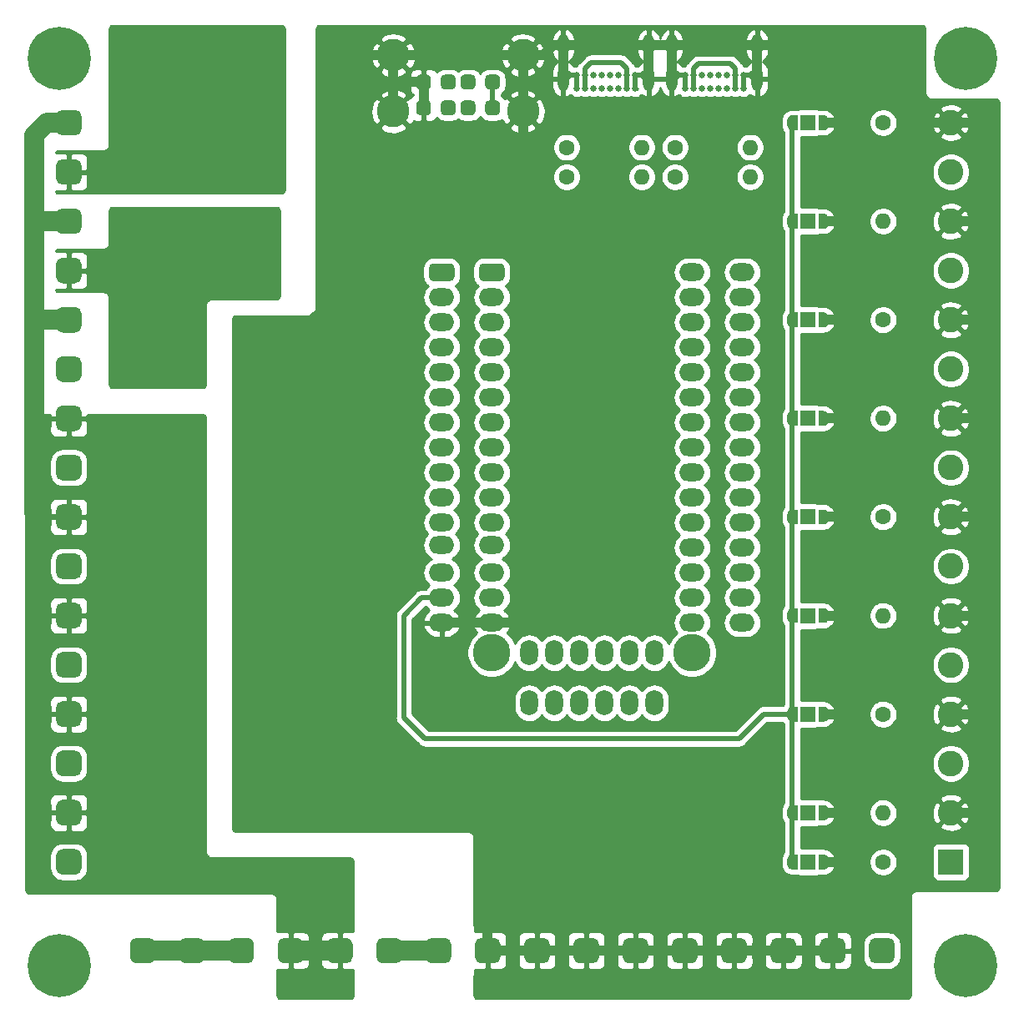
<source format=gbr>
%TF.GenerationSoftware,KiCad,Pcbnew,5.1.9-73d0e3b20d~88~ubuntu20.04.1*%
%TF.CreationDate,2021-09-23T17:55:38+05:30*%
%TF.ProjectId,veloce,76656c6f-6365-42e6-9b69-6361645f7063,rev?*%
%TF.SameCoordinates,Original*%
%TF.FileFunction,Copper,L2,Bot*%
%TF.FilePolarity,Positive*%
%FSLAX46Y46*%
G04 Gerber Fmt 4.6, Leading zero omitted, Abs format (unit mm)*
G04 Created by KiCad (PCBNEW 5.1.9-73d0e3b20d~88~ubuntu20.04.1) date 2021-09-23 17:55:38*
%MOMM*%
%LPD*%
G01*
G04 APERTURE LIST*
%TA.AperFunction,SMDPad,CuDef*%
%ADD10C,0.100000*%
%TD*%
%TA.AperFunction,ComponentPad*%
%ADD11R,1.600000X1.600000*%
%TD*%
%TA.AperFunction,ComponentPad*%
%ADD12O,1.800000X2.600000*%
%TD*%
%TA.AperFunction,ComponentPad*%
%ADD13O,2.600000X1.800000*%
%TD*%
%TA.AperFunction,WasherPad*%
%ADD14C,3.800000*%
%TD*%
%TA.AperFunction,ComponentPad*%
%ADD15C,0.800000*%
%TD*%
%TA.AperFunction,ComponentPad*%
%ADD16C,6.400000*%
%TD*%
%TA.AperFunction,ComponentPad*%
%ADD17O,1.600000X1.600000*%
%TD*%
%TA.AperFunction,ComponentPad*%
%ADD18C,1.600000*%
%TD*%
%TA.AperFunction,ComponentPad*%
%ADD19C,2.600000*%
%TD*%
%TA.AperFunction,ComponentPad*%
%ADD20R,2.600000X2.600000*%
%TD*%
%TA.AperFunction,ComponentPad*%
%ADD21C,0.650000*%
%TD*%
%TA.AperFunction,ComponentPad*%
%ADD22O,1.108000X2.516000*%
%TD*%
%TA.AperFunction,ComponentPad*%
%ADD23O,1.108000X2.216000*%
%TD*%
%TA.AperFunction,ComponentPad*%
%ADD24C,3.300000*%
%TD*%
%TA.AperFunction,ViaPad*%
%ADD25C,0.800000*%
%TD*%
%TA.AperFunction,Conductor*%
%ADD26C,2.000000*%
%TD*%
%TA.AperFunction,Conductor*%
%ADD27C,0.500000*%
%TD*%
%TA.AperFunction,Conductor*%
%ADD28C,1.000000*%
%TD*%
%TA.AperFunction,Conductor*%
%ADD29C,0.254000*%
%TD*%
%TA.AperFunction,Conductor*%
%ADD30C,0.100000*%
%TD*%
G04 APERTURE END LIST*
%TA.AperFunction,SMDPad,CuDef*%
D10*
%TO.P,JP1,1*%
%TO.N,/3V3*%
G36*
X219950000Y-141250000D02*
G01*
X219400000Y-141250000D01*
X219400000Y-141249398D01*
X219375466Y-141249398D01*
X219326635Y-141244588D01*
X219278510Y-141235016D01*
X219231555Y-141220772D01*
X219186222Y-141201995D01*
X219142949Y-141178864D01*
X219102150Y-141151604D01*
X219064221Y-141120476D01*
X219029524Y-141085779D01*
X218998396Y-141047850D01*
X218971136Y-141007051D01*
X218948005Y-140963778D01*
X218929228Y-140918445D01*
X218914984Y-140871490D01*
X218905412Y-140823365D01*
X218900602Y-140774534D01*
X218900602Y-140750000D01*
X218900000Y-140750000D01*
X218900000Y-140250000D01*
X218900602Y-140250000D01*
X218900602Y-140225466D01*
X218905412Y-140176635D01*
X218914984Y-140128510D01*
X218929228Y-140081555D01*
X218948005Y-140036222D01*
X218971136Y-139992949D01*
X218998396Y-139952150D01*
X219029524Y-139914221D01*
X219064221Y-139879524D01*
X219102150Y-139848396D01*
X219142949Y-139821136D01*
X219186222Y-139798005D01*
X219231555Y-139779228D01*
X219278510Y-139764984D01*
X219326635Y-139755412D01*
X219375466Y-139750602D01*
X219400000Y-139750602D01*
X219400000Y-139750000D01*
X219950000Y-139750000D01*
X219950000Y-141250000D01*
G37*
%TD.AperFunction*%
%TA.AperFunction,SMDPad,CuDef*%
%TO.P,JP1,3*%
%TO.N,/GND*%
G36*
X222600000Y-139750602D02*
G01*
X222624534Y-139750602D01*
X222673365Y-139755412D01*
X222721490Y-139764984D01*
X222768445Y-139779228D01*
X222813778Y-139798005D01*
X222857051Y-139821136D01*
X222897850Y-139848396D01*
X222935779Y-139879524D01*
X222970476Y-139914221D01*
X223001604Y-139952150D01*
X223028864Y-139992949D01*
X223051995Y-140036222D01*
X223070772Y-140081555D01*
X223085016Y-140128510D01*
X223094588Y-140176635D01*
X223099398Y-140225466D01*
X223099398Y-140250000D01*
X223100000Y-140250000D01*
X223100000Y-140750000D01*
X223099398Y-140750000D01*
X223099398Y-140774534D01*
X223094588Y-140823365D01*
X223085016Y-140871490D01*
X223070772Y-140918445D01*
X223051995Y-140963778D01*
X223028864Y-141007051D01*
X223001604Y-141047850D01*
X222970476Y-141085779D01*
X222935779Y-141120476D01*
X222897850Y-141151604D01*
X222857051Y-141178864D01*
X222813778Y-141201995D01*
X222768445Y-141220772D01*
X222721490Y-141235016D01*
X222673365Y-141244588D01*
X222624534Y-141249398D01*
X222600000Y-141249398D01*
X222600000Y-141250000D01*
X222050000Y-141250000D01*
X222050000Y-139750000D01*
X222600000Y-139750000D01*
X222600000Y-139750602D01*
G37*
%TD.AperFunction*%
D11*
%TO.P,JP1,2*%
%TO.N,Net-(JP1-Pad2)*%
X221000000Y-140500000D03*
%TD*%
%TA.AperFunction,SMDPad,CuDef*%
D10*
%TO.P,JP9,1*%
%TO.N,/3V3*%
G36*
X219950000Y-136250000D02*
G01*
X219400000Y-136250000D01*
X219400000Y-136249398D01*
X219375466Y-136249398D01*
X219326635Y-136244588D01*
X219278510Y-136235016D01*
X219231555Y-136220772D01*
X219186222Y-136201995D01*
X219142949Y-136178864D01*
X219102150Y-136151604D01*
X219064221Y-136120476D01*
X219029524Y-136085779D01*
X218998396Y-136047850D01*
X218971136Y-136007051D01*
X218948005Y-135963778D01*
X218929228Y-135918445D01*
X218914984Y-135871490D01*
X218905412Y-135823365D01*
X218900602Y-135774534D01*
X218900602Y-135750000D01*
X218900000Y-135750000D01*
X218900000Y-135250000D01*
X218900602Y-135250000D01*
X218900602Y-135225466D01*
X218905412Y-135176635D01*
X218914984Y-135128510D01*
X218929228Y-135081555D01*
X218948005Y-135036222D01*
X218971136Y-134992949D01*
X218998396Y-134952150D01*
X219029524Y-134914221D01*
X219064221Y-134879524D01*
X219102150Y-134848396D01*
X219142949Y-134821136D01*
X219186222Y-134798005D01*
X219231555Y-134779228D01*
X219278510Y-134764984D01*
X219326635Y-134755412D01*
X219375466Y-134750602D01*
X219400000Y-134750602D01*
X219400000Y-134750000D01*
X219950000Y-134750000D01*
X219950000Y-136250000D01*
G37*
%TD.AperFunction*%
%TA.AperFunction,SMDPad,CuDef*%
%TO.P,JP9,3*%
%TO.N,/GND*%
G36*
X222600000Y-134750602D02*
G01*
X222624534Y-134750602D01*
X222673365Y-134755412D01*
X222721490Y-134764984D01*
X222768445Y-134779228D01*
X222813778Y-134798005D01*
X222857051Y-134821136D01*
X222897850Y-134848396D01*
X222935779Y-134879524D01*
X222970476Y-134914221D01*
X223001604Y-134952150D01*
X223028864Y-134992949D01*
X223051995Y-135036222D01*
X223070772Y-135081555D01*
X223085016Y-135128510D01*
X223094588Y-135176635D01*
X223099398Y-135225466D01*
X223099398Y-135250000D01*
X223100000Y-135250000D01*
X223100000Y-135750000D01*
X223099398Y-135750000D01*
X223099398Y-135774534D01*
X223094588Y-135823365D01*
X223085016Y-135871490D01*
X223070772Y-135918445D01*
X223051995Y-135963778D01*
X223028864Y-136007051D01*
X223001604Y-136047850D01*
X222970476Y-136085779D01*
X222935779Y-136120476D01*
X222897850Y-136151604D01*
X222857051Y-136178864D01*
X222813778Y-136201995D01*
X222768445Y-136220772D01*
X222721490Y-136235016D01*
X222673365Y-136244588D01*
X222624534Y-136249398D01*
X222600000Y-136249398D01*
X222600000Y-136250000D01*
X222050000Y-136250000D01*
X222050000Y-134750000D01*
X222600000Y-134750000D01*
X222600000Y-134750602D01*
G37*
%TD.AperFunction*%
D11*
%TO.P,JP9,2*%
%TO.N,Net-(JP9-Pad2)*%
X221000000Y-135500000D03*
%TD*%
%TA.AperFunction,SMDPad,CuDef*%
D10*
%TO.P,JP8,1*%
%TO.N,/3V3*%
G36*
X219950000Y-126250000D02*
G01*
X219400000Y-126250000D01*
X219400000Y-126249398D01*
X219375466Y-126249398D01*
X219326635Y-126244588D01*
X219278510Y-126235016D01*
X219231555Y-126220772D01*
X219186222Y-126201995D01*
X219142949Y-126178864D01*
X219102150Y-126151604D01*
X219064221Y-126120476D01*
X219029524Y-126085779D01*
X218998396Y-126047850D01*
X218971136Y-126007051D01*
X218948005Y-125963778D01*
X218929228Y-125918445D01*
X218914984Y-125871490D01*
X218905412Y-125823365D01*
X218900602Y-125774534D01*
X218900602Y-125750000D01*
X218900000Y-125750000D01*
X218900000Y-125250000D01*
X218900602Y-125250000D01*
X218900602Y-125225466D01*
X218905412Y-125176635D01*
X218914984Y-125128510D01*
X218929228Y-125081555D01*
X218948005Y-125036222D01*
X218971136Y-124992949D01*
X218998396Y-124952150D01*
X219029524Y-124914221D01*
X219064221Y-124879524D01*
X219102150Y-124848396D01*
X219142949Y-124821136D01*
X219186222Y-124798005D01*
X219231555Y-124779228D01*
X219278510Y-124764984D01*
X219326635Y-124755412D01*
X219375466Y-124750602D01*
X219400000Y-124750602D01*
X219400000Y-124750000D01*
X219950000Y-124750000D01*
X219950000Y-126250000D01*
G37*
%TD.AperFunction*%
%TA.AperFunction,SMDPad,CuDef*%
%TO.P,JP8,3*%
%TO.N,/GND*%
G36*
X222600000Y-124750602D02*
G01*
X222624534Y-124750602D01*
X222673365Y-124755412D01*
X222721490Y-124764984D01*
X222768445Y-124779228D01*
X222813778Y-124798005D01*
X222857051Y-124821136D01*
X222897850Y-124848396D01*
X222935779Y-124879524D01*
X222970476Y-124914221D01*
X223001604Y-124952150D01*
X223028864Y-124992949D01*
X223051995Y-125036222D01*
X223070772Y-125081555D01*
X223085016Y-125128510D01*
X223094588Y-125176635D01*
X223099398Y-125225466D01*
X223099398Y-125250000D01*
X223100000Y-125250000D01*
X223100000Y-125750000D01*
X223099398Y-125750000D01*
X223099398Y-125774534D01*
X223094588Y-125823365D01*
X223085016Y-125871490D01*
X223070772Y-125918445D01*
X223051995Y-125963778D01*
X223028864Y-126007051D01*
X223001604Y-126047850D01*
X222970476Y-126085779D01*
X222935779Y-126120476D01*
X222897850Y-126151604D01*
X222857051Y-126178864D01*
X222813778Y-126201995D01*
X222768445Y-126220772D01*
X222721490Y-126235016D01*
X222673365Y-126244588D01*
X222624534Y-126249398D01*
X222600000Y-126249398D01*
X222600000Y-126250000D01*
X222050000Y-126250000D01*
X222050000Y-124750000D01*
X222600000Y-124750000D01*
X222600000Y-124750602D01*
G37*
%TD.AperFunction*%
D11*
%TO.P,JP8,2*%
%TO.N,Net-(JP8-Pad2)*%
X221000000Y-125500000D03*
%TD*%
%TA.AperFunction,SMDPad,CuDef*%
D10*
%TO.P,JP7,1*%
%TO.N,/3V3*%
G36*
X219950000Y-116250000D02*
G01*
X219400000Y-116250000D01*
X219400000Y-116249398D01*
X219375466Y-116249398D01*
X219326635Y-116244588D01*
X219278510Y-116235016D01*
X219231555Y-116220772D01*
X219186222Y-116201995D01*
X219142949Y-116178864D01*
X219102150Y-116151604D01*
X219064221Y-116120476D01*
X219029524Y-116085779D01*
X218998396Y-116047850D01*
X218971136Y-116007051D01*
X218948005Y-115963778D01*
X218929228Y-115918445D01*
X218914984Y-115871490D01*
X218905412Y-115823365D01*
X218900602Y-115774534D01*
X218900602Y-115750000D01*
X218900000Y-115750000D01*
X218900000Y-115250000D01*
X218900602Y-115250000D01*
X218900602Y-115225466D01*
X218905412Y-115176635D01*
X218914984Y-115128510D01*
X218929228Y-115081555D01*
X218948005Y-115036222D01*
X218971136Y-114992949D01*
X218998396Y-114952150D01*
X219029524Y-114914221D01*
X219064221Y-114879524D01*
X219102150Y-114848396D01*
X219142949Y-114821136D01*
X219186222Y-114798005D01*
X219231555Y-114779228D01*
X219278510Y-114764984D01*
X219326635Y-114755412D01*
X219375466Y-114750602D01*
X219400000Y-114750602D01*
X219400000Y-114750000D01*
X219950000Y-114750000D01*
X219950000Y-116250000D01*
G37*
%TD.AperFunction*%
%TA.AperFunction,SMDPad,CuDef*%
%TO.P,JP7,3*%
%TO.N,/GND*%
G36*
X222600000Y-114750602D02*
G01*
X222624534Y-114750602D01*
X222673365Y-114755412D01*
X222721490Y-114764984D01*
X222768445Y-114779228D01*
X222813778Y-114798005D01*
X222857051Y-114821136D01*
X222897850Y-114848396D01*
X222935779Y-114879524D01*
X222970476Y-114914221D01*
X223001604Y-114952150D01*
X223028864Y-114992949D01*
X223051995Y-115036222D01*
X223070772Y-115081555D01*
X223085016Y-115128510D01*
X223094588Y-115176635D01*
X223099398Y-115225466D01*
X223099398Y-115250000D01*
X223100000Y-115250000D01*
X223100000Y-115750000D01*
X223099398Y-115750000D01*
X223099398Y-115774534D01*
X223094588Y-115823365D01*
X223085016Y-115871490D01*
X223070772Y-115918445D01*
X223051995Y-115963778D01*
X223028864Y-116007051D01*
X223001604Y-116047850D01*
X222970476Y-116085779D01*
X222935779Y-116120476D01*
X222897850Y-116151604D01*
X222857051Y-116178864D01*
X222813778Y-116201995D01*
X222768445Y-116220772D01*
X222721490Y-116235016D01*
X222673365Y-116244588D01*
X222624534Y-116249398D01*
X222600000Y-116249398D01*
X222600000Y-116250000D01*
X222050000Y-116250000D01*
X222050000Y-114750000D01*
X222600000Y-114750000D01*
X222600000Y-114750602D01*
G37*
%TD.AperFunction*%
D11*
%TO.P,JP7,2*%
%TO.N,Net-(JP7-Pad2)*%
X221000000Y-115500000D03*
%TD*%
%TA.AperFunction,SMDPad,CuDef*%
D10*
%TO.P,JP6,1*%
%TO.N,/3V3*%
G36*
X219950000Y-106250000D02*
G01*
X219400000Y-106250000D01*
X219400000Y-106249398D01*
X219375466Y-106249398D01*
X219326635Y-106244588D01*
X219278510Y-106235016D01*
X219231555Y-106220772D01*
X219186222Y-106201995D01*
X219142949Y-106178864D01*
X219102150Y-106151604D01*
X219064221Y-106120476D01*
X219029524Y-106085779D01*
X218998396Y-106047850D01*
X218971136Y-106007051D01*
X218948005Y-105963778D01*
X218929228Y-105918445D01*
X218914984Y-105871490D01*
X218905412Y-105823365D01*
X218900602Y-105774534D01*
X218900602Y-105750000D01*
X218900000Y-105750000D01*
X218900000Y-105250000D01*
X218900602Y-105250000D01*
X218900602Y-105225466D01*
X218905412Y-105176635D01*
X218914984Y-105128510D01*
X218929228Y-105081555D01*
X218948005Y-105036222D01*
X218971136Y-104992949D01*
X218998396Y-104952150D01*
X219029524Y-104914221D01*
X219064221Y-104879524D01*
X219102150Y-104848396D01*
X219142949Y-104821136D01*
X219186222Y-104798005D01*
X219231555Y-104779228D01*
X219278510Y-104764984D01*
X219326635Y-104755412D01*
X219375466Y-104750602D01*
X219400000Y-104750602D01*
X219400000Y-104750000D01*
X219950000Y-104750000D01*
X219950000Y-106250000D01*
G37*
%TD.AperFunction*%
%TA.AperFunction,SMDPad,CuDef*%
%TO.P,JP6,3*%
%TO.N,/GND*%
G36*
X222600000Y-104750602D02*
G01*
X222624534Y-104750602D01*
X222673365Y-104755412D01*
X222721490Y-104764984D01*
X222768445Y-104779228D01*
X222813778Y-104798005D01*
X222857051Y-104821136D01*
X222897850Y-104848396D01*
X222935779Y-104879524D01*
X222970476Y-104914221D01*
X223001604Y-104952150D01*
X223028864Y-104992949D01*
X223051995Y-105036222D01*
X223070772Y-105081555D01*
X223085016Y-105128510D01*
X223094588Y-105176635D01*
X223099398Y-105225466D01*
X223099398Y-105250000D01*
X223100000Y-105250000D01*
X223100000Y-105750000D01*
X223099398Y-105750000D01*
X223099398Y-105774534D01*
X223094588Y-105823365D01*
X223085016Y-105871490D01*
X223070772Y-105918445D01*
X223051995Y-105963778D01*
X223028864Y-106007051D01*
X223001604Y-106047850D01*
X222970476Y-106085779D01*
X222935779Y-106120476D01*
X222897850Y-106151604D01*
X222857051Y-106178864D01*
X222813778Y-106201995D01*
X222768445Y-106220772D01*
X222721490Y-106235016D01*
X222673365Y-106244588D01*
X222624534Y-106249398D01*
X222600000Y-106249398D01*
X222600000Y-106250000D01*
X222050000Y-106250000D01*
X222050000Y-104750000D01*
X222600000Y-104750000D01*
X222600000Y-104750602D01*
G37*
%TD.AperFunction*%
D11*
%TO.P,JP6,2*%
%TO.N,Net-(JP6-Pad2)*%
X221000000Y-105500000D03*
%TD*%
%TA.AperFunction,SMDPad,CuDef*%
D10*
%TO.P,JP5,1*%
%TO.N,/3V3*%
G36*
X219950000Y-96250000D02*
G01*
X219400000Y-96250000D01*
X219400000Y-96249398D01*
X219375466Y-96249398D01*
X219326635Y-96244588D01*
X219278510Y-96235016D01*
X219231555Y-96220772D01*
X219186222Y-96201995D01*
X219142949Y-96178864D01*
X219102150Y-96151604D01*
X219064221Y-96120476D01*
X219029524Y-96085779D01*
X218998396Y-96047850D01*
X218971136Y-96007051D01*
X218948005Y-95963778D01*
X218929228Y-95918445D01*
X218914984Y-95871490D01*
X218905412Y-95823365D01*
X218900602Y-95774534D01*
X218900602Y-95750000D01*
X218900000Y-95750000D01*
X218900000Y-95250000D01*
X218900602Y-95250000D01*
X218900602Y-95225466D01*
X218905412Y-95176635D01*
X218914984Y-95128510D01*
X218929228Y-95081555D01*
X218948005Y-95036222D01*
X218971136Y-94992949D01*
X218998396Y-94952150D01*
X219029524Y-94914221D01*
X219064221Y-94879524D01*
X219102150Y-94848396D01*
X219142949Y-94821136D01*
X219186222Y-94798005D01*
X219231555Y-94779228D01*
X219278510Y-94764984D01*
X219326635Y-94755412D01*
X219375466Y-94750602D01*
X219400000Y-94750602D01*
X219400000Y-94750000D01*
X219950000Y-94750000D01*
X219950000Y-96250000D01*
G37*
%TD.AperFunction*%
%TA.AperFunction,SMDPad,CuDef*%
%TO.P,JP5,3*%
%TO.N,/GND*%
G36*
X222600000Y-94750602D02*
G01*
X222624534Y-94750602D01*
X222673365Y-94755412D01*
X222721490Y-94764984D01*
X222768445Y-94779228D01*
X222813778Y-94798005D01*
X222857051Y-94821136D01*
X222897850Y-94848396D01*
X222935779Y-94879524D01*
X222970476Y-94914221D01*
X223001604Y-94952150D01*
X223028864Y-94992949D01*
X223051995Y-95036222D01*
X223070772Y-95081555D01*
X223085016Y-95128510D01*
X223094588Y-95176635D01*
X223099398Y-95225466D01*
X223099398Y-95250000D01*
X223100000Y-95250000D01*
X223100000Y-95750000D01*
X223099398Y-95750000D01*
X223099398Y-95774534D01*
X223094588Y-95823365D01*
X223085016Y-95871490D01*
X223070772Y-95918445D01*
X223051995Y-95963778D01*
X223028864Y-96007051D01*
X223001604Y-96047850D01*
X222970476Y-96085779D01*
X222935779Y-96120476D01*
X222897850Y-96151604D01*
X222857051Y-96178864D01*
X222813778Y-96201995D01*
X222768445Y-96220772D01*
X222721490Y-96235016D01*
X222673365Y-96244588D01*
X222624534Y-96249398D01*
X222600000Y-96249398D01*
X222600000Y-96250000D01*
X222050000Y-96250000D01*
X222050000Y-94750000D01*
X222600000Y-94750000D01*
X222600000Y-94750602D01*
G37*
%TD.AperFunction*%
D11*
%TO.P,JP5,2*%
%TO.N,Net-(JP5-Pad2)*%
X221000000Y-95500000D03*
%TD*%
%TA.AperFunction,SMDPad,CuDef*%
D10*
%TO.P,JP4,1*%
%TO.N,/3V3*%
G36*
X219950000Y-86250000D02*
G01*
X219400000Y-86250000D01*
X219400000Y-86249398D01*
X219375466Y-86249398D01*
X219326635Y-86244588D01*
X219278510Y-86235016D01*
X219231555Y-86220772D01*
X219186222Y-86201995D01*
X219142949Y-86178864D01*
X219102150Y-86151604D01*
X219064221Y-86120476D01*
X219029524Y-86085779D01*
X218998396Y-86047850D01*
X218971136Y-86007051D01*
X218948005Y-85963778D01*
X218929228Y-85918445D01*
X218914984Y-85871490D01*
X218905412Y-85823365D01*
X218900602Y-85774534D01*
X218900602Y-85750000D01*
X218900000Y-85750000D01*
X218900000Y-85250000D01*
X218900602Y-85250000D01*
X218900602Y-85225466D01*
X218905412Y-85176635D01*
X218914984Y-85128510D01*
X218929228Y-85081555D01*
X218948005Y-85036222D01*
X218971136Y-84992949D01*
X218998396Y-84952150D01*
X219029524Y-84914221D01*
X219064221Y-84879524D01*
X219102150Y-84848396D01*
X219142949Y-84821136D01*
X219186222Y-84798005D01*
X219231555Y-84779228D01*
X219278510Y-84764984D01*
X219326635Y-84755412D01*
X219375466Y-84750602D01*
X219400000Y-84750602D01*
X219400000Y-84750000D01*
X219950000Y-84750000D01*
X219950000Y-86250000D01*
G37*
%TD.AperFunction*%
%TA.AperFunction,SMDPad,CuDef*%
%TO.P,JP4,3*%
%TO.N,/GND*%
G36*
X222600000Y-84750602D02*
G01*
X222624534Y-84750602D01*
X222673365Y-84755412D01*
X222721490Y-84764984D01*
X222768445Y-84779228D01*
X222813778Y-84798005D01*
X222857051Y-84821136D01*
X222897850Y-84848396D01*
X222935779Y-84879524D01*
X222970476Y-84914221D01*
X223001604Y-84952150D01*
X223028864Y-84992949D01*
X223051995Y-85036222D01*
X223070772Y-85081555D01*
X223085016Y-85128510D01*
X223094588Y-85176635D01*
X223099398Y-85225466D01*
X223099398Y-85250000D01*
X223100000Y-85250000D01*
X223100000Y-85750000D01*
X223099398Y-85750000D01*
X223099398Y-85774534D01*
X223094588Y-85823365D01*
X223085016Y-85871490D01*
X223070772Y-85918445D01*
X223051995Y-85963778D01*
X223028864Y-86007051D01*
X223001604Y-86047850D01*
X222970476Y-86085779D01*
X222935779Y-86120476D01*
X222897850Y-86151604D01*
X222857051Y-86178864D01*
X222813778Y-86201995D01*
X222768445Y-86220772D01*
X222721490Y-86235016D01*
X222673365Y-86244588D01*
X222624534Y-86249398D01*
X222600000Y-86249398D01*
X222600000Y-86250000D01*
X222050000Y-86250000D01*
X222050000Y-84750000D01*
X222600000Y-84750000D01*
X222600000Y-84750602D01*
G37*
%TD.AperFunction*%
D11*
%TO.P,JP4,2*%
%TO.N,Net-(JP4-Pad2)*%
X221000000Y-85500000D03*
%TD*%
%TA.AperFunction,SMDPad,CuDef*%
D10*
%TO.P,JP3,1*%
%TO.N,/3V3*%
G36*
X219950000Y-76250000D02*
G01*
X219400000Y-76250000D01*
X219400000Y-76249398D01*
X219375466Y-76249398D01*
X219326635Y-76244588D01*
X219278510Y-76235016D01*
X219231555Y-76220772D01*
X219186222Y-76201995D01*
X219142949Y-76178864D01*
X219102150Y-76151604D01*
X219064221Y-76120476D01*
X219029524Y-76085779D01*
X218998396Y-76047850D01*
X218971136Y-76007051D01*
X218948005Y-75963778D01*
X218929228Y-75918445D01*
X218914984Y-75871490D01*
X218905412Y-75823365D01*
X218900602Y-75774534D01*
X218900602Y-75750000D01*
X218900000Y-75750000D01*
X218900000Y-75250000D01*
X218900602Y-75250000D01*
X218900602Y-75225466D01*
X218905412Y-75176635D01*
X218914984Y-75128510D01*
X218929228Y-75081555D01*
X218948005Y-75036222D01*
X218971136Y-74992949D01*
X218998396Y-74952150D01*
X219029524Y-74914221D01*
X219064221Y-74879524D01*
X219102150Y-74848396D01*
X219142949Y-74821136D01*
X219186222Y-74798005D01*
X219231555Y-74779228D01*
X219278510Y-74764984D01*
X219326635Y-74755412D01*
X219375466Y-74750602D01*
X219400000Y-74750602D01*
X219400000Y-74750000D01*
X219950000Y-74750000D01*
X219950000Y-76250000D01*
G37*
%TD.AperFunction*%
%TA.AperFunction,SMDPad,CuDef*%
%TO.P,JP3,3*%
%TO.N,/GND*%
G36*
X222600000Y-74750602D02*
G01*
X222624534Y-74750602D01*
X222673365Y-74755412D01*
X222721490Y-74764984D01*
X222768445Y-74779228D01*
X222813778Y-74798005D01*
X222857051Y-74821136D01*
X222897850Y-74848396D01*
X222935779Y-74879524D01*
X222970476Y-74914221D01*
X223001604Y-74952150D01*
X223028864Y-74992949D01*
X223051995Y-75036222D01*
X223070772Y-75081555D01*
X223085016Y-75128510D01*
X223094588Y-75176635D01*
X223099398Y-75225466D01*
X223099398Y-75250000D01*
X223100000Y-75250000D01*
X223100000Y-75750000D01*
X223099398Y-75750000D01*
X223099398Y-75774534D01*
X223094588Y-75823365D01*
X223085016Y-75871490D01*
X223070772Y-75918445D01*
X223051995Y-75963778D01*
X223028864Y-76007051D01*
X223001604Y-76047850D01*
X222970476Y-76085779D01*
X222935779Y-76120476D01*
X222897850Y-76151604D01*
X222857051Y-76178864D01*
X222813778Y-76201995D01*
X222768445Y-76220772D01*
X222721490Y-76235016D01*
X222673365Y-76244588D01*
X222624534Y-76249398D01*
X222600000Y-76249398D01*
X222600000Y-76250000D01*
X222050000Y-76250000D01*
X222050000Y-74750000D01*
X222600000Y-74750000D01*
X222600000Y-74750602D01*
G37*
%TD.AperFunction*%
D11*
%TO.P,JP3,2*%
%TO.N,Net-(JP3-Pad2)*%
X221000000Y-75500000D03*
%TD*%
%TA.AperFunction,SMDPad,CuDef*%
D10*
%TO.P,JP2,1*%
%TO.N,/3V3*%
G36*
X219950000Y-66250000D02*
G01*
X219400000Y-66250000D01*
X219400000Y-66249398D01*
X219375466Y-66249398D01*
X219326635Y-66244588D01*
X219278510Y-66235016D01*
X219231555Y-66220772D01*
X219186222Y-66201995D01*
X219142949Y-66178864D01*
X219102150Y-66151604D01*
X219064221Y-66120476D01*
X219029524Y-66085779D01*
X218998396Y-66047850D01*
X218971136Y-66007051D01*
X218948005Y-65963778D01*
X218929228Y-65918445D01*
X218914984Y-65871490D01*
X218905412Y-65823365D01*
X218900602Y-65774534D01*
X218900602Y-65750000D01*
X218900000Y-65750000D01*
X218900000Y-65250000D01*
X218900602Y-65250000D01*
X218900602Y-65225466D01*
X218905412Y-65176635D01*
X218914984Y-65128510D01*
X218929228Y-65081555D01*
X218948005Y-65036222D01*
X218971136Y-64992949D01*
X218998396Y-64952150D01*
X219029524Y-64914221D01*
X219064221Y-64879524D01*
X219102150Y-64848396D01*
X219142949Y-64821136D01*
X219186222Y-64798005D01*
X219231555Y-64779228D01*
X219278510Y-64764984D01*
X219326635Y-64755412D01*
X219375466Y-64750602D01*
X219400000Y-64750602D01*
X219400000Y-64750000D01*
X219950000Y-64750000D01*
X219950000Y-66250000D01*
G37*
%TD.AperFunction*%
%TA.AperFunction,SMDPad,CuDef*%
%TO.P,JP2,3*%
%TO.N,/GND*%
G36*
X222600000Y-64750602D02*
G01*
X222624534Y-64750602D01*
X222673365Y-64755412D01*
X222721490Y-64764984D01*
X222768445Y-64779228D01*
X222813778Y-64798005D01*
X222857051Y-64821136D01*
X222897850Y-64848396D01*
X222935779Y-64879524D01*
X222970476Y-64914221D01*
X223001604Y-64952150D01*
X223028864Y-64992949D01*
X223051995Y-65036222D01*
X223070772Y-65081555D01*
X223085016Y-65128510D01*
X223094588Y-65176635D01*
X223099398Y-65225466D01*
X223099398Y-65250000D01*
X223100000Y-65250000D01*
X223100000Y-65750000D01*
X223099398Y-65750000D01*
X223099398Y-65774534D01*
X223094588Y-65823365D01*
X223085016Y-65871490D01*
X223070772Y-65918445D01*
X223051995Y-65963778D01*
X223028864Y-66007051D01*
X223001604Y-66047850D01*
X222970476Y-66085779D01*
X222935779Y-66120476D01*
X222897850Y-66151604D01*
X222857051Y-66178864D01*
X222813778Y-66201995D01*
X222768445Y-66220772D01*
X222721490Y-66235016D01*
X222673365Y-66244588D01*
X222624534Y-66249398D01*
X222600000Y-66249398D01*
X222600000Y-66250000D01*
X222050000Y-66250000D01*
X222050000Y-64750000D01*
X222600000Y-64750000D01*
X222600000Y-64750602D01*
G37*
%TD.AperFunction*%
D11*
%TO.P,JP2,2*%
%TO.N,Net-(JP2-Pad2)*%
X221000000Y-65500000D03*
%TD*%
D12*
%TO.P,U1,36*%
%TO.N,Net-(U1-Pad36)*%
X205430000Y-124364000D03*
%TO.P,U1,35*%
%TO.N,Net-(U1-Pad35)*%
X202890000Y-124364000D03*
%TO.P,U1,34*%
%TO.N,Net-(U1-Pad34)*%
X200350000Y-124364000D03*
%TO.P,U1,33*%
%TO.N,Net-(U1-Pad33)*%
X197810000Y-124364000D03*
%TO.P,U1,32*%
%TO.N,Net-(U1-Pad32)*%
X195270000Y-124364000D03*
%TO.P,U1,31*%
%TO.N,Net-(U1-Pad31)*%
X192730000Y-124364000D03*
D13*
%TO.P,U1,24*%
%TO.N,/IN3*%
X214320000Y-95916000D03*
%TO.P,U1,25*%
%TO.N,/IN2*%
X214320000Y-93376000D03*
%TO.P,U1,20*%
%TO.N,/IN7*%
X214320000Y-106076000D03*
%TO.P,U1,21*%
%TO.N,/IN6*%
X214320000Y-103536000D03*
%TO.P,U1,22*%
%TO.N,/IN5*%
X214320000Y-100996000D03*
%TO.P,U1,23*%
%TO.N,/IN4*%
X214320000Y-98456000D03*
%TO.P,U1,30*%
%TO.N,Net-(U1-Pad30)*%
X214320000Y-80676000D03*
%TO.P,U1,29*%
%TO.N,Net-(U1-Pad29)*%
X214320000Y-83216000D03*
%TO.P,U1,28*%
%TO.N,Net-(U1-Pad28)*%
X214320000Y-85756000D03*
%TO.P,U1,27*%
%TO.N,Net-(U1-Pad27)*%
X214320000Y-88296000D03*
%TO.P,U1,26*%
%TO.N,/IN1*%
X214320000Y-90836000D03*
%TO.P,U1,16*%
%TO.N,/5V*%
X214320000Y-116236000D03*
%TO.P,U1,17*%
%TO.N,Net-(U1-Pad17)*%
X214320000Y-113696000D03*
%TO.P,U1,18*%
%TO.N,/BRAKE*%
X214320000Y-111156000D03*
%TO.P,U1,19*%
%TO.N,/IN8*%
X214320000Y-108616000D03*
%TO.P,U1,2*%
%TO.N,Net-(U1-Pad2)*%
X183840000Y-83216000D03*
%TO.P,U1,1*%
%TO.N,Net-(U1-Pad1)*%
%TA.AperFunction,ComponentPad*%
G36*
G01*
X182540000Y-81126000D02*
X182540000Y-80226000D01*
G75*
G02*
X182990000Y-79776000I450000J0D01*
G01*
X184690000Y-79776000D01*
G75*
G02*
X185140000Y-80226000I0J-450000D01*
G01*
X185140000Y-81126000D01*
G75*
G02*
X184690000Y-81576000I-450000J0D01*
G01*
X182990000Y-81576000D01*
G75*
G02*
X182540000Y-81126000I0J450000D01*
G01*
G37*
%TD.AperFunction*%
%TO.P,U1,7*%
%TO.N,/OUT2*%
X183840000Y-95916000D03*
%TO.P,U1,6*%
%TO.N,/OUT1*%
X183840000Y-93376000D03*
%TO.P,U1,5*%
%TO.N,Net-(U1-Pad5)*%
X183840000Y-90836000D03*
%TO.P,U1,4*%
%TO.N,Net-(U1-Pad4)*%
X183840000Y-88296000D03*
%TO.P,U1,3*%
%TO.N,Net-(U1-Pad3)*%
X183840000Y-85756000D03*
%TO.P,U1,15*%
%TO.N,/GND*%
X183840000Y-116236000D03*
%TO.P,U1,14*%
%TO.N,/3V3*%
X183840000Y-113696000D03*
%TO.P,U1,13*%
%TO.N,/OUT8*%
X183840000Y-111156000D03*
%TO.P,U1,12*%
%TO.N,/OUT7*%
X183840000Y-108362000D03*
%TO.P,U1,11*%
%TO.N,/OUT6*%
X183840000Y-106076000D03*
%TO.P,U1,10*%
%TO.N,/OUT5*%
X183840000Y-103536000D03*
%TO.P,U1,9*%
%TO.N,/OUT4*%
X183840000Y-100996000D03*
%TO.P,U1,8*%
%TO.N,/OUT3*%
X183840000Y-98456000D03*
%TO.P,U1,30*%
%TO.N,Net-(U1-Pad30)*%
X209240000Y-80676000D03*
%TO.P,U1,29*%
%TO.N,Net-(U1-Pad29)*%
X209240000Y-83216000D03*
%TO.P,U1,28*%
%TO.N,Net-(U1-Pad28)*%
X209240000Y-85756000D03*
%TO.P,U1,27*%
%TO.N,Net-(U1-Pad27)*%
X209240000Y-88296000D03*
%TO.P,U1,26*%
%TO.N,/IN1*%
X209240000Y-90836000D03*
%TO.P,U1,15*%
%TO.N,/GND*%
X188920000Y-116236000D03*
%TO.P,U1,14*%
%TO.N,/3V3*%
X188920000Y-113696000D03*
%TO.P,U1,13*%
%TO.N,/OUT8*%
X188920000Y-111156000D03*
%TO.P,U1,12*%
%TO.N,/OUT7*%
X188920000Y-108362000D03*
%TO.P,U1,11*%
%TO.N,/OUT6*%
X188920000Y-106076000D03*
D12*
%TO.P,U1,36*%
%TO.N,Net-(U1-Pad36)*%
X205430000Y-119284000D03*
%TO.P,U1,35*%
%TO.N,Net-(U1-Pad35)*%
X202890000Y-119284000D03*
%TO.P,U1,34*%
%TO.N,Net-(U1-Pad34)*%
X200350000Y-119284000D03*
%TO.P,U1,33*%
%TO.N,Net-(U1-Pad33)*%
X197810000Y-119284000D03*
%TO.P,U1,32*%
%TO.N,Net-(U1-Pad32)*%
X195270000Y-119284000D03*
%TO.P,U1,31*%
%TO.N,Net-(U1-Pad31)*%
X192730000Y-119284000D03*
D14*
%TO.P,U1,*%
%TO.N,*%
X209240000Y-119284000D03*
X188920000Y-119284000D03*
D13*
%TO.P,U1,16*%
%TO.N,/5V*%
X209240000Y-116236000D03*
%TO.P,U1,10*%
%TO.N,/OUT5*%
X188920000Y-103536000D03*
%TO.P,U1,17*%
%TO.N,Net-(U1-Pad17)*%
X209240000Y-113696000D03*
%TO.P,U1,9*%
%TO.N,/OUT4*%
X188920000Y-100996000D03*
%TO.P,U1,18*%
%TO.N,/BRAKE*%
X209240000Y-111156000D03*
%TO.P,U1,8*%
%TO.N,/OUT3*%
X188920000Y-98456000D03*
%TO.P,U1,19*%
%TO.N,/IN8*%
X209240000Y-108616000D03*
%TO.P,U1,7*%
%TO.N,/OUT2*%
X188920000Y-95916000D03*
%TO.P,U1,20*%
%TO.N,/IN7*%
X209240000Y-106076000D03*
%TO.P,U1,6*%
%TO.N,/OUT1*%
X188920000Y-93376000D03*
%TO.P,U1,21*%
%TO.N,/IN6*%
X209240000Y-103536000D03*
%TO.P,U1,5*%
%TO.N,Net-(U1-Pad5)*%
X188920000Y-90836000D03*
%TO.P,U1,22*%
%TO.N,/IN5*%
X209240000Y-100996000D03*
%TO.P,U1,4*%
%TO.N,Net-(U1-Pad4)*%
X188920000Y-88296000D03*
%TO.P,U1,23*%
%TO.N,/IN4*%
X209240000Y-98456000D03*
%TO.P,U1,3*%
%TO.N,Net-(U1-Pad3)*%
X188920000Y-85756000D03*
%TO.P,U1,24*%
%TO.N,/IN3*%
X209240000Y-95916000D03*
%TO.P,U1,2*%
%TO.N,Net-(U1-Pad2)*%
X188920000Y-83216000D03*
%TO.P,U1,25*%
%TO.N,/IN2*%
X209240000Y-93376000D03*
%TO.P,U1,1*%
%TO.N,Net-(U1-Pad1)*%
%TA.AperFunction,ComponentPad*%
G36*
G01*
X187620000Y-81126000D02*
X187620000Y-80226000D01*
G75*
G02*
X188070000Y-79776000I450000J0D01*
G01*
X189770000Y-79776000D01*
G75*
G02*
X190220000Y-80226000I0J-450000D01*
G01*
X190220000Y-81126000D01*
G75*
G02*
X189770000Y-81576000I-450000J0D01*
G01*
X188070000Y-81576000D01*
G75*
G02*
X187620000Y-81126000I0J450000D01*
G01*
G37*
%TD.AperFunction*%
%TD*%
%TO.P,J16,1*%
%TO.N,/GND*%
%TA.AperFunction,ComponentPad*%
G36*
G01*
X222200000Y-150150000D02*
X222200000Y-148850000D01*
G75*
G02*
X222850000Y-148200000I650000J0D01*
G01*
X224150000Y-148200000D01*
G75*
G02*
X224800000Y-148850000I0J-650000D01*
G01*
X224800000Y-150150000D01*
G75*
G02*
X224150000Y-150800000I-650000J0D01*
G01*
X222850000Y-150800000D01*
G75*
G02*
X222200000Y-150150000I0J650000D01*
G01*
G37*
%TD.AperFunction*%
%TO.P,J16,2*%
%TO.N,/BRAKE*%
%TA.AperFunction,ComponentPad*%
G36*
G01*
X227200000Y-150150000D02*
X227200000Y-148850000D01*
G75*
G02*
X227850000Y-148200000I650000J0D01*
G01*
X229150000Y-148200000D01*
G75*
G02*
X229800000Y-148850000I0J-650000D01*
G01*
X229800000Y-150150000D01*
G75*
G02*
X229150000Y-150800000I-650000J0D01*
G01*
X227850000Y-150800000D01*
G75*
G02*
X227200000Y-150150000I0J650000D01*
G01*
G37*
%TD.AperFunction*%
%TD*%
%TO.P,J15,1*%
%TO.N,/GND*%
%TA.AperFunction,ComponentPad*%
G36*
G01*
X212200000Y-150150000D02*
X212200000Y-148850000D01*
G75*
G02*
X212850000Y-148200000I650000J0D01*
G01*
X214150000Y-148200000D01*
G75*
G02*
X214800000Y-148850000I0J-650000D01*
G01*
X214800000Y-150150000D01*
G75*
G02*
X214150000Y-150800000I-650000J0D01*
G01*
X212850000Y-150800000D01*
G75*
G02*
X212200000Y-150150000I0J650000D01*
G01*
G37*
%TD.AperFunction*%
%TO.P,J15,2*%
%TA.AperFunction,ComponentPad*%
G36*
G01*
X217200000Y-150150000D02*
X217200000Y-148850000D01*
G75*
G02*
X217850000Y-148200000I650000J0D01*
G01*
X219150000Y-148200000D01*
G75*
G02*
X219800000Y-148850000I0J-650000D01*
G01*
X219800000Y-150150000D01*
G75*
G02*
X219150000Y-150800000I-650000J0D01*
G01*
X217850000Y-150800000D01*
G75*
G02*
X217200000Y-150150000I0J650000D01*
G01*
G37*
%TD.AperFunction*%
%TD*%
%TO.P,J14,1*%
%TO.N,/GND*%
%TA.AperFunction,ComponentPad*%
G36*
G01*
X202200000Y-150150000D02*
X202200000Y-148850000D01*
G75*
G02*
X202850000Y-148200000I650000J0D01*
G01*
X204150000Y-148200000D01*
G75*
G02*
X204800000Y-148850000I0J-650000D01*
G01*
X204800000Y-150150000D01*
G75*
G02*
X204150000Y-150800000I-650000J0D01*
G01*
X202850000Y-150800000D01*
G75*
G02*
X202200000Y-150150000I0J650000D01*
G01*
G37*
%TD.AperFunction*%
%TO.P,J14,2*%
%TA.AperFunction,ComponentPad*%
G36*
G01*
X207200000Y-150150000D02*
X207200000Y-148850000D01*
G75*
G02*
X207850000Y-148200000I650000J0D01*
G01*
X209150000Y-148200000D01*
G75*
G02*
X209800000Y-148850000I0J-650000D01*
G01*
X209800000Y-150150000D01*
G75*
G02*
X209150000Y-150800000I-650000J0D01*
G01*
X207850000Y-150800000D01*
G75*
G02*
X207200000Y-150150000I0J650000D01*
G01*
G37*
%TD.AperFunction*%
%TD*%
%TO.P,J13,1*%
%TO.N,/GND*%
%TA.AperFunction,ComponentPad*%
G36*
G01*
X192200000Y-150150000D02*
X192200000Y-148850000D01*
G75*
G02*
X192850000Y-148200000I650000J0D01*
G01*
X194150000Y-148200000D01*
G75*
G02*
X194800000Y-148850000I0J-650000D01*
G01*
X194800000Y-150150000D01*
G75*
G02*
X194150000Y-150800000I-650000J0D01*
G01*
X192850000Y-150800000D01*
G75*
G02*
X192200000Y-150150000I0J650000D01*
G01*
G37*
%TD.AperFunction*%
%TO.P,J13,2*%
%TA.AperFunction,ComponentPad*%
G36*
G01*
X197200000Y-150150000D02*
X197200000Y-148850000D01*
G75*
G02*
X197850000Y-148200000I650000J0D01*
G01*
X199150000Y-148200000D01*
G75*
G02*
X199800000Y-148850000I0J-650000D01*
G01*
X199800000Y-150150000D01*
G75*
G02*
X199150000Y-150800000I-650000J0D01*
G01*
X197850000Y-150800000D01*
G75*
G02*
X197200000Y-150150000I0J650000D01*
G01*
G37*
%TD.AperFunction*%
%TD*%
%TO.P,J12,1*%
%TO.N,/5V*%
%TA.AperFunction,ComponentPad*%
G36*
G01*
X182200000Y-150150000D02*
X182200000Y-148850000D01*
G75*
G02*
X182850000Y-148200000I650000J0D01*
G01*
X184150000Y-148200000D01*
G75*
G02*
X184800000Y-148850000I0J-650000D01*
G01*
X184800000Y-150150000D01*
G75*
G02*
X184150000Y-150800000I-650000J0D01*
G01*
X182850000Y-150800000D01*
G75*
G02*
X182200000Y-150150000I0J650000D01*
G01*
G37*
%TD.AperFunction*%
%TO.P,J12,2*%
%TO.N,/GND*%
%TA.AperFunction,ComponentPad*%
G36*
G01*
X187200000Y-150150000D02*
X187200000Y-148850000D01*
G75*
G02*
X187850000Y-148200000I650000J0D01*
G01*
X189150000Y-148200000D01*
G75*
G02*
X189800000Y-148850000I0J-650000D01*
G01*
X189800000Y-150150000D01*
G75*
G02*
X189150000Y-150800000I-650000J0D01*
G01*
X187850000Y-150800000D01*
G75*
G02*
X187200000Y-150150000I0J650000D01*
G01*
G37*
%TD.AperFunction*%
%TD*%
%TO.P,J11,1*%
%TO.N,/12V*%
%TA.AperFunction,ComponentPad*%
G36*
G01*
X172200000Y-150150000D02*
X172200000Y-148850000D01*
G75*
G02*
X172850000Y-148200000I650000J0D01*
G01*
X174150000Y-148200000D01*
G75*
G02*
X174800000Y-148850000I0J-650000D01*
G01*
X174800000Y-150150000D01*
G75*
G02*
X174150000Y-150800000I-650000J0D01*
G01*
X172850000Y-150800000D01*
G75*
G02*
X172200000Y-150150000I0J650000D01*
G01*
G37*
%TD.AperFunction*%
%TO.P,J11,2*%
%TO.N,/5V*%
%TA.AperFunction,ComponentPad*%
G36*
G01*
X177200000Y-150150000D02*
X177200000Y-148850000D01*
G75*
G02*
X177850000Y-148200000I650000J0D01*
G01*
X179150000Y-148200000D01*
G75*
G02*
X179800000Y-148850000I0J-650000D01*
G01*
X179800000Y-150150000D01*
G75*
G02*
X179150000Y-150800000I-650000J0D01*
G01*
X177850000Y-150800000D01*
G75*
G02*
X177200000Y-150150000I0J650000D01*
G01*
G37*
%TD.AperFunction*%
%TD*%
%TO.P,J10,1*%
%TO.N,/72V*%
%TA.AperFunction,ComponentPad*%
G36*
G01*
X162200000Y-150150000D02*
X162200000Y-148850000D01*
G75*
G02*
X162850000Y-148200000I650000J0D01*
G01*
X164150000Y-148200000D01*
G75*
G02*
X164800000Y-148850000I0J-650000D01*
G01*
X164800000Y-150150000D01*
G75*
G02*
X164150000Y-150800000I-650000J0D01*
G01*
X162850000Y-150800000D01*
G75*
G02*
X162200000Y-150150000I0J650000D01*
G01*
G37*
%TD.AperFunction*%
%TO.P,J10,2*%
%TO.N,/12V*%
%TA.AperFunction,ComponentPad*%
G36*
G01*
X167200000Y-150150000D02*
X167200000Y-148850000D01*
G75*
G02*
X167850000Y-148200000I650000J0D01*
G01*
X169150000Y-148200000D01*
G75*
G02*
X169800000Y-148850000I0J-650000D01*
G01*
X169800000Y-150150000D01*
G75*
G02*
X169150000Y-150800000I-650000J0D01*
G01*
X167850000Y-150800000D01*
G75*
G02*
X167200000Y-150150000I0J650000D01*
G01*
G37*
%TD.AperFunction*%
%TD*%
%TO.P,J9,1*%
%TO.N,/72V*%
%TA.AperFunction,ComponentPad*%
G36*
G01*
X152200000Y-150150000D02*
X152200000Y-148850000D01*
G75*
G02*
X152850000Y-148200000I650000J0D01*
G01*
X154150000Y-148200000D01*
G75*
G02*
X154800000Y-148850000I0J-650000D01*
G01*
X154800000Y-150150000D01*
G75*
G02*
X154150000Y-150800000I-650000J0D01*
G01*
X152850000Y-150800000D01*
G75*
G02*
X152200000Y-150150000I0J650000D01*
G01*
G37*
%TD.AperFunction*%
%TO.P,J9,2*%
%TA.AperFunction,ComponentPad*%
G36*
G01*
X157200000Y-150150000D02*
X157200000Y-148850000D01*
G75*
G02*
X157850000Y-148200000I650000J0D01*
G01*
X159150000Y-148200000D01*
G75*
G02*
X159800000Y-148850000I0J-650000D01*
G01*
X159800000Y-150150000D01*
G75*
G02*
X159150000Y-150800000I-650000J0D01*
G01*
X157850000Y-150800000D01*
G75*
G02*
X157200000Y-150150000I0J650000D01*
G01*
G37*
%TD.AperFunction*%
%TD*%
%TO.P,J8,1*%
%TO.N,/12V*%
%TA.AperFunction,ComponentPad*%
G36*
G01*
X145350000Y-134200000D02*
X146650000Y-134200000D01*
G75*
G02*
X147300000Y-134850000I0J-650000D01*
G01*
X147300000Y-136150000D01*
G75*
G02*
X146650000Y-136800000I-650000J0D01*
G01*
X145350000Y-136800000D01*
G75*
G02*
X144700000Y-136150000I0J650000D01*
G01*
X144700000Y-134850000D01*
G75*
G02*
X145350000Y-134200000I650000J0D01*
G01*
G37*
%TD.AperFunction*%
%TO.P,J8,2*%
%TO.N,/OP8*%
%TA.AperFunction,ComponentPad*%
G36*
G01*
X145350000Y-139200000D02*
X146650000Y-139200000D01*
G75*
G02*
X147300000Y-139850000I0J-650000D01*
G01*
X147300000Y-141150000D01*
G75*
G02*
X146650000Y-141800000I-650000J0D01*
G01*
X145350000Y-141800000D01*
G75*
G02*
X144700000Y-141150000I0J650000D01*
G01*
X144700000Y-139850000D01*
G75*
G02*
X145350000Y-139200000I650000J0D01*
G01*
G37*
%TD.AperFunction*%
%TD*%
%TO.P,J7,1*%
%TO.N,/12V*%
%TA.AperFunction,ComponentPad*%
G36*
G01*
X145350000Y-124200000D02*
X146650000Y-124200000D01*
G75*
G02*
X147300000Y-124850000I0J-650000D01*
G01*
X147300000Y-126150000D01*
G75*
G02*
X146650000Y-126800000I-650000J0D01*
G01*
X145350000Y-126800000D01*
G75*
G02*
X144700000Y-126150000I0J650000D01*
G01*
X144700000Y-124850000D01*
G75*
G02*
X145350000Y-124200000I650000J0D01*
G01*
G37*
%TD.AperFunction*%
%TO.P,J7,2*%
%TO.N,/OP7*%
%TA.AperFunction,ComponentPad*%
G36*
G01*
X145350000Y-129200000D02*
X146650000Y-129200000D01*
G75*
G02*
X147300000Y-129850000I0J-650000D01*
G01*
X147300000Y-131150000D01*
G75*
G02*
X146650000Y-131800000I-650000J0D01*
G01*
X145350000Y-131800000D01*
G75*
G02*
X144700000Y-131150000I0J650000D01*
G01*
X144700000Y-129850000D01*
G75*
G02*
X145350000Y-129200000I650000J0D01*
G01*
G37*
%TD.AperFunction*%
%TD*%
%TO.P,J6,1*%
%TO.N,/12V*%
%TA.AperFunction,ComponentPad*%
G36*
G01*
X145350000Y-114200000D02*
X146650000Y-114200000D01*
G75*
G02*
X147300000Y-114850000I0J-650000D01*
G01*
X147300000Y-116150000D01*
G75*
G02*
X146650000Y-116800000I-650000J0D01*
G01*
X145350000Y-116800000D01*
G75*
G02*
X144700000Y-116150000I0J650000D01*
G01*
X144700000Y-114850000D01*
G75*
G02*
X145350000Y-114200000I650000J0D01*
G01*
G37*
%TD.AperFunction*%
%TO.P,J6,2*%
%TO.N,/OP6*%
%TA.AperFunction,ComponentPad*%
G36*
G01*
X145350000Y-119200000D02*
X146650000Y-119200000D01*
G75*
G02*
X147300000Y-119850000I0J-650000D01*
G01*
X147300000Y-121150000D01*
G75*
G02*
X146650000Y-121800000I-650000J0D01*
G01*
X145350000Y-121800000D01*
G75*
G02*
X144700000Y-121150000I0J650000D01*
G01*
X144700000Y-119850000D01*
G75*
G02*
X145350000Y-119200000I650000J0D01*
G01*
G37*
%TD.AperFunction*%
%TD*%
%TO.P,J5,1*%
%TO.N,/12V*%
%TA.AperFunction,ComponentPad*%
G36*
G01*
X145350000Y-104200000D02*
X146650000Y-104200000D01*
G75*
G02*
X147300000Y-104850000I0J-650000D01*
G01*
X147300000Y-106150000D01*
G75*
G02*
X146650000Y-106800000I-650000J0D01*
G01*
X145350000Y-106800000D01*
G75*
G02*
X144700000Y-106150000I0J650000D01*
G01*
X144700000Y-104850000D01*
G75*
G02*
X145350000Y-104200000I650000J0D01*
G01*
G37*
%TD.AperFunction*%
%TO.P,J5,2*%
%TO.N,/OP5*%
%TA.AperFunction,ComponentPad*%
G36*
G01*
X145350000Y-109200000D02*
X146650000Y-109200000D01*
G75*
G02*
X147300000Y-109850000I0J-650000D01*
G01*
X147300000Y-111150000D01*
G75*
G02*
X146650000Y-111800000I-650000J0D01*
G01*
X145350000Y-111800000D01*
G75*
G02*
X144700000Y-111150000I0J650000D01*
G01*
X144700000Y-109850000D01*
G75*
G02*
X145350000Y-109200000I650000J0D01*
G01*
G37*
%TD.AperFunction*%
%TD*%
%TO.P,J4,1*%
%TO.N,/12V*%
%TA.AperFunction,ComponentPad*%
G36*
G01*
X145350000Y-94200000D02*
X146650000Y-94200000D01*
G75*
G02*
X147300000Y-94850000I0J-650000D01*
G01*
X147300000Y-96150000D01*
G75*
G02*
X146650000Y-96800000I-650000J0D01*
G01*
X145350000Y-96800000D01*
G75*
G02*
X144700000Y-96150000I0J650000D01*
G01*
X144700000Y-94850000D01*
G75*
G02*
X145350000Y-94200000I650000J0D01*
G01*
G37*
%TD.AperFunction*%
%TO.P,J4,2*%
%TO.N,/OP4*%
%TA.AperFunction,ComponentPad*%
G36*
G01*
X145350000Y-99200000D02*
X146650000Y-99200000D01*
G75*
G02*
X147300000Y-99850000I0J-650000D01*
G01*
X147300000Y-101150000D01*
G75*
G02*
X146650000Y-101800000I-650000J0D01*
G01*
X145350000Y-101800000D01*
G75*
G02*
X144700000Y-101150000I0J650000D01*
G01*
X144700000Y-99850000D01*
G75*
G02*
X145350000Y-99200000I650000J0D01*
G01*
G37*
%TD.AperFunction*%
%TD*%
%TO.P,J3,1*%
%TO.N,/12V*%
%TA.AperFunction,ComponentPad*%
G36*
G01*
X145350000Y-84200000D02*
X146650000Y-84200000D01*
G75*
G02*
X147300000Y-84850000I0J-650000D01*
G01*
X147300000Y-86150000D01*
G75*
G02*
X146650000Y-86800000I-650000J0D01*
G01*
X145350000Y-86800000D01*
G75*
G02*
X144700000Y-86150000I0J650000D01*
G01*
X144700000Y-84850000D01*
G75*
G02*
X145350000Y-84200000I650000J0D01*
G01*
G37*
%TD.AperFunction*%
%TO.P,J3,2*%
%TO.N,/OP3*%
%TA.AperFunction,ComponentPad*%
G36*
G01*
X145350000Y-89200000D02*
X146650000Y-89200000D01*
G75*
G02*
X147300000Y-89850000I0J-650000D01*
G01*
X147300000Y-91150000D01*
G75*
G02*
X146650000Y-91800000I-650000J0D01*
G01*
X145350000Y-91800000D01*
G75*
G02*
X144700000Y-91150000I0J650000D01*
G01*
X144700000Y-89850000D01*
G75*
G02*
X145350000Y-89200000I650000J0D01*
G01*
G37*
%TD.AperFunction*%
%TD*%
%TO.P,J2,1*%
%TO.N,/12V*%
%TA.AperFunction,ComponentPad*%
G36*
G01*
X145350000Y-74200000D02*
X146650000Y-74200000D01*
G75*
G02*
X147300000Y-74850000I0J-650000D01*
G01*
X147300000Y-76150000D01*
G75*
G02*
X146650000Y-76800000I-650000J0D01*
G01*
X145350000Y-76800000D01*
G75*
G02*
X144700000Y-76150000I0J650000D01*
G01*
X144700000Y-74850000D01*
G75*
G02*
X145350000Y-74200000I650000J0D01*
G01*
G37*
%TD.AperFunction*%
%TO.P,J2,2*%
%TO.N,/OP2*%
%TA.AperFunction,ComponentPad*%
G36*
G01*
X145350000Y-79200000D02*
X146650000Y-79200000D01*
G75*
G02*
X147300000Y-79850000I0J-650000D01*
G01*
X147300000Y-81150000D01*
G75*
G02*
X146650000Y-81800000I-650000J0D01*
G01*
X145350000Y-81800000D01*
G75*
G02*
X144700000Y-81150000I0J650000D01*
G01*
X144700000Y-79850000D01*
G75*
G02*
X145350000Y-79200000I650000J0D01*
G01*
G37*
%TD.AperFunction*%
%TD*%
%TO.P,J1,1*%
%TO.N,/12V*%
%TA.AperFunction,ComponentPad*%
G36*
G01*
X145350000Y-64200000D02*
X146650000Y-64200000D01*
G75*
G02*
X147300000Y-64850000I0J-650000D01*
G01*
X147300000Y-66150000D01*
G75*
G02*
X146650000Y-66800000I-650000J0D01*
G01*
X145350000Y-66800000D01*
G75*
G02*
X144700000Y-66150000I0J650000D01*
G01*
X144700000Y-64850000D01*
G75*
G02*
X145350000Y-64200000I650000J0D01*
G01*
G37*
%TD.AperFunction*%
%TO.P,J1,2*%
%TO.N,/OP1*%
%TA.AperFunction,ComponentPad*%
G36*
G01*
X145350000Y-69200000D02*
X146650000Y-69200000D01*
G75*
G02*
X147300000Y-69850000I0J-650000D01*
G01*
X147300000Y-71150000D01*
G75*
G02*
X146650000Y-71800000I-650000J0D01*
G01*
X145350000Y-71800000D01*
G75*
G02*
X144700000Y-71150000I0J650000D01*
G01*
X144700000Y-69850000D01*
G75*
G02*
X145350000Y-69200000I650000J0D01*
G01*
G37*
%TD.AperFunction*%
%TD*%
D15*
%TO.P,H4,1*%
%TO.N,N/C*%
X146697056Y-149302944D03*
X145000000Y-148600000D03*
X143302944Y-149302944D03*
X142600000Y-151000000D03*
X143302944Y-152697056D03*
X145000000Y-153400000D03*
X146697056Y-152697056D03*
X147400000Y-151000000D03*
D16*
X145000000Y-151000000D03*
%TD*%
D15*
%TO.P,H3,1*%
%TO.N,N/C*%
X238697056Y-57302944D03*
X237000000Y-56600000D03*
X235302944Y-57302944D03*
X234600000Y-59000000D03*
X235302944Y-60697056D03*
X237000000Y-61400000D03*
X238697056Y-60697056D03*
X239400000Y-59000000D03*
D16*
X237000000Y-59000000D03*
%TD*%
D15*
%TO.P,H2,1*%
%TO.N,N/C*%
X238697056Y-149302944D03*
X237000000Y-148600000D03*
X235302944Y-149302944D03*
X234600000Y-151000000D03*
X235302944Y-152697056D03*
X237000000Y-153400000D03*
X238697056Y-152697056D03*
X239400000Y-151000000D03*
D16*
X237000000Y-151000000D03*
%TD*%
D15*
%TO.P,H1,1*%
%TO.N,N/C*%
X146697056Y-57302944D03*
X145000000Y-56600000D03*
X143302944Y-57302944D03*
X142600000Y-59000000D03*
X143302944Y-60697056D03*
X145000000Y-61400000D03*
X146697056Y-60697056D03*
X147400000Y-59000000D03*
D16*
X145000000Y-59000000D03*
%TD*%
D17*
%TO.P,R29,2*%
%TO.N,/IN8*%
X228620000Y-135500000D03*
D18*
%TO.P,R29,1*%
%TO.N,Net-(JP9-Pad2)*%
X221000000Y-135500000D03*
%TD*%
D17*
%TO.P,R28,2*%
%TO.N,Net-(JP8-Pad2)*%
X221000000Y-125500000D03*
D18*
%TO.P,R28,1*%
%TO.N,/IN7*%
X228620000Y-125500000D03*
%TD*%
D17*
%TO.P,R27,2*%
%TO.N,/IN6*%
X228620000Y-115500000D03*
D18*
%TO.P,R27,1*%
%TO.N,Net-(JP7-Pad2)*%
X221000000Y-115500000D03*
%TD*%
D17*
%TO.P,R26,2*%
%TO.N,Net-(JP6-Pad2)*%
X221000000Y-105500000D03*
D18*
%TO.P,R26,1*%
%TO.N,/IN5*%
X228620000Y-105500000D03*
%TD*%
D17*
%TO.P,R25,2*%
%TO.N,/IN4*%
X228620000Y-95500000D03*
D18*
%TO.P,R25,1*%
%TO.N,Net-(JP5-Pad2)*%
X221000000Y-95500000D03*
%TD*%
D17*
%TO.P,R24,2*%
%TO.N,Net-(JP4-Pad2)*%
X221000000Y-85500000D03*
D18*
%TO.P,R24,1*%
%TO.N,/IN3*%
X228620000Y-85500000D03*
%TD*%
D17*
%TO.P,R23,2*%
%TO.N,/IN2*%
X228620000Y-75500000D03*
D18*
%TO.P,R23,1*%
%TO.N,Net-(JP3-Pad2)*%
X221000000Y-75500000D03*
%TD*%
D17*
%TO.P,R22,2*%
%TO.N,Net-(JP2-Pad2)*%
X221000000Y-65500000D03*
D18*
%TO.P,R22,1*%
%TO.N,/IN1*%
X228620000Y-65500000D03*
%TD*%
D17*
%TO.P,R21,2*%
%TO.N,Net-(JP1-Pad2)*%
X221000000Y-140500000D03*
D18*
%TO.P,R21,1*%
%TO.N,/BRAKE*%
X228620000Y-140500000D03*
%TD*%
D17*
%TO.P,R20,2*%
%TO.N,Net-(J19-PadB5)*%
X215120000Y-71000000D03*
D18*
%TO.P,R20,1*%
%TO.N,/5V*%
X207500000Y-71000000D03*
%TD*%
D17*
%TO.P,R19,2*%
%TO.N,Net-(J19-PadA5)*%
X215120000Y-68000000D03*
D18*
%TO.P,R19,1*%
%TO.N,/5V*%
X207500000Y-68000000D03*
%TD*%
D17*
%TO.P,R18,2*%
%TO.N,Net-(J18-PadB5)*%
X204120000Y-71000000D03*
D18*
%TO.P,R18,1*%
%TO.N,/5V*%
X196500000Y-71000000D03*
%TD*%
D17*
%TO.P,R17,2*%
%TO.N,Net-(J18-PadA5)*%
X204120000Y-68000000D03*
D18*
%TO.P,R17,1*%
%TO.N,/5V*%
X196500000Y-68000000D03*
%TD*%
D19*
%TO.P,J20,16*%
%TO.N,/GND*%
X235500000Y-65500000D03*
%TO.P,J20,15*%
%TO.N,/IN1*%
X235500000Y-70500000D03*
%TO.P,J20,14*%
%TO.N,/GND*%
X235500000Y-75500000D03*
%TO.P,J20,13*%
%TO.N,/IN2*%
X235500000Y-80500000D03*
%TO.P,J20,12*%
%TO.N,/GND*%
X235500000Y-85500000D03*
%TO.P,J20,11*%
%TO.N,/IN3*%
X235500000Y-90500000D03*
%TO.P,J20,10*%
%TO.N,/GND*%
X235500000Y-95500000D03*
%TO.P,J20,9*%
%TO.N,/IN4*%
X235500000Y-100500000D03*
%TO.P,J20,8*%
%TO.N,/GND*%
X235500000Y-105500000D03*
%TO.P,J20,7*%
%TO.N,/IN5*%
X235500000Y-110500000D03*
%TO.P,J20,6*%
%TO.N,/GND*%
X235500000Y-115500000D03*
%TO.P,J20,5*%
%TO.N,/IN6*%
X235500000Y-120500000D03*
%TO.P,J20,4*%
%TO.N,/GND*%
X235500000Y-125500000D03*
%TO.P,J20,3*%
%TO.N,/IN7*%
X235500000Y-130500000D03*
%TO.P,J20,2*%
%TO.N,/GND*%
X235500000Y-135500000D03*
D20*
%TO.P,J20,1*%
%TO.N,/IN8*%
X235500000Y-140500000D03*
%TD*%
D21*
%TO.P,J19,A1*%
%TO.N,/GND*%
X214475000Y-62025000D03*
%TO.P,J19,A4*%
%TO.N,/5V*%
X213625000Y-62025000D03*
%TO.P,J19,A5*%
%TO.N,Net-(J19-PadA5)*%
X212775000Y-62025000D03*
%TO.P,J19,A6*%
%TO.N,Net-(J19-PadA6)*%
X211925000Y-62025000D03*
%TO.P,J19,A7*%
%TO.N,Net-(J19-PadA7)*%
X211075000Y-62025000D03*
%TO.P,J19,A8*%
%TO.N,Net-(J19-PadA8)*%
X210225000Y-62025000D03*
%TO.P,J19,A9*%
%TO.N,/5V*%
X209375000Y-62025000D03*
%TO.P,J19,A12*%
%TO.N,/GND*%
X208525000Y-62025000D03*
%TO.P,J19,B1*%
X208525000Y-60675000D03*
%TO.P,J19,B4*%
%TO.N,/5V*%
X209375000Y-60675000D03*
%TO.P,J19,B5*%
%TO.N,Net-(J19-PadB5)*%
X210225000Y-60675000D03*
%TO.P,J19,B6*%
%TO.N,Net-(J19-PadB6)*%
X211075000Y-60675000D03*
%TO.P,J19,B7*%
%TO.N,Net-(J19-PadB7)*%
X211925000Y-60675000D03*
%TO.P,J19,B8*%
%TO.N,Net-(J19-PadB8)*%
X212775000Y-60675000D03*
%TO.P,J19,B9*%
%TO.N,/5V*%
X213625000Y-60675000D03*
%TO.P,J19,B12*%
%TO.N,/GND*%
X214475000Y-60675000D03*
D22*
%TO.P,J19,S1*%
X215825000Y-61045000D03*
X207175000Y-61045000D03*
D23*
X207175000Y-57665000D03*
X215825000Y-57665000D03*
%TD*%
D21*
%TO.P,J18,A1*%
%TO.N,/GND*%
X203475000Y-62025000D03*
%TO.P,J18,A4*%
%TO.N,/5V*%
X202625000Y-62025000D03*
%TO.P,J18,A5*%
%TO.N,Net-(J18-PadA5)*%
X201775000Y-62025000D03*
%TO.P,J18,A6*%
%TO.N,Net-(J18-PadA6)*%
X200925000Y-62025000D03*
%TO.P,J18,A7*%
%TO.N,Net-(J18-PadA7)*%
X200075000Y-62025000D03*
%TO.P,J18,A8*%
%TO.N,Net-(J18-PadA8)*%
X199225000Y-62025000D03*
%TO.P,J18,A9*%
%TO.N,/5V*%
X198375000Y-62025000D03*
%TO.P,J18,A12*%
%TO.N,/GND*%
X197525000Y-62025000D03*
%TO.P,J18,B1*%
X197525000Y-60675000D03*
%TO.P,J18,B4*%
%TO.N,/5V*%
X198375000Y-60675000D03*
%TO.P,J18,B5*%
%TO.N,Net-(J18-PadB5)*%
X199225000Y-60675000D03*
%TO.P,J18,B6*%
%TO.N,Net-(J18-PadB6)*%
X200075000Y-60675000D03*
%TO.P,J18,B7*%
%TO.N,Net-(J18-PadB7)*%
X200925000Y-60675000D03*
%TO.P,J18,B8*%
%TO.N,Net-(J18-PadB8)*%
X201775000Y-60675000D03*
%TO.P,J18,B9*%
%TO.N,/5V*%
X202625000Y-60675000D03*
%TO.P,J18,B12*%
%TO.N,/GND*%
X203475000Y-60675000D03*
D22*
%TO.P,J18,S1*%
X204825000Y-61045000D03*
X196175000Y-61045000D03*
D23*
X196175000Y-57665000D03*
X204825000Y-57665000D03*
%TD*%
D24*
%TO.P,J17,9*%
%TO.N,/GND*%
X178930000Y-64350000D03*
X192070000Y-64350000D03*
%TO.P,J17,1*%
%TO.N,/5V*%
%TA.AperFunction,ComponentPad*%
G36*
G01*
X189750000Y-63625000D02*
X189750000Y-64375000D01*
G75*
G02*
X189375000Y-64750000I-375000J0D01*
G01*
X188625000Y-64750000D01*
G75*
G02*
X188250000Y-64375000I0J375000D01*
G01*
X188250000Y-63625000D01*
G75*
G02*
X188625000Y-63250000I375000J0D01*
G01*
X189375000Y-63250000D01*
G75*
G02*
X189750000Y-63625000I0J-375000D01*
G01*
G37*
%TD.AperFunction*%
%TO.P,J17,2*%
%TO.N,Net-(J17-Pad2)*%
%TA.AperFunction,ComponentPad*%
G36*
G01*
X187250000Y-63625000D02*
X187250000Y-64375000D01*
G75*
G02*
X186875000Y-64750000I-375000J0D01*
G01*
X186125000Y-64750000D01*
G75*
G02*
X185750000Y-64375000I0J375000D01*
G01*
X185750000Y-63625000D01*
G75*
G02*
X186125000Y-63250000I375000J0D01*
G01*
X186875000Y-63250000D01*
G75*
G02*
X187250000Y-63625000I0J-375000D01*
G01*
G37*
%TD.AperFunction*%
%TO.P,J17,3*%
%TO.N,Net-(J17-Pad3)*%
%TA.AperFunction,ComponentPad*%
G36*
G01*
X185250000Y-63625000D02*
X185250000Y-64375000D01*
G75*
G02*
X184875000Y-64750000I-375000J0D01*
G01*
X184125000Y-64750000D01*
G75*
G02*
X183750000Y-64375000I0J375000D01*
G01*
X183750000Y-63625000D01*
G75*
G02*
X184125000Y-63250000I375000J0D01*
G01*
X184875000Y-63250000D01*
G75*
G02*
X185250000Y-63625000I0J-375000D01*
G01*
G37*
%TD.AperFunction*%
%TO.P,J17,4*%
%TO.N,/GND*%
%TA.AperFunction,ComponentPad*%
G36*
G01*
X182750000Y-63625000D02*
X182750000Y-64375000D01*
G75*
G02*
X182375000Y-64750000I-375000J0D01*
G01*
X181625000Y-64750000D01*
G75*
G02*
X181250000Y-64375000I0J375000D01*
G01*
X181250000Y-63625000D01*
G75*
G02*
X181625000Y-63250000I375000J0D01*
G01*
X182375000Y-63250000D01*
G75*
G02*
X182750000Y-63625000I0J-375000D01*
G01*
G37*
%TD.AperFunction*%
%TO.P,J17,9*%
X192070000Y-58670000D03*
X178930000Y-58670000D03*
%TO.P,J17,5*%
%TO.N,/5V*%
%TA.AperFunction,ComponentPad*%
G36*
G01*
X189750000Y-61005000D02*
X189750000Y-61755000D01*
G75*
G02*
X189375000Y-62130000I-375000J0D01*
G01*
X188625000Y-62130000D01*
G75*
G02*
X188250000Y-61755000I0J375000D01*
G01*
X188250000Y-61005000D01*
G75*
G02*
X188625000Y-60630000I375000J0D01*
G01*
X189375000Y-60630000D01*
G75*
G02*
X189750000Y-61005000I0J-375000D01*
G01*
G37*
%TD.AperFunction*%
%TO.P,J17,6*%
%TO.N,Net-(J17-Pad6)*%
%TA.AperFunction,ComponentPad*%
G36*
G01*
X187250000Y-61005000D02*
X187250000Y-61755000D01*
G75*
G02*
X186875000Y-62130000I-375000J0D01*
G01*
X186125000Y-62130000D01*
G75*
G02*
X185750000Y-61755000I0J375000D01*
G01*
X185750000Y-61005000D01*
G75*
G02*
X186125000Y-60630000I375000J0D01*
G01*
X186875000Y-60630000D01*
G75*
G02*
X187250000Y-61005000I0J-375000D01*
G01*
G37*
%TD.AperFunction*%
%TO.P,J17,7*%
%TO.N,Net-(J17-Pad7)*%
%TA.AperFunction,ComponentPad*%
G36*
G01*
X185250000Y-61005000D02*
X185250000Y-61755000D01*
G75*
G02*
X184875000Y-62130000I-375000J0D01*
G01*
X184125000Y-62130000D01*
G75*
G02*
X183750000Y-61755000I0J375000D01*
G01*
X183750000Y-61005000D01*
G75*
G02*
X184125000Y-60630000I375000J0D01*
G01*
X184875000Y-60630000D01*
G75*
G02*
X185250000Y-61005000I0J-375000D01*
G01*
G37*
%TD.AperFunction*%
%TO.P,J17,8*%
%TO.N,/GND*%
%TA.AperFunction,ComponentPad*%
G36*
G01*
X182750000Y-61005000D02*
X182750000Y-61755000D01*
G75*
G02*
X182375000Y-62130000I-375000J0D01*
G01*
X181625000Y-62130000D01*
G75*
G02*
X181250000Y-61755000I0J375000D01*
G01*
X181250000Y-61005000D01*
G75*
G02*
X181625000Y-60630000I375000J0D01*
G01*
X182375000Y-60630000D01*
G75*
G02*
X182750000Y-61005000I0J-375000D01*
G01*
G37*
%TD.AperFunction*%
%TD*%
D25*
%TO.N,/GND*%
X163600000Y-135600000D03*
X163600000Y-125600000D03*
X163600000Y-115600000D03*
X163600000Y-105600000D03*
X163600000Y-95600000D03*
X163600000Y-85600000D03*
X171600000Y-74100000D03*
X171600000Y-64100000D03*
%TO.N,/OP1*%
X152500000Y-57500000D03*
X152500000Y-60000000D03*
X155000000Y-60000000D03*
X155000000Y-57500000D03*
X157500000Y-57500000D03*
X157500000Y-60000000D03*
X160000000Y-60000000D03*
X160000000Y-57500000D03*
X162500000Y-57500000D03*
X162500000Y-60000000D03*
X165000000Y-60000000D03*
X165000000Y-57500000D03*
X165000000Y-62500000D03*
X162500000Y-62500000D03*
X160000000Y-62500000D03*
X160000000Y-65000000D03*
X162500000Y-65000000D03*
X165000000Y-65000000D03*
X152500000Y-62500000D03*
X155000000Y-62500000D03*
X157500000Y-62500000D03*
X165000000Y-71500000D03*
X162500000Y-71500000D03*
X160000000Y-71500000D03*
X152500000Y-71500000D03*
X150000000Y-71500000D03*
X150000000Y-69000000D03*
X152500000Y-69000000D03*
X167500000Y-57500000D03*
X167500000Y-60000000D03*
X167500000Y-62500000D03*
%TO.N,/OP2*%
X160000000Y-74500000D03*
X162500000Y-74500000D03*
X165000000Y-74500000D03*
X166000000Y-78000000D03*
X166000000Y-75500000D03*
X166000000Y-80500000D03*
X166000000Y-83000000D03*
X163500000Y-83000000D03*
X161000000Y-83000000D03*
X158500000Y-83000000D03*
X158500000Y-81500000D03*
X161000000Y-81500000D03*
X163500000Y-81500000D03*
X166000000Y-81500000D03*
X152500000Y-79000000D03*
X152500000Y-81500000D03*
X150000000Y-81500000D03*
X150000000Y-79000000D03*
%TD*%
D26*
%TO.N,/12V*%
X173500000Y-149500000D02*
X168500000Y-149500000D01*
X146000000Y-65500000D02*
X143750000Y-65500000D01*
X143750000Y-65500000D02*
X142500000Y-66750000D01*
D27*
X143000000Y-105500000D02*
X142500000Y-105000000D01*
X146000000Y-105500000D02*
X143000000Y-105500000D01*
D26*
X146000000Y-75500000D02*
X142500000Y-75500000D01*
X142500000Y-66750000D02*
X142500000Y-75500000D01*
X146000000Y-85500000D02*
X142500000Y-85500000D01*
X142500000Y-85500000D02*
X142500000Y-105000000D01*
X142500000Y-75500000D02*
X142500000Y-85500000D01*
D28*
%TO.N,/GND*%
X203500001Y-149500000D02*
X203500002Y-149500001D01*
X213499999Y-149500001D02*
X213500000Y-149500000D01*
X183840000Y-116236000D02*
X188920000Y-116236000D01*
X192070000Y-58670000D02*
X192070000Y-64350000D01*
X192070000Y-58670000D02*
X178930000Y-58670000D01*
X182000000Y-61380000D02*
X182000000Y-64000000D01*
X182000000Y-61380000D02*
X180520000Y-61380000D01*
X180330000Y-61570000D02*
X178930000Y-61570000D01*
X180520000Y-61380000D02*
X180330000Y-61570000D01*
X178930000Y-61570000D02*
X178930000Y-64350000D01*
X178930000Y-58670000D02*
X178930000Y-61570000D01*
X196175000Y-61045000D02*
X196175000Y-57665000D01*
X204825000Y-61045000D02*
X204825000Y-57665000D01*
X207175000Y-57665000D02*
X207175000Y-61045000D01*
X215825000Y-61045000D02*
X215825000Y-57665000D01*
X207175000Y-57665000D02*
X204825000Y-57665000D01*
X196175000Y-57665000D02*
X204825000Y-57665000D01*
X207175000Y-57665000D02*
X215825000Y-57665000D01*
D27*
X197525000Y-62025000D02*
X197525000Y-60675000D01*
X203475000Y-60675000D02*
X203475000Y-62025000D01*
X208525000Y-60675000D02*
X208525000Y-62025000D01*
X214475000Y-60675000D02*
X214475000Y-62025000D01*
D28*
X207545000Y-60675000D02*
X207175000Y-61045000D01*
D27*
X208525000Y-60675000D02*
X207545000Y-60675000D01*
D28*
X215455000Y-60675000D02*
X215825000Y-61045000D01*
D27*
X214475000Y-60675000D02*
X215455000Y-60675000D01*
D28*
X204455000Y-60675000D02*
X204825000Y-61045000D01*
D27*
X203475000Y-60675000D02*
X204455000Y-60675000D01*
D28*
X196545000Y-60675000D02*
X196175000Y-61045000D01*
D27*
X197525000Y-60675000D02*
X196545000Y-60675000D01*
D28*
X196175000Y-57665000D02*
X195135000Y-57665000D01*
X194130000Y-58670000D02*
X192070000Y-58670000D01*
X195135000Y-57665000D02*
X194130000Y-58670000D01*
X222600000Y-85500000D02*
X222600000Y-85700000D01*
X235500000Y-135500000D02*
X238100000Y-135500000D01*
X238100000Y-135500000D02*
X239000000Y-134600000D01*
X237900000Y-65500000D02*
X235500000Y-65500000D01*
X239000000Y-66600000D02*
X237900000Y-65500000D01*
X238900000Y-75500000D02*
X239000000Y-75400000D01*
X235500000Y-75500000D02*
X238900000Y-75500000D01*
X239000000Y-75400000D02*
X239000000Y-66600000D01*
X235500000Y-85500000D02*
X239000000Y-85500000D01*
X239000000Y-85500000D02*
X239000000Y-75400000D01*
X239000000Y-95500000D02*
X239000000Y-85500000D01*
X235500000Y-95500000D02*
X239000000Y-95500000D01*
X238900000Y-105500000D02*
X239000000Y-105400000D01*
X235500000Y-105500000D02*
X238900000Y-105500000D01*
X239000000Y-105400000D02*
X239000000Y-95500000D01*
X235500000Y-115500000D02*
X239000000Y-115500000D01*
X239000000Y-115500000D02*
X239000000Y-105400000D01*
X235500000Y-125500000D02*
X239000000Y-125500000D01*
X239000000Y-125500000D02*
X239000000Y-115500000D01*
X239000000Y-134600000D02*
X239000000Y-125500000D01*
X235500000Y-65500000D02*
X233600000Y-65500000D01*
X233600000Y-65500000D02*
X230400000Y-62300000D01*
X215825000Y-57665000D02*
X226465000Y-57665000D01*
X227600000Y-58800000D02*
X227600000Y-62300000D01*
X226465000Y-57665000D02*
X227600000Y-58800000D01*
X230400000Y-62300000D02*
X227600000Y-62300000D01*
X171600000Y-64100000D02*
X171600000Y-74100000D01*
X171600000Y-74100000D02*
X171600000Y-84600000D01*
X170600000Y-85600000D02*
X163600000Y-85600000D01*
X171600000Y-84600000D02*
X170600000Y-85600000D01*
X163600000Y-85600000D02*
X163600000Y-95600000D01*
X163600000Y-95600000D02*
X163600000Y-105600000D01*
X163600000Y-105600000D02*
X163600000Y-115600000D01*
X163600000Y-115600000D02*
X163600000Y-125600000D01*
X163600000Y-125600000D02*
X163600000Y-135600000D01*
X171600000Y-64100000D02*
X171600000Y-60800000D01*
X173730000Y-58670000D02*
X178930000Y-58670000D01*
X171600000Y-60800000D02*
X173730000Y-58670000D01*
X188920000Y-116236000D02*
X191164000Y-116236000D01*
X191164000Y-116236000D02*
X192800000Y-114600000D01*
X192800000Y-114600000D02*
X192800000Y-69700000D01*
X192070000Y-68970000D02*
X192070000Y-64350000D01*
X192800000Y-69700000D02*
X192070000Y-68970000D01*
X223500000Y-149500000D02*
X218500000Y-149500000D01*
X218500000Y-149500000D02*
X213500000Y-149500000D01*
X213500000Y-149500000D02*
X208500000Y-149500000D01*
X208500000Y-149500000D02*
X203500000Y-149500000D01*
X203500000Y-149500000D02*
X198500000Y-149500000D01*
X198500000Y-149500000D02*
X193500000Y-149500000D01*
X193500000Y-149500000D02*
X188500000Y-149500000D01*
X223500000Y-149500000D02*
X223500000Y-146500000D01*
X223500000Y-146500000D02*
X225000000Y-145000000D01*
X226200000Y-62300000D02*
X227600000Y-62300000D01*
X225000000Y-63500000D02*
X226200000Y-62300000D01*
X222600000Y-65500000D02*
X225000000Y-65500000D01*
X225000000Y-65500000D02*
X225000000Y-63500000D01*
X222600000Y-75500000D02*
X225000000Y-75500000D01*
X225000000Y-75500000D02*
X225000000Y-65500000D01*
X222600000Y-85500000D02*
X225000000Y-85500000D01*
X225000000Y-85500000D02*
X225000000Y-75500000D01*
X225000000Y-95500000D02*
X225000000Y-85500000D01*
X222600000Y-95500000D02*
X225000000Y-95500000D01*
X222600000Y-105500000D02*
X225000000Y-105500000D01*
X225000000Y-105500000D02*
X225000000Y-95500000D01*
X222600000Y-115500000D02*
X225000000Y-115500000D01*
X225000000Y-115500000D02*
X225000000Y-105500000D01*
X222600000Y-125500000D02*
X225000000Y-125500000D01*
X225000000Y-125500000D02*
X225000000Y-115500000D01*
X222600000Y-135500000D02*
X225000000Y-135500000D01*
X225000000Y-135500000D02*
X225000000Y-125500000D01*
X222600000Y-140500000D02*
X225000000Y-140500000D01*
X225000000Y-140500000D02*
X225000000Y-135500000D01*
X225000000Y-145000000D02*
X225000000Y-140500000D01*
X188500000Y-149500000D02*
X188500000Y-136500000D01*
X187600000Y-135600000D02*
X163600000Y-135600000D01*
X188500000Y-136500000D02*
X187600000Y-135600000D01*
D26*
%TO.N,/72V*%
X163499995Y-149500001D02*
X163499998Y-149499998D01*
X163500000Y-149500000D02*
X158500000Y-149500000D01*
X158500000Y-149500000D02*
X153500000Y-149500000D01*
D27*
%TO.N,/5V*%
X183499998Y-149499998D02*
X183500000Y-149500000D01*
X189000000Y-61380000D02*
X189000000Y-64000000D01*
X198375000Y-60675000D02*
X198375000Y-62025000D01*
X202625000Y-60675000D02*
X202625000Y-62025000D01*
X209375000Y-60675000D02*
X209375000Y-62025000D01*
X213625000Y-60675000D02*
X213625000Y-62025000D01*
X202625000Y-60025000D02*
X202625000Y-60675000D01*
X202000000Y-59400000D02*
X202625000Y-60025000D01*
X199000000Y-59400000D02*
X202000000Y-59400000D01*
X198375000Y-60025000D02*
X199000000Y-59400000D01*
X198375000Y-60675000D02*
X198375000Y-60025000D01*
X213100000Y-59500000D02*
X213625000Y-60025000D01*
X213625000Y-60025000D02*
X213625000Y-60675000D01*
X209900000Y-59500000D02*
X213100000Y-59500000D01*
X209375000Y-60025000D02*
X209900000Y-59500000D01*
X209375000Y-60675000D02*
X209375000Y-60025000D01*
D26*
X178500000Y-149500000D02*
X183500000Y-149500000D01*
D27*
%TO.N,/3V3*%
X219400000Y-140500000D02*
X219400000Y-135500000D01*
X219400000Y-134752408D02*
X219400000Y-125500000D01*
X219400000Y-135500000D02*
X219400000Y-134752408D01*
X219400000Y-125500000D02*
X219400000Y-115500000D01*
X219400000Y-115500000D02*
X219400000Y-105500000D01*
X219400000Y-105500000D02*
X219400000Y-95500000D01*
X219400000Y-95500000D02*
X219400000Y-85500000D01*
X219400000Y-85500000D02*
X219400000Y-75500000D01*
X219400000Y-75500000D02*
X219400000Y-65500000D01*
X216500000Y-125500000D02*
X219400000Y-125500000D01*
X214000000Y-128000000D02*
X216500000Y-125500000D01*
X182150000Y-128000000D02*
X214000000Y-128000000D01*
X180000000Y-125850000D02*
X182150000Y-128000000D01*
X180000000Y-115500000D02*
X180000000Y-125850000D01*
X181804000Y-113696000D02*
X180000000Y-115500000D01*
X183840000Y-113696000D02*
X181804000Y-113696000D01*
%TD*%
D29*
%TO.N,/GND*%
X232685955Y-55677923D02*
X232762976Y-55737024D01*
X232822077Y-55814045D01*
X232859231Y-55903743D01*
X232873000Y-56008328D01*
X232873000Y-62500000D01*
X232874086Y-62516577D01*
X232891123Y-62645987D01*
X232899704Y-62678011D01*
X232949654Y-62798601D01*
X232966232Y-62827313D01*
X233045692Y-62930866D01*
X233069134Y-62954308D01*
X233172687Y-63033768D01*
X233201399Y-63050346D01*
X233321989Y-63100296D01*
X233354013Y-63108877D01*
X233483423Y-63125914D01*
X233500000Y-63127000D01*
X239991672Y-63127000D01*
X240096257Y-63140769D01*
X240185955Y-63177923D01*
X240262976Y-63237024D01*
X240322077Y-63314045D01*
X240340000Y-63357315D01*
X240340001Y-143142683D01*
X240322077Y-143185955D01*
X240262976Y-143262976D01*
X240185955Y-143322077D01*
X240096257Y-143359231D01*
X239991672Y-143373000D01*
X232000000Y-143373000D01*
X231983423Y-143374086D01*
X231854013Y-143391123D01*
X231821989Y-143399704D01*
X231701399Y-143449654D01*
X231672687Y-143466232D01*
X231569134Y-143545692D01*
X231545692Y-143569134D01*
X231466232Y-143672687D01*
X231449654Y-143701399D01*
X231399704Y-143821989D01*
X231391123Y-143854013D01*
X231374086Y-143983423D01*
X231373000Y-144000000D01*
X231373000Y-153991672D01*
X231359231Y-154096257D01*
X231322077Y-154185955D01*
X231262976Y-154262976D01*
X231185955Y-154322077D01*
X231142685Y-154340000D01*
X187357315Y-154340000D01*
X187314045Y-154322077D01*
X187237024Y-154262976D01*
X187177923Y-154185955D01*
X187140769Y-154096257D01*
X187127000Y-153991672D01*
X187127000Y-152264186D01*
X187133933Y-152229174D01*
X187146365Y-152170684D01*
X187147327Y-152161530D01*
X187147328Y-152161524D01*
X187147328Y-152161519D01*
X187156850Y-152064402D01*
X187160000Y-152032419D01*
X187160000Y-151434132D01*
X187200000Y-151438072D01*
X188214250Y-151435000D01*
X188373000Y-151276250D01*
X188373000Y-149627000D01*
X188627000Y-149627000D01*
X188627000Y-151276250D01*
X188785750Y-151435000D01*
X189800000Y-151438072D01*
X189924482Y-151425812D01*
X190044180Y-151389502D01*
X190154494Y-151330537D01*
X190251185Y-151251185D01*
X190330537Y-151154494D01*
X190389502Y-151044180D01*
X190425812Y-150924482D01*
X190438072Y-150800000D01*
X191561928Y-150800000D01*
X191574188Y-150924482D01*
X191610498Y-151044180D01*
X191669463Y-151154494D01*
X191748815Y-151251185D01*
X191845506Y-151330537D01*
X191955820Y-151389502D01*
X192075518Y-151425812D01*
X192200000Y-151438072D01*
X193214250Y-151435000D01*
X193373000Y-151276250D01*
X193373000Y-149627000D01*
X193627000Y-149627000D01*
X193627000Y-151276250D01*
X193785750Y-151435000D01*
X194800000Y-151438072D01*
X194924482Y-151425812D01*
X195044180Y-151389502D01*
X195154494Y-151330537D01*
X195251185Y-151251185D01*
X195330537Y-151154494D01*
X195389502Y-151044180D01*
X195425812Y-150924482D01*
X195438072Y-150800000D01*
X196561928Y-150800000D01*
X196574188Y-150924482D01*
X196610498Y-151044180D01*
X196669463Y-151154494D01*
X196748815Y-151251185D01*
X196845506Y-151330537D01*
X196955820Y-151389502D01*
X197075518Y-151425812D01*
X197200000Y-151438072D01*
X198214250Y-151435000D01*
X198373000Y-151276250D01*
X198373000Y-149627000D01*
X198627000Y-149627000D01*
X198627000Y-151276250D01*
X198785750Y-151435000D01*
X199800000Y-151438072D01*
X199924482Y-151425812D01*
X200044180Y-151389502D01*
X200154494Y-151330537D01*
X200251185Y-151251185D01*
X200330537Y-151154494D01*
X200389502Y-151044180D01*
X200425812Y-150924482D01*
X200438072Y-150800000D01*
X201561928Y-150800000D01*
X201574188Y-150924482D01*
X201610498Y-151044180D01*
X201669463Y-151154494D01*
X201748815Y-151251185D01*
X201845506Y-151330537D01*
X201955820Y-151389502D01*
X202075518Y-151425812D01*
X202200000Y-151438072D01*
X203214250Y-151435000D01*
X203373000Y-151276250D01*
X203373000Y-149627000D01*
X203627000Y-149627000D01*
X203627000Y-151276250D01*
X203785750Y-151435000D01*
X204800000Y-151438072D01*
X204924482Y-151425812D01*
X205044180Y-151389502D01*
X205154494Y-151330537D01*
X205251185Y-151251185D01*
X205330537Y-151154494D01*
X205389502Y-151044180D01*
X205425812Y-150924482D01*
X205438072Y-150800000D01*
X206561928Y-150800000D01*
X206574188Y-150924482D01*
X206610498Y-151044180D01*
X206669463Y-151154494D01*
X206748815Y-151251185D01*
X206845506Y-151330537D01*
X206955820Y-151389502D01*
X207075518Y-151425812D01*
X207200000Y-151438072D01*
X208214250Y-151435000D01*
X208373000Y-151276250D01*
X208373000Y-149627000D01*
X208627000Y-149627000D01*
X208627000Y-151276250D01*
X208785750Y-151435000D01*
X209800000Y-151438072D01*
X209924482Y-151425812D01*
X210044180Y-151389502D01*
X210154494Y-151330537D01*
X210251185Y-151251185D01*
X210330537Y-151154494D01*
X210389502Y-151044180D01*
X210425812Y-150924482D01*
X210438072Y-150800000D01*
X211561928Y-150800000D01*
X211574188Y-150924482D01*
X211610498Y-151044180D01*
X211669463Y-151154494D01*
X211748815Y-151251185D01*
X211845506Y-151330537D01*
X211955820Y-151389502D01*
X212075518Y-151425812D01*
X212200000Y-151438072D01*
X213214250Y-151435000D01*
X213373000Y-151276250D01*
X213373000Y-149627000D01*
X213627000Y-149627000D01*
X213627000Y-151276250D01*
X213785750Y-151435000D01*
X214800000Y-151438072D01*
X214924482Y-151425812D01*
X215044180Y-151389502D01*
X215154494Y-151330537D01*
X215251185Y-151251185D01*
X215330537Y-151154494D01*
X215389502Y-151044180D01*
X215425812Y-150924482D01*
X215438072Y-150800000D01*
X216561928Y-150800000D01*
X216574188Y-150924482D01*
X216610498Y-151044180D01*
X216669463Y-151154494D01*
X216748815Y-151251185D01*
X216845506Y-151330537D01*
X216955820Y-151389502D01*
X217075518Y-151425812D01*
X217200000Y-151438072D01*
X218214250Y-151435000D01*
X218373000Y-151276250D01*
X218373000Y-149627000D01*
X218627000Y-149627000D01*
X218627000Y-151276250D01*
X218785750Y-151435000D01*
X219800000Y-151438072D01*
X219924482Y-151425812D01*
X220044180Y-151389502D01*
X220154494Y-151330537D01*
X220251185Y-151251185D01*
X220330537Y-151154494D01*
X220389502Y-151044180D01*
X220425812Y-150924482D01*
X220438072Y-150800000D01*
X221561928Y-150800000D01*
X221574188Y-150924482D01*
X221610498Y-151044180D01*
X221669463Y-151154494D01*
X221748815Y-151251185D01*
X221845506Y-151330537D01*
X221955820Y-151389502D01*
X222075518Y-151425812D01*
X222200000Y-151438072D01*
X223214250Y-151435000D01*
X223373000Y-151276250D01*
X223373000Y-149627000D01*
X223627000Y-149627000D01*
X223627000Y-151276250D01*
X223785750Y-151435000D01*
X224800000Y-151438072D01*
X224924482Y-151425812D01*
X225044180Y-151389502D01*
X225154494Y-151330537D01*
X225251185Y-151251185D01*
X225330537Y-151154494D01*
X225389502Y-151044180D01*
X225425812Y-150924482D01*
X225438072Y-150800000D01*
X225435000Y-149785750D01*
X225276250Y-149627000D01*
X223627000Y-149627000D01*
X223373000Y-149627000D01*
X221723750Y-149627000D01*
X221565000Y-149785750D01*
X221561928Y-150800000D01*
X220438072Y-150800000D01*
X220435000Y-149785750D01*
X220276250Y-149627000D01*
X218627000Y-149627000D01*
X218373000Y-149627000D01*
X216723750Y-149627000D01*
X216565000Y-149785750D01*
X216561928Y-150800000D01*
X215438072Y-150800000D01*
X215435000Y-149785750D01*
X215276250Y-149627000D01*
X213627000Y-149627000D01*
X213373000Y-149627000D01*
X211723750Y-149627000D01*
X211565000Y-149785750D01*
X211561928Y-150800000D01*
X210438072Y-150800000D01*
X210435000Y-149785750D01*
X210276250Y-149627000D01*
X208627000Y-149627000D01*
X208373000Y-149627000D01*
X206723750Y-149627000D01*
X206565000Y-149785750D01*
X206561928Y-150800000D01*
X205438072Y-150800000D01*
X205435000Y-149785750D01*
X205276250Y-149627000D01*
X203627000Y-149627000D01*
X203373000Y-149627000D01*
X201723750Y-149627000D01*
X201565000Y-149785750D01*
X201561928Y-150800000D01*
X200438072Y-150800000D01*
X200435000Y-149785750D01*
X200276250Y-149627000D01*
X198627000Y-149627000D01*
X198373000Y-149627000D01*
X196723750Y-149627000D01*
X196565000Y-149785750D01*
X196561928Y-150800000D01*
X195438072Y-150800000D01*
X195435000Y-149785750D01*
X195276250Y-149627000D01*
X193627000Y-149627000D01*
X193373000Y-149627000D01*
X191723750Y-149627000D01*
X191565000Y-149785750D01*
X191561928Y-150800000D01*
X190438072Y-150800000D01*
X190435000Y-149785750D01*
X190276250Y-149627000D01*
X188627000Y-149627000D01*
X188373000Y-149627000D01*
X188353000Y-149627000D01*
X188353000Y-149373000D01*
X188373000Y-149373000D01*
X188373000Y-147723750D01*
X188627000Y-147723750D01*
X188627000Y-149373000D01*
X190276250Y-149373000D01*
X190435000Y-149214250D01*
X190438072Y-148200000D01*
X191561928Y-148200000D01*
X191565000Y-149214250D01*
X191723750Y-149373000D01*
X193373000Y-149373000D01*
X193373000Y-147723750D01*
X193627000Y-147723750D01*
X193627000Y-149373000D01*
X195276250Y-149373000D01*
X195435000Y-149214250D01*
X195438072Y-148200000D01*
X196561928Y-148200000D01*
X196565000Y-149214250D01*
X196723750Y-149373000D01*
X198373000Y-149373000D01*
X198373000Y-147723750D01*
X198627000Y-147723750D01*
X198627000Y-149373000D01*
X200276250Y-149373000D01*
X200435000Y-149214250D01*
X200438072Y-148200000D01*
X201561928Y-148200000D01*
X201565000Y-149214250D01*
X201723750Y-149373000D01*
X203373000Y-149373000D01*
X203373000Y-147723750D01*
X203627000Y-147723750D01*
X203627000Y-149373000D01*
X205276250Y-149373000D01*
X205435000Y-149214250D01*
X205438072Y-148200000D01*
X206561928Y-148200000D01*
X206565000Y-149214250D01*
X206723750Y-149373000D01*
X208373000Y-149373000D01*
X208373000Y-147723750D01*
X208627000Y-147723750D01*
X208627000Y-149373000D01*
X210276250Y-149373000D01*
X210435000Y-149214250D01*
X210438072Y-148200000D01*
X211561928Y-148200000D01*
X211565000Y-149214250D01*
X211723750Y-149373000D01*
X213373000Y-149373000D01*
X213373000Y-147723750D01*
X213627000Y-147723750D01*
X213627000Y-149373000D01*
X215276250Y-149373000D01*
X215435000Y-149214250D01*
X215438072Y-148200000D01*
X216561928Y-148200000D01*
X216565000Y-149214250D01*
X216723750Y-149373000D01*
X218373000Y-149373000D01*
X218373000Y-147723750D01*
X218627000Y-147723750D01*
X218627000Y-149373000D01*
X220276250Y-149373000D01*
X220435000Y-149214250D01*
X220438072Y-148200000D01*
X221561928Y-148200000D01*
X221565000Y-149214250D01*
X221723750Y-149373000D01*
X223373000Y-149373000D01*
X223373000Y-147723750D01*
X223627000Y-147723750D01*
X223627000Y-149373000D01*
X225276250Y-149373000D01*
X225435000Y-149214250D01*
X225436103Y-148850000D01*
X226561928Y-148850000D01*
X226561928Y-150150000D01*
X226586678Y-150401290D01*
X226659977Y-150642924D01*
X226779007Y-150865614D01*
X226939196Y-151060804D01*
X227134386Y-151220993D01*
X227357076Y-151340023D01*
X227598710Y-151413322D01*
X227850000Y-151438072D01*
X229150000Y-151438072D01*
X229401290Y-151413322D01*
X229642924Y-151340023D01*
X229865614Y-151220993D01*
X230060804Y-151060804D01*
X230220993Y-150865614D01*
X230340023Y-150642924D01*
X230413322Y-150401290D01*
X230438072Y-150150000D01*
X230438072Y-148850000D01*
X230413322Y-148598710D01*
X230340023Y-148357076D01*
X230220993Y-148134386D01*
X230060804Y-147939196D01*
X229865614Y-147779007D01*
X229642924Y-147659977D01*
X229401290Y-147586678D01*
X229150000Y-147561928D01*
X227850000Y-147561928D01*
X227598710Y-147586678D01*
X227357076Y-147659977D01*
X227134386Y-147779007D01*
X226939196Y-147939196D01*
X226779007Y-148134386D01*
X226659977Y-148357076D01*
X226586678Y-148598710D01*
X226561928Y-148850000D01*
X225436103Y-148850000D01*
X225438072Y-148200000D01*
X225425812Y-148075518D01*
X225389502Y-147955820D01*
X225330537Y-147845506D01*
X225251185Y-147748815D01*
X225154494Y-147669463D01*
X225044180Y-147610498D01*
X224924482Y-147574188D01*
X224800000Y-147561928D01*
X223785750Y-147565000D01*
X223627000Y-147723750D01*
X223373000Y-147723750D01*
X223214250Y-147565000D01*
X222200000Y-147561928D01*
X222075518Y-147574188D01*
X221955820Y-147610498D01*
X221845506Y-147669463D01*
X221748815Y-147748815D01*
X221669463Y-147845506D01*
X221610498Y-147955820D01*
X221574188Y-148075518D01*
X221561928Y-148200000D01*
X220438072Y-148200000D01*
X220425812Y-148075518D01*
X220389502Y-147955820D01*
X220330537Y-147845506D01*
X220251185Y-147748815D01*
X220154494Y-147669463D01*
X220044180Y-147610498D01*
X219924482Y-147574188D01*
X219800000Y-147561928D01*
X218785750Y-147565000D01*
X218627000Y-147723750D01*
X218373000Y-147723750D01*
X218214250Y-147565000D01*
X217200000Y-147561928D01*
X217075518Y-147574188D01*
X216955820Y-147610498D01*
X216845506Y-147669463D01*
X216748815Y-147748815D01*
X216669463Y-147845506D01*
X216610498Y-147955820D01*
X216574188Y-148075518D01*
X216561928Y-148200000D01*
X215438072Y-148200000D01*
X215425812Y-148075518D01*
X215389502Y-147955820D01*
X215330537Y-147845506D01*
X215251185Y-147748815D01*
X215154494Y-147669463D01*
X215044180Y-147610498D01*
X214924482Y-147574188D01*
X214800000Y-147561928D01*
X213785750Y-147565000D01*
X213627000Y-147723750D01*
X213373000Y-147723750D01*
X213214250Y-147565000D01*
X212200000Y-147561928D01*
X212075518Y-147574188D01*
X211955820Y-147610498D01*
X211845506Y-147669463D01*
X211748815Y-147748815D01*
X211669463Y-147845506D01*
X211610498Y-147955820D01*
X211574188Y-148075518D01*
X211561928Y-148200000D01*
X210438072Y-148200000D01*
X210425812Y-148075518D01*
X210389502Y-147955820D01*
X210330537Y-147845506D01*
X210251185Y-147748815D01*
X210154494Y-147669463D01*
X210044180Y-147610498D01*
X209924482Y-147574188D01*
X209800000Y-147561928D01*
X208785750Y-147565000D01*
X208627000Y-147723750D01*
X208373000Y-147723750D01*
X208214250Y-147565000D01*
X207200000Y-147561928D01*
X207075518Y-147574188D01*
X206955820Y-147610498D01*
X206845506Y-147669463D01*
X206748815Y-147748815D01*
X206669463Y-147845506D01*
X206610498Y-147955820D01*
X206574188Y-148075518D01*
X206561928Y-148200000D01*
X205438072Y-148200000D01*
X205425812Y-148075518D01*
X205389502Y-147955820D01*
X205330537Y-147845506D01*
X205251185Y-147748815D01*
X205154494Y-147669463D01*
X205044180Y-147610498D01*
X204924482Y-147574188D01*
X204800000Y-147561928D01*
X203785750Y-147565000D01*
X203627000Y-147723750D01*
X203373000Y-147723750D01*
X203214250Y-147565000D01*
X202200000Y-147561928D01*
X202075518Y-147574188D01*
X201955820Y-147610498D01*
X201845506Y-147669463D01*
X201748815Y-147748815D01*
X201669463Y-147845506D01*
X201610498Y-147955820D01*
X201574188Y-148075518D01*
X201561928Y-148200000D01*
X200438072Y-148200000D01*
X200425812Y-148075518D01*
X200389502Y-147955820D01*
X200330537Y-147845506D01*
X200251185Y-147748815D01*
X200154494Y-147669463D01*
X200044180Y-147610498D01*
X199924482Y-147574188D01*
X199800000Y-147561928D01*
X198785750Y-147565000D01*
X198627000Y-147723750D01*
X198373000Y-147723750D01*
X198214250Y-147565000D01*
X197200000Y-147561928D01*
X197075518Y-147574188D01*
X196955820Y-147610498D01*
X196845506Y-147669463D01*
X196748815Y-147748815D01*
X196669463Y-147845506D01*
X196610498Y-147955820D01*
X196574188Y-148075518D01*
X196561928Y-148200000D01*
X195438072Y-148200000D01*
X195425812Y-148075518D01*
X195389502Y-147955820D01*
X195330537Y-147845506D01*
X195251185Y-147748815D01*
X195154494Y-147669463D01*
X195044180Y-147610498D01*
X194924482Y-147574188D01*
X194800000Y-147561928D01*
X193785750Y-147565000D01*
X193627000Y-147723750D01*
X193373000Y-147723750D01*
X193214250Y-147565000D01*
X192200000Y-147561928D01*
X192075518Y-147574188D01*
X191955820Y-147610498D01*
X191845506Y-147669463D01*
X191748815Y-147748815D01*
X191669463Y-147845506D01*
X191610498Y-147955820D01*
X191574188Y-148075518D01*
X191561928Y-148200000D01*
X190438072Y-148200000D01*
X190425812Y-148075518D01*
X190389502Y-147955820D01*
X190330537Y-147845506D01*
X190251185Y-147748815D01*
X190154494Y-147669463D01*
X190044180Y-147610498D01*
X189924482Y-147574188D01*
X189800000Y-147561928D01*
X188785750Y-147565000D01*
X188627000Y-147723750D01*
X188373000Y-147723750D01*
X188214250Y-147565000D01*
X187200000Y-147561928D01*
X187160000Y-147565868D01*
X187160000Y-146967581D01*
X187156802Y-146935110D01*
X187156802Y-146928617D01*
X187155838Y-146919453D01*
X187151095Y-146877169D01*
X187150450Y-146870617D01*
X187150308Y-146870148D01*
X187144961Y-146822478D01*
X187132528Y-146763984D01*
X187127000Y-146736066D01*
X187127000Y-138000000D01*
X187125914Y-137983423D01*
X187108877Y-137854013D01*
X187100296Y-137821989D01*
X187050346Y-137701399D01*
X187033768Y-137672687D01*
X186954308Y-137569134D01*
X186930866Y-137545692D01*
X186827313Y-137466232D01*
X186798601Y-137449654D01*
X186678011Y-137399704D01*
X186645987Y-137391123D01*
X186516577Y-137374086D01*
X186500000Y-137373000D01*
X163008328Y-137373000D01*
X162903743Y-137359231D01*
X162814045Y-137322077D01*
X162737024Y-137262976D01*
X162677923Y-137185955D01*
X162640769Y-137096257D01*
X162627000Y-136991672D01*
X162627000Y-115500000D01*
X179110719Y-115500000D01*
X179115000Y-115543469D01*
X179115001Y-125806521D01*
X179110719Y-125850000D01*
X179127805Y-126023490D01*
X179178412Y-126190313D01*
X179260590Y-126344059D01*
X179343468Y-126445046D01*
X179343471Y-126445049D01*
X179371184Y-126478817D01*
X179404951Y-126506529D01*
X181493470Y-128595049D01*
X181521183Y-128628817D01*
X181554951Y-128656530D01*
X181554953Y-128656532D01*
X181626452Y-128715210D01*
X181655941Y-128739411D01*
X181809687Y-128821589D01*
X181976510Y-128872195D01*
X182106523Y-128885000D01*
X182106533Y-128885000D01*
X182149999Y-128889281D01*
X182193465Y-128885000D01*
X213956531Y-128885000D01*
X214000000Y-128889281D01*
X214043469Y-128885000D01*
X214043477Y-128885000D01*
X214173490Y-128872195D01*
X214340313Y-128821589D01*
X214494059Y-128739411D01*
X214628817Y-128628817D01*
X214656534Y-128595044D01*
X216866579Y-126385000D01*
X218458442Y-126385000D01*
X218482958Y-126421691D01*
X218515001Y-126460736D01*
X218515000Y-134539266D01*
X218482958Y-134578309D01*
X218428502Y-134659808D01*
X218369536Y-134770125D01*
X218332027Y-134860681D01*
X218295718Y-134980377D01*
X218276596Y-135076510D01*
X218264336Y-135200991D01*
X218264336Y-135225550D01*
X218261928Y-135250000D01*
X218261928Y-135750000D01*
X218264336Y-135774450D01*
X218264336Y-135799009D01*
X218276596Y-135923490D01*
X218295718Y-136019623D01*
X218332027Y-136139319D01*
X218369536Y-136229875D01*
X218428502Y-136340192D01*
X218482958Y-136421691D01*
X218515001Y-136460735D01*
X218515000Y-139539265D01*
X218482958Y-139578309D01*
X218428502Y-139659808D01*
X218369536Y-139770125D01*
X218332027Y-139860681D01*
X218295718Y-139980377D01*
X218276596Y-140076510D01*
X218264336Y-140200991D01*
X218264336Y-140225550D01*
X218261928Y-140250000D01*
X218261928Y-140750000D01*
X218264336Y-140774450D01*
X218264336Y-140799009D01*
X218276596Y-140923490D01*
X218295718Y-141019623D01*
X218332027Y-141139319D01*
X218369536Y-141229875D01*
X218428502Y-141340192D01*
X218482958Y-141421691D01*
X218562310Y-141518382D01*
X218631618Y-141587690D01*
X218728309Y-141667042D01*
X218809808Y-141721498D01*
X218920125Y-141780464D01*
X219010681Y-141817973D01*
X219130377Y-141854282D01*
X219226510Y-141873404D01*
X219350991Y-141885664D01*
X219375550Y-141885664D01*
X219400000Y-141888072D01*
X219950000Y-141888072D01*
X219952655Y-141887810D01*
X219955820Y-141889502D01*
X220075518Y-141925812D01*
X220200000Y-141938072D01*
X221800000Y-141938072D01*
X221924482Y-141925812D01*
X222044180Y-141889502D01*
X222047345Y-141887810D01*
X222050000Y-141888072D01*
X222600000Y-141888072D01*
X222624450Y-141885664D01*
X222649009Y-141885664D01*
X222773490Y-141873404D01*
X222869623Y-141854282D01*
X222989319Y-141817973D01*
X223079875Y-141780464D01*
X223190192Y-141721498D01*
X223271691Y-141667042D01*
X223368382Y-141587690D01*
X223437690Y-141518382D01*
X223517042Y-141421691D01*
X223571498Y-141340192D01*
X223630464Y-141229875D01*
X223667973Y-141139319D01*
X223704282Y-141019623D01*
X223723404Y-140923490D01*
X223735664Y-140799009D01*
X223735664Y-140774450D01*
X223738072Y-140750000D01*
X223738072Y-140358665D01*
X227185000Y-140358665D01*
X227185000Y-140641335D01*
X227240147Y-140918574D01*
X227348320Y-141179727D01*
X227505363Y-141414759D01*
X227705241Y-141614637D01*
X227940273Y-141771680D01*
X228201426Y-141879853D01*
X228478665Y-141935000D01*
X228761335Y-141935000D01*
X229038574Y-141879853D01*
X229299727Y-141771680D01*
X229534759Y-141614637D01*
X229734637Y-141414759D01*
X229891680Y-141179727D01*
X229999853Y-140918574D01*
X230055000Y-140641335D01*
X230055000Y-140358665D01*
X229999853Y-140081426D01*
X229891680Y-139820273D01*
X229734637Y-139585241D01*
X229534759Y-139385363D01*
X229299727Y-139228320D01*
X229231357Y-139200000D01*
X233561928Y-139200000D01*
X233561928Y-141800000D01*
X233574188Y-141924482D01*
X233610498Y-142044180D01*
X233669463Y-142154494D01*
X233748815Y-142251185D01*
X233845506Y-142330537D01*
X233955820Y-142389502D01*
X234075518Y-142425812D01*
X234200000Y-142438072D01*
X236800000Y-142438072D01*
X236924482Y-142425812D01*
X237044180Y-142389502D01*
X237154494Y-142330537D01*
X237251185Y-142251185D01*
X237330537Y-142154494D01*
X237389502Y-142044180D01*
X237425812Y-141924482D01*
X237438072Y-141800000D01*
X237438072Y-139200000D01*
X237425812Y-139075518D01*
X237389502Y-138955820D01*
X237330537Y-138845506D01*
X237251185Y-138748815D01*
X237154494Y-138669463D01*
X237044180Y-138610498D01*
X236924482Y-138574188D01*
X236800000Y-138561928D01*
X234200000Y-138561928D01*
X234075518Y-138574188D01*
X233955820Y-138610498D01*
X233845506Y-138669463D01*
X233748815Y-138748815D01*
X233669463Y-138845506D01*
X233610498Y-138955820D01*
X233574188Y-139075518D01*
X233561928Y-139200000D01*
X229231357Y-139200000D01*
X229038574Y-139120147D01*
X228761335Y-139065000D01*
X228478665Y-139065000D01*
X228201426Y-139120147D01*
X227940273Y-139228320D01*
X227705241Y-139385363D01*
X227505363Y-139585241D01*
X227348320Y-139820273D01*
X227240147Y-140081426D01*
X227185000Y-140358665D01*
X223738072Y-140358665D01*
X223738072Y-140250000D01*
X223735664Y-140225550D01*
X223735664Y-140200991D01*
X223723404Y-140076510D01*
X223704282Y-139980377D01*
X223667973Y-139860681D01*
X223630464Y-139770125D01*
X223571498Y-139659808D01*
X223517042Y-139578309D01*
X223437690Y-139481618D01*
X223368382Y-139412310D01*
X223271691Y-139332958D01*
X223190192Y-139278502D01*
X223079875Y-139219536D01*
X222989319Y-139182027D01*
X222869623Y-139145718D01*
X222773490Y-139126596D01*
X222649009Y-139114336D01*
X222624450Y-139114336D01*
X222600000Y-139111928D01*
X222050000Y-139111928D01*
X222047345Y-139112190D01*
X222044180Y-139110498D01*
X221924482Y-139074188D01*
X221800000Y-139061928D01*
X220285000Y-139061928D01*
X220285000Y-136938072D01*
X221800000Y-136938072D01*
X221924482Y-136925812D01*
X222044180Y-136889502D01*
X222047345Y-136887810D01*
X222050000Y-136888072D01*
X222600000Y-136888072D01*
X222624450Y-136885664D01*
X222649009Y-136885664D01*
X222773490Y-136873404D01*
X222869623Y-136854282D01*
X222989319Y-136817973D01*
X223079875Y-136780464D01*
X223190192Y-136721498D01*
X223271691Y-136667042D01*
X223368382Y-136587690D01*
X223437690Y-136518382D01*
X223517042Y-136421691D01*
X223571498Y-136340192D01*
X223630464Y-136229875D01*
X223667973Y-136139319D01*
X223704282Y-136019623D01*
X223723404Y-135923490D01*
X223735664Y-135799009D01*
X223735664Y-135774450D01*
X223738072Y-135750000D01*
X223738072Y-135358665D01*
X227185000Y-135358665D01*
X227185000Y-135641335D01*
X227240147Y-135918574D01*
X227348320Y-136179727D01*
X227505363Y-136414759D01*
X227705241Y-136614637D01*
X227940273Y-136771680D01*
X228201426Y-136879853D01*
X228478665Y-136935000D01*
X228761335Y-136935000D01*
X229038574Y-136879853D01*
X229112519Y-136849224D01*
X234330381Y-136849224D01*
X234462317Y-137144312D01*
X234803045Y-137315159D01*
X235170557Y-137416250D01*
X235550729Y-137443701D01*
X235928951Y-137396457D01*
X236290690Y-137276333D01*
X236537683Y-137144312D01*
X236669619Y-136849224D01*
X235500000Y-135679605D01*
X234330381Y-136849224D01*
X229112519Y-136849224D01*
X229299727Y-136771680D01*
X229534759Y-136614637D01*
X229734637Y-136414759D01*
X229891680Y-136179727D01*
X229999853Y-135918574D01*
X230055000Y-135641335D01*
X230055000Y-135550729D01*
X233556299Y-135550729D01*
X233603543Y-135928951D01*
X233723667Y-136290690D01*
X233855688Y-136537683D01*
X234150776Y-136669619D01*
X235320395Y-135500000D01*
X235679605Y-135500000D01*
X236849224Y-136669619D01*
X237144312Y-136537683D01*
X237315159Y-136196955D01*
X237416250Y-135829443D01*
X237443701Y-135449271D01*
X237396457Y-135071049D01*
X237276333Y-134709310D01*
X237144312Y-134462317D01*
X236849224Y-134330381D01*
X235679605Y-135500000D01*
X235320395Y-135500000D01*
X234150776Y-134330381D01*
X233855688Y-134462317D01*
X233684841Y-134803045D01*
X233583750Y-135170557D01*
X233556299Y-135550729D01*
X230055000Y-135550729D01*
X230055000Y-135358665D01*
X229999853Y-135081426D01*
X229891680Y-134820273D01*
X229734637Y-134585241D01*
X229534759Y-134385363D01*
X229299727Y-134228320D01*
X229112520Y-134150776D01*
X234330381Y-134150776D01*
X235500000Y-135320395D01*
X236669619Y-134150776D01*
X236537683Y-133855688D01*
X236196955Y-133684841D01*
X235829443Y-133583750D01*
X235449271Y-133556299D01*
X235071049Y-133603543D01*
X234709310Y-133723667D01*
X234462317Y-133855688D01*
X234330381Y-134150776D01*
X229112520Y-134150776D01*
X229038574Y-134120147D01*
X228761335Y-134065000D01*
X228478665Y-134065000D01*
X228201426Y-134120147D01*
X227940273Y-134228320D01*
X227705241Y-134385363D01*
X227505363Y-134585241D01*
X227348320Y-134820273D01*
X227240147Y-135081426D01*
X227185000Y-135358665D01*
X223738072Y-135358665D01*
X223738072Y-135250000D01*
X223735664Y-135225550D01*
X223735664Y-135200991D01*
X223723404Y-135076510D01*
X223704282Y-134980377D01*
X223667973Y-134860681D01*
X223630464Y-134770125D01*
X223571498Y-134659808D01*
X223517042Y-134578309D01*
X223437690Y-134481618D01*
X223368382Y-134412310D01*
X223271691Y-134332958D01*
X223190192Y-134278502D01*
X223079875Y-134219536D01*
X222989319Y-134182027D01*
X222869623Y-134145718D01*
X222773490Y-134126596D01*
X222649009Y-134114336D01*
X222624450Y-134114336D01*
X222600000Y-134111928D01*
X222050000Y-134111928D01*
X222047345Y-134112190D01*
X222044180Y-134110498D01*
X221924482Y-134074188D01*
X221800000Y-134061928D01*
X220285000Y-134061928D01*
X220285000Y-130309419D01*
X233565000Y-130309419D01*
X233565000Y-130690581D01*
X233639361Y-131064419D01*
X233785225Y-131416566D01*
X233996987Y-131733491D01*
X234266509Y-132003013D01*
X234583434Y-132214775D01*
X234935581Y-132360639D01*
X235309419Y-132435000D01*
X235690581Y-132435000D01*
X236064419Y-132360639D01*
X236416566Y-132214775D01*
X236733491Y-132003013D01*
X237003013Y-131733491D01*
X237214775Y-131416566D01*
X237360639Y-131064419D01*
X237435000Y-130690581D01*
X237435000Y-130309419D01*
X237360639Y-129935581D01*
X237214775Y-129583434D01*
X237003013Y-129266509D01*
X236733491Y-128996987D01*
X236416566Y-128785225D01*
X236064419Y-128639361D01*
X235690581Y-128565000D01*
X235309419Y-128565000D01*
X234935581Y-128639361D01*
X234583434Y-128785225D01*
X234266509Y-128996987D01*
X233996987Y-129266509D01*
X233785225Y-129583434D01*
X233639361Y-129935581D01*
X233565000Y-130309419D01*
X220285000Y-130309419D01*
X220285000Y-126938072D01*
X221800000Y-126938072D01*
X221924482Y-126925812D01*
X222044180Y-126889502D01*
X222047345Y-126887810D01*
X222050000Y-126888072D01*
X222600000Y-126888072D01*
X222624450Y-126885664D01*
X222649009Y-126885664D01*
X222773490Y-126873404D01*
X222869623Y-126854282D01*
X222989319Y-126817973D01*
X223079875Y-126780464D01*
X223190192Y-126721498D01*
X223271691Y-126667042D01*
X223368382Y-126587690D01*
X223437690Y-126518382D01*
X223517042Y-126421691D01*
X223571498Y-126340192D01*
X223630464Y-126229875D01*
X223667973Y-126139319D01*
X223704282Y-126019623D01*
X223723404Y-125923490D01*
X223735664Y-125799009D01*
X223735664Y-125774450D01*
X223738072Y-125750000D01*
X223738072Y-125358665D01*
X227185000Y-125358665D01*
X227185000Y-125641335D01*
X227240147Y-125918574D01*
X227348320Y-126179727D01*
X227505363Y-126414759D01*
X227705241Y-126614637D01*
X227940273Y-126771680D01*
X228201426Y-126879853D01*
X228478665Y-126935000D01*
X228761335Y-126935000D01*
X229038574Y-126879853D01*
X229112519Y-126849224D01*
X234330381Y-126849224D01*
X234462317Y-127144312D01*
X234803045Y-127315159D01*
X235170557Y-127416250D01*
X235550729Y-127443701D01*
X235928951Y-127396457D01*
X236290690Y-127276333D01*
X236537683Y-127144312D01*
X236669619Y-126849224D01*
X235500000Y-125679605D01*
X234330381Y-126849224D01*
X229112519Y-126849224D01*
X229299727Y-126771680D01*
X229534759Y-126614637D01*
X229734637Y-126414759D01*
X229891680Y-126179727D01*
X229999853Y-125918574D01*
X230055000Y-125641335D01*
X230055000Y-125550729D01*
X233556299Y-125550729D01*
X233603543Y-125928951D01*
X233723667Y-126290690D01*
X233855688Y-126537683D01*
X234150776Y-126669619D01*
X235320395Y-125500000D01*
X235679605Y-125500000D01*
X236849224Y-126669619D01*
X237144312Y-126537683D01*
X237315159Y-126196955D01*
X237416250Y-125829443D01*
X237443701Y-125449271D01*
X237396457Y-125071049D01*
X237276333Y-124709310D01*
X237144312Y-124462317D01*
X236849224Y-124330381D01*
X235679605Y-125500000D01*
X235320395Y-125500000D01*
X234150776Y-124330381D01*
X233855688Y-124462317D01*
X233684841Y-124803045D01*
X233583750Y-125170557D01*
X233556299Y-125550729D01*
X230055000Y-125550729D01*
X230055000Y-125358665D01*
X229999853Y-125081426D01*
X229891680Y-124820273D01*
X229734637Y-124585241D01*
X229534759Y-124385363D01*
X229299727Y-124228320D01*
X229112520Y-124150776D01*
X234330381Y-124150776D01*
X235500000Y-125320395D01*
X236669619Y-124150776D01*
X236537683Y-123855688D01*
X236196955Y-123684841D01*
X235829443Y-123583750D01*
X235449271Y-123556299D01*
X235071049Y-123603543D01*
X234709310Y-123723667D01*
X234462317Y-123855688D01*
X234330381Y-124150776D01*
X229112520Y-124150776D01*
X229038574Y-124120147D01*
X228761335Y-124065000D01*
X228478665Y-124065000D01*
X228201426Y-124120147D01*
X227940273Y-124228320D01*
X227705241Y-124385363D01*
X227505363Y-124585241D01*
X227348320Y-124820273D01*
X227240147Y-125081426D01*
X227185000Y-125358665D01*
X223738072Y-125358665D01*
X223738072Y-125250000D01*
X223735664Y-125225550D01*
X223735664Y-125200991D01*
X223723404Y-125076510D01*
X223704282Y-124980377D01*
X223667973Y-124860681D01*
X223630464Y-124770125D01*
X223571498Y-124659808D01*
X223517042Y-124578309D01*
X223437690Y-124481618D01*
X223368382Y-124412310D01*
X223271691Y-124332958D01*
X223190192Y-124278502D01*
X223079875Y-124219536D01*
X222989319Y-124182027D01*
X222869623Y-124145718D01*
X222773490Y-124126596D01*
X222649009Y-124114336D01*
X222624450Y-124114336D01*
X222600000Y-124111928D01*
X222050000Y-124111928D01*
X222047345Y-124112190D01*
X222044180Y-124110498D01*
X221924482Y-124074188D01*
X221800000Y-124061928D01*
X220285000Y-124061928D01*
X220285000Y-120309419D01*
X233565000Y-120309419D01*
X233565000Y-120690581D01*
X233639361Y-121064419D01*
X233785225Y-121416566D01*
X233996987Y-121733491D01*
X234266509Y-122003013D01*
X234583434Y-122214775D01*
X234935581Y-122360639D01*
X235309419Y-122435000D01*
X235690581Y-122435000D01*
X236064419Y-122360639D01*
X236416566Y-122214775D01*
X236733491Y-122003013D01*
X237003013Y-121733491D01*
X237214775Y-121416566D01*
X237360639Y-121064419D01*
X237435000Y-120690581D01*
X237435000Y-120309419D01*
X237360639Y-119935581D01*
X237214775Y-119583434D01*
X237003013Y-119266509D01*
X236733491Y-118996987D01*
X236416566Y-118785225D01*
X236064419Y-118639361D01*
X235690581Y-118565000D01*
X235309419Y-118565000D01*
X234935581Y-118639361D01*
X234583434Y-118785225D01*
X234266509Y-118996987D01*
X233996987Y-119266509D01*
X233785225Y-119583434D01*
X233639361Y-119935581D01*
X233565000Y-120309419D01*
X220285000Y-120309419D01*
X220285000Y-116938072D01*
X221800000Y-116938072D01*
X221924482Y-116925812D01*
X222044180Y-116889502D01*
X222047345Y-116887810D01*
X222050000Y-116888072D01*
X222600000Y-116888072D01*
X222624450Y-116885664D01*
X222649009Y-116885664D01*
X222773490Y-116873404D01*
X222869623Y-116854282D01*
X222989319Y-116817973D01*
X223079875Y-116780464D01*
X223190192Y-116721498D01*
X223271691Y-116667042D01*
X223368382Y-116587690D01*
X223437690Y-116518382D01*
X223517042Y-116421691D01*
X223571498Y-116340192D01*
X223630464Y-116229875D01*
X223667973Y-116139319D01*
X223704282Y-116019623D01*
X223723404Y-115923490D01*
X223735664Y-115799009D01*
X223735664Y-115774450D01*
X223738072Y-115750000D01*
X223738072Y-115358665D01*
X227185000Y-115358665D01*
X227185000Y-115641335D01*
X227240147Y-115918574D01*
X227348320Y-116179727D01*
X227505363Y-116414759D01*
X227705241Y-116614637D01*
X227940273Y-116771680D01*
X228201426Y-116879853D01*
X228478665Y-116935000D01*
X228761335Y-116935000D01*
X229038574Y-116879853D01*
X229112519Y-116849224D01*
X234330381Y-116849224D01*
X234462317Y-117144312D01*
X234803045Y-117315159D01*
X235170557Y-117416250D01*
X235550729Y-117443701D01*
X235928951Y-117396457D01*
X236290690Y-117276333D01*
X236537683Y-117144312D01*
X236669619Y-116849224D01*
X235500000Y-115679605D01*
X234330381Y-116849224D01*
X229112519Y-116849224D01*
X229299727Y-116771680D01*
X229534759Y-116614637D01*
X229734637Y-116414759D01*
X229891680Y-116179727D01*
X229999853Y-115918574D01*
X230055000Y-115641335D01*
X230055000Y-115550729D01*
X233556299Y-115550729D01*
X233603543Y-115928951D01*
X233723667Y-116290690D01*
X233855688Y-116537683D01*
X234150776Y-116669619D01*
X235320395Y-115500000D01*
X235679605Y-115500000D01*
X236849224Y-116669619D01*
X237144312Y-116537683D01*
X237315159Y-116196955D01*
X237416250Y-115829443D01*
X237443701Y-115449271D01*
X237396457Y-115071049D01*
X237276333Y-114709310D01*
X237144312Y-114462317D01*
X236849224Y-114330381D01*
X235679605Y-115500000D01*
X235320395Y-115500000D01*
X234150776Y-114330381D01*
X233855688Y-114462317D01*
X233684841Y-114803045D01*
X233583750Y-115170557D01*
X233556299Y-115550729D01*
X230055000Y-115550729D01*
X230055000Y-115358665D01*
X229999853Y-115081426D01*
X229891680Y-114820273D01*
X229734637Y-114585241D01*
X229534759Y-114385363D01*
X229299727Y-114228320D01*
X229112520Y-114150776D01*
X234330381Y-114150776D01*
X235500000Y-115320395D01*
X236669619Y-114150776D01*
X236537683Y-113855688D01*
X236196955Y-113684841D01*
X235829443Y-113583750D01*
X235449271Y-113556299D01*
X235071049Y-113603543D01*
X234709310Y-113723667D01*
X234462317Y-113855688D01*
X234330381Y-114150776D01*
X229112520Y-114150776D01*
X229038574Y-114120147D01*
X228761335Y-114065000D01*
X228478665Y-114065000D01*
X228201426Y-114120147D01*
X227940273Y-114228320D01*
X227705241Y-114385363D01*
X227505363Y-114585241D01*
X227348320Y-114820273D01*
X227240147Y-115081426D01*
X227185000Y-115358665D01*
X223738072Y-115358665D01*
X223738072Y-115250000D01*
X223735664Y-115225550D01*
X223735664Y-115200991D01*
X223723404Y-115076510D01*
X223704282Y-114980377D01*
X223667973Y-114860681D01*
X223630464Y-114770125D01*
X223571498Y-114659808D01*
X223517042Y-114578309D01*
X223437690Y-114481618D01*
X223368382Y-114412310D01*
X223271691Y-114332958D01*
X223190192Y-114278502D01*
X223079875Y-114219536D01*
X222989319Y-114182027D01*
X222869623Y-114145718D01*
X222773490Y-114126596D01*
X222649009Y-114114336D01*
X222624450Y-114114336D01*
X222600000Y-114111928D01*
X222050000Y-114111928D01*
X222047345Y-114112190D01*
X222044180Y-114110498D01*
X221924482Y-114074188D01*
X221800000Y-114061928D01*
X220285000Y-114061928D01*
X220285000Y-110309419D01*
X233565000Y-110309419D01*
X233565000Y-110690581D01*
X233639361Y-111064419D01*
X233785225Y-111416566D01*
X233996987Y-111733491D01*
X234266509Y-112003013D01*
X234583434Y-112214775D01*
X234935581Y-112360639D01*
X235309419Y-112435000D01*
X235690581Y-112435000D01*
X236064419Y-112360639D01*
X236416566Y-112214775D01*
X236733491Y-112003013D01*
X237003013Y-111733491D01*
X237214775Y-111416566D01*
X237360639Y-111064419D01*
X237435000Y-110690581D01*
X237435000Y-110309419D01*
X237360639Y-109935581D01*
X237214775Y-109583434D01*
X237003013Y-109266509D01*
X236733491Y-108996987D01*
X236416566Y-108785225D01*
X236064419Y-108639361D01*
X235690581Y-108565000D01*
X235309419Y-108565000D01*
X234935581Y-108639361D01*
X234583434Y-108785225D01*
X234266509Y-108996987D01*
X233996987Y-109266509D01*
X233785225Y-109583434D01*
X233639361Y-109935581D01*
X233565000Y-110309419D01*
X220285000Y-110309419D01*
X220285000Y-106938072D01*
X221800000Y-106938072D01*
X221924482Y-106925812D01*
X222044180Y-106889502D01*
X222047345Y-106887810D01*
X222050000Y-106888072D01*
X222600000Y-106888072D01*
X222624450Y-106885664D01*
X222649009Y-106885664D01*
X222773490Y-106873404D01*
X222869623Y-106854282D01*
X222989319Y-106817973D01*
X223079875Y-106780464D01*
X223190192Y-106721498D01*
X223271691Y-106667042D01*
X223368382Y-106587690D01*
X223437690Y-106518382D01*
X223517042Y-106421691D01*
X223571498Y-106340192D01*
X223630464Y-106229875D01*
X223667973Y-106139319D01*
X223704282Y-106019623D01*
X223723404Y-105923490D01*
X223735664Y-105799009D01*
X223735664Y-105774450D01*
X223738072Y-105750000D01*
X223738072Y-105358665D01*
X227185000Y-105358665D01*
X227185000Y-105641335D01*
X227240147Y-105918574D01*
X227348320Y-106179727D01*
X227505363Y-106414759D01*
X227705241Y-106614637D01*
X227940273Y-106771680D01*
X228201426Y-106879853D01*
X228478665Y-106935000D01*
X228761335Y-106935000D01*
X229038574Y-106879853D01*
X229112519Y-106849224D01*
X234330381Y-106849224D01*
X234462317Y-107144312D01*
X234803045Y-107315159D01*
X235170557Y-107416250D01*
X235550729Y-107443701D01*
X235928951Y-107396457D01*
X236290690Y-107276333D01*
X236537683Y-107144312D01*
X236669619Y-106849224D01*
X235500000Y-105679605D01*
X234330381Y-106849224D01*
X229112519Y-106849224D01*
X229299727Y-106771680D01*
X229534759Y-106614637D01*
X229734637Y-106414759D01*
X229891680Y-106179727D01*
X229999853Y-105918574D01*
X230055000Y-105641335D01*
X230055000Y-105550729D01*
X233556299Y-105550729D01*
X233603543Y-105928951D01*
X233723667Y-106290690D01*
X233855688Y-106537683D01*
X234150776Y-106669619D01*
X235320395Y-105500000D01*
X235679605Y-105500000D01*
X236849224Y-106669619D01*
X237144312Y-106537683D01*
X237315159Y-106196955D01*
X237416250Y-105829443D01*
X237443701Y-105449271D01*
X237396457Y-105071049D01*
X237276333Y-104709310D01*
X237144312Y-104462317D01*
X236849224Y-104330381D01*
X235679605Y-105500000D01*
X235320395Y-105500000D01*
X234150776Y-104330381D01*
X233855688Y-104462317D01*
X233684841Y-104803045D01*
X233583750Y-105170557D01*
X233556299Y-105550729D01*
X230055000Y-105550729D01*
X230055000Y-105358665D01*
X229999853Y-105081426D01*
X229891680Y-104820273D01*
X229734637Y-104585241D01*
X229534759Y-104385363D01*
X229299727Y-104228320D01*
X229112520Y-104150776D01*
X234330381Y-104150776D01*
X235500000Y-105320395D01*
X236669619Y-104150776D01*
X236537683Y-103855688D01*
X236196955Y-103684841D01*
X235829443Y-103583750D01*
X235449271Y-103556299D01*
X235071049Y-103603543D01*
X234709310Y-103723667D01*
X234462317Y-103855688D01*
X234330381Y-104150776D01*
X229112520Y-104150776D01*
X229038574Y-104120147D01*
X228761335Y-104065000D01*
X228478665Y-104065000D01*
X228201426Y-104120147D01*
X227940273Y-104228320D01*
X227705241Y-104385363D01*
X227505363Y-104585241D01*
X227348320Y-104820273D01*
X227240147Y-105081426D01*
X227185000Y-105358665D01*
X223738072Y-105358665D01*
X223738072Y-105250000D01*
X223735664Y-105225550D01*
X223735664Y-105200991D01*
X223723404Y-105076510D01*
X223704282Y-104980377D01*
X223667973Y-104860681D01*
X223630464Y-104770125D01*
X223571498Y-104659808D01*
X223517042Y-104578309D01*
X223437690Y-104481618D01*
X223368382Y-104412310D01*
X223271691Y-104332958D01*
X223190192Y-104278502D01*
X223079875Y-104219536D01*
X222989319Y-104182027D01*
X222869623Y-104145718D01*
X222773490Y-104126596D01*
X222649009Y-104114336D01*
X222624450Y-104114336D01*
X222600000Y-104111928D01*
X222050000Y-104111928D01*
X222047345Y-104112190D01*
X222044180Y-104110498D01*
X221924482Y-104074188D01*
X221800000Y-104061928D01*
X220285000Y-104061928D01*
X220285000Y-100309419D01*
X233565000Y-100309419D01*
X233565000Y-100690581D01*
X233639361Y-101064419D01*
X233785225Y-101416566D01*
X233996987Y-101733491D01*
X234266509Y-102003013D01*
X234583434Y-102214775D01*
X234935581Y-102360639D01*
X235309419Y-102435000D01*
X235690581Y-102435000D01*
X236064419Y-102360639D01*
X236416566Y-102214775D01*
X236733491Y-102003013D01*
X237003013Y-101733491D01*
X237214775Y-101416566D01*
X237360639Y-101064419D01*
X237435000Y-100690581D01*
X237435000Y-100309419D01*
X237360639Y-99935581D01*
X237214775Y-99583434D01*
X237003013Y-99266509D01*
X236733491Y-98996987D01*
X236416566Y-98785225D01*
X236064419Y-98639361D01*
X235690581Y-98565000D01*
X235309419Y-98565000D01*
X234935581Y-98639361D01*
X234583434Y-98785225D01*
X234266509Y-98996987D01*
X233996987Y-99266509D01*
X233785225Y-99583434D01*
X233639361Y-99935581D01*
X233565000Y-100309419D01*
X220285000Y-100309419D01*
X220285000Y-96938072D01*
X221800000Y-96938072D01*
X221924482Y-96925812D01*
X222044180Y-96889502D01*
X222047345Y-96887810D01*
X222050000Y-96888072D01*
X222600000Y-96888072D01*
X222624450Y-96885664D01*
X222649009Y-96885664D01*
X222773490Y-96873404D01*
X222869623Y-96854282D01*
X222989319Y-96817973D01*
X223079875Y-96780464D01*
X223190192Y-96721498D01*
X223271691Y-96667042D01*
X223368382Y-96587690D01*
X223437690Y-96518382D01*
X223517042Y-96421691D01*
X223571498Y-96340192D01*
X223630464Y-96229875D01*
X223667973Y-96139319D01*
X223704282Y-96019623D01*
X223723404Y-95923490D01*
X223735664Y-95799009D01*
X223735664Y-95774450D01*
X223738072Y-95750000D01*
X223738072Y-95358665D01*
X227185000Y-95358665D01*
X227185000Y-95641335D01*
X227240147Y-95918574D01*
X227348320Y-96179727D01*
X227505363Y-96414759D01*
X227705241Y-96614637D01*
X227940273Y-96771680D01*
X228201426Y-96879853D01*
X228478665Y-96935000D01*
X228761335Y-96935000D01*
X229038574Y-96879853D01*
X229112519Y-96849224D01*
X234330381Y-96849224D01*
X234462317Y-97144312D01*
X234803045Y-97315159D01*
X235170557Y-97416250D01*
X235550729Y-97443701D01*
X235928951Y-97396457D01*
X236290690Y-97276333D01*
X236537683Y-97144312D01*
X236669619Y-96849224D01*
X235500000Y-95679605D01*
X234330381Y-96849224D01*
X229112519Y-96849224D01*
X229299727Y-96771680D01*
X229534759Y-96614637D01*
X229734637Y-96414759D01*
X229891680Y-96179727D01*
X229999853Y-95918574D01*
X230055000Y-95641335D01*
X230055000Y-95550729D01*
X233556299Y-95550729D01*
X233603543Y-95928951D01*
X233723667Y-96290690D01*
X233855688Y-96537683D01*
X234150776Y-96669619D01*
X235320395Y-95500000D01*
X235679605Y-95500000D01*
X236849224Y-96669619D01*
X237144312Y-96537683D01*
X237315159Y-96196955D01*
X237416250Y-95829443D01*
X237443701Y-95449271D01*
X237396457Y-95071049D01*
X237276333Y-94709310D01*
X237144312Y-94462317D01*
X236849224Y-94330381D01*
X235679605Y-95500000D01*
X235320395Y-95500000D01*
X234150776Y-94330381D01*
X233855688Y-94462317D01*
X233684841Y-94803045D01*
X233583750Y-95170557D01*
X233556299Y-95550729D01*
X230055000Y-95550729D01*
X230055000Y-95358665D01*
X229999853Y-95081426D01*
X229891680Y-94820273D01*
X229734637Y-94585241D01*
X229534759Y-94385363D01*
X229299727Y-94228320D01*
X229112520Y-94150776D01*
X234330381Y-94150776D01*
X235500000Y-95320395D01*
X236669619Y-94150776D01*
X236537683Y-93855688D01*
X236196955Y-93684841D01*
X235829443Y-93583750D01*
X235449271Y-93556299D01*
X235071049Y-93603543D01*
X234709310Y-93723667D01*
X234462317Y-93855688D01*
X234330381Y-94150776D01*
X229112520Y-94150776D01*
X229038574Y-94120147D01*
X228761335Y-94065000D01*
X228478665Y-94065000D01*
X228201426Y-94120147D01*
X227940273Y-94228320D01*
X227705241Y-94385363D01*
X227505363Y-94585241D01*
X227348320Y-94820273D01*
X227240147Y-95081426D01*
X227185000Y-95358665D01*
X223738072Y-95358665D01*
X223738072Y-95250000D01*
X223735664Y-95225550D01*
X223735664Y-95200991D01*
X223723404Y-95076510D01*
X223704282Y-94980377D01*
X223667973Y-94860681D01*
X223630464Y-94770125D01*
X223571498Y-94659808D01*
X223517042Y-94578309D01*
X223437690Y-94481618D01*
X223368382Y-94412310D01*
X223271691Y-94332958D01*
X223190192Y-94278502D01*
X223079875Y-94219536D01*
X222989319Y-94182027D01*
X222869623Y-94145718D01*
X222773490Y-94126596D01*
X222649009Y-94114336D01*
X222624450Y-94114336D01*
X222600000Y-94111928D01*
X222050000Y-94111928D01*
X222047345Y-94112190D01*
X222044180Y-94110498D01*
X221924482Y-94074188D01*
X221800000Y-94061928D01*
X220285000Y-94061928D01*
X220285000Y-90309419D01*
X233565000Y-90309419D01*
X233565000Y-90690581D01*
X233639361Y-91064419D01*
X233785225Y-91416566D01*
X233996987Y-91733491D01*
X234266509Y-92003013D01*
X234583434Y-92214775D01*
X234935581Y-92360639D01*
X235309419Y-92435000D01*
X235690581Y-92435000D01*
X236064419Y-92360639D01*
X236416566Y-92214775D01*
X236733491Y-92003013D01*
X237003013Y-91733491D01*
X237214775Y-91416566D01*
X237360639Y-91064419D01*
X237435000Y-90690581D01*
X237435000Y-90309419D01*
X237360639Y-89935581D01*
X237214775Y-89583434D01*
X237003013Y-89266509D01*
X236733491Y-88996987D01*
X236416566Y-88785225D01*
X236064419Y-88639361D01*
X235690581Y-88565000D01*
X235309419Y-88565000D01*
X234935581Y-88639361D01*
X234583434Y-88785225D01*
X234266509Y-88996987D01*
X233996987Y-89266509D01*
X233785225Y-89583434D01*
X233639361Y-89935581D01*
X233565000Y-90309419D01*
X220285000Y-90309419D01*
X220285000Y-86938072D01*
X221800000Y-86938072D01*
X221924482Y-86925812D01*
X222044180Y-86889502D01*
X222047345Y-86887810D01*
X222050000Y-86888072D01*
X222600000Y-86888072D01*
X222624450Y-86885664D01*
X222649009Y-86885664D01*
X222773490Y-86873404D01*
X222869623Y-86854282D01*
X222989319Y-86817973D01*
X223079875Y-86780464D01*
X223190192Y-86721498D01*
X223271691Y-86667042D01*
X223368382Y-86587690D01*
X223437690Y-86518382D01*
X223517042Y-86421691D01*
X223571498Y-86340192D01*
X223630464Y-86229875D01*
X223667973Y-86139319D01*
X223704282Y-86019623D01*
X223723404Y-85923490D01*
X223735664Y-85799009D01*
X223735664Y-85774450D01*
X223738072Y-85750000D01*
X223738072Y-85358665D01*
X227185000Y-85358665D01*
X227185000Y-85641335D01*
X227240147Y-85918574D01*
X227348320Y-86179727D01*
X227505363Y-86414759D01*
X227705241Y-86614637D01*
X227940273Y-86771680D01*
X228201426Y-86879853D01*
X228478665Y-86935000D01*
X228761335Y-86935000D01*
X229038574Y-86879853D01*
X229112519Y-86849224D01*
X234330381Y-86849224D01*
X234462317Y-87144312D01*
X234803045Y-87315159D01*
X235170557Y-87416250D01*
X235550729Y-87443701D01*
X235928951Y-87396457D01*
X236290690Y-87276333D01*
X236537683Y-87144312D01*
X236669619Y-86849224D01*
X235500000Y-85679605D01*
X234330381Y-86849224D01*
X229112519Y-86849224D01*
X229299727Y-86771680D01*
X229534759Y-86614637D01*
X229734637Y-86414759D01*
X229891680Y-86179727D01*
X229999853Y-85918574D01*
X230055000Y-85641335D01*
X230055000Y-85550729D01*
X233556299Y-85550729D01*
X233603543Y-85928951D01*
X233723667Y-86290690D01*
X233855688Y-86537683D01*
X234150776Y-86669619D01*
X235320395Y-85500000D01*
X235679605Y-85500000D01*
X236849224Y-86669619D01*
X237144312Y-86537683D01*
X237315159Y-86196955D01*
X237416250Y-85829443D01*
X237443701Y-85449271D01*
X237396457Y-85071049D01*
X237276333Y-84709310D01*
X237144312Y-84462317D01*
X236849224Y-84330381D01*
X235679605Y-85500000D01*
X235320395Y-85500000D01*
X234150776Y-84330381D01*
X233855688Y-84462317D01*
X233684841Y-84803045D01*
X233583750Y-85170557D01*
X233556299Y-85550729D01*
X230055000Y-85550729D01*
X230055000Y-85358665D01*
X229999853Y-85081426D01*
X229891680Y-84820273D01*
X229734637Y-84585241D01*
X229534759Y-84385363D01*
X229299727Y-84228320D01*
X229112520Y-84150776D01*
X234330381Y-84150776D01*
X235500000Y-85320395D01*
X236669619Y-84150776D01*
X236537683Y-83855688D01*
X236196955Y-83684841D01*
X235829443Y-83583750D01*
X235449271Y-83556299D01*
X235071049Y-83603543D01*
X234709310Y-83723667D01*
X234462317Y-83855688D01*
X234330381Y-84150776D01*
X229112520Y-84150776D01*
X229038574Y-84120147D01*
X228761335Y-84065000D01*
X228478665Y-84065000D01*
X228201426Y-84120147D01*
X227940273Y-84228320D01*
X227705241Y-84385363D01*
X227505363Y-84585241D01*
X227348320Y-84820273D01*
X227240147Y-85081426D01*
X227185000Y-85358665D01*
X223738072Y-85358665D01*
X223738072Y-85250000D01*
X223735664Y-85225550D01*
X223735664Y-85200991D01*
X223723404Y-85076510D01*
X223704282Y-84980377D01*
X223667973Y-84860681D01*
X223630464Y-84770125D01*
X223571498Y-84659808D01*
X223517042Y-84578309D01*
X223437690Y-84481618D01*
X223368382Y-84412310D01*
X223271691Y-84332958D01*
X223190192Y-84278502D01*
X223079875Y-84219536D01*
X222989319Y-84182027D01*
X222869623Y-84145718D01*
X222773490Y-84126596D01*
X222649009Y-84114336D01*
X222624450Y-84114336D01*
X222600000Y-84111928D01*
X222050000Y-84111928D01*
X222047345Y-84112190D01*
X222044180Y-84110498D01*
X221924482Y-84074188D01*
X221800000Y-84061928D01*
X220285000Y-84061928D01*
X220285000Y-80309419D01*
X233565000Y-80309419D01*
X233565000Y-80690581D01*
X233639361Y-81064419D01*
X233785225Y-81416566D01*
X233996987Y-81733491D01*
X234266509Y-82003013D01*
X234583434Y-82214775D01*
X234935581Y-82360639D01*
X235309419Y-82435000D01*
X235690581Y-82435000D01*
X236064419Y-82360639D01*
X236416566Y-82214775D01*
X236733491Y-82003013D01*
X237003013Y-81733491D01*
X237214775Y-81416566D01*
X237360639Y-81064419D01*
X237435000Y-80690581D01*
X237435000Y-80309419D01*
X237360639Y-79935581D01*
X237214775Y-79583434D01*
X237003013Y-79266509D01*
X236733491Y-78996987D01*
X236416566Y-78785225D01*
X236064419Y-78639361D01*
X235690581Y-78565000D01*
X235309419Y-78565000D01*
X234935581Y-78639361D01*
X234583434Y-78785225D01*
X234266509Y-78996987D01*
X233996987Y-79266509D01*
X233785225Y-79583434D01*
X233639361Y-79935581D01*
X233565000Y-80309419D01*
X220285000Y-80309419D01*
X220285000Y-76938072D01*
X221800000Y-76938072D01*
X221924482Y-76925812D01*
X222044180Y-76889502D01*
X222047345Y-76887810D01*
X222050000Y-76888072D01*
X222600000Y-76888072D01*
X222624450Y-76885664D01*
X222649009Y-76885664D01*
X222773490Y-76873404D01*
X222869623Y-76854282D01*
X222989319Y-76817973D01*
X223079875Y-76780464D01*
X223190192Y-76721498D01*
X223271691Y-76667042D01*
X223368382Y-76587690D01*
X223437690Y-76518382D01*
X223517042Y-76421691D01*
X223571498Y-76340192D01*
X223630464Y-76229875D01*
X223667973Y-76139319D01*
X223704282Y-76019623D01*
X223723404Y-75923490D01*
X223735664Y-75799009D01*
X223735664Y-75774450D01*
X223738072Y-75750000D01*
X223738072Y-75358665D01*
X227185000Y-75358665D01*
X227185000Y-75641335D01*
X227240147Y-75918574D01*
X227348320Y-76179727D01*
X227505363Y-76414759D01*
X227705241Y-76614637D01*
X227940273Y-76771680D01*
X228201426Y-76879853D01*
X228478665Y-76935000D01*
X228761335Y-76935000D01*
X229038574Y-76879853D01*
X229112519Y-76849224D01*
X234330381Y-76849224D01*
X234462317Y-77144312D01*
X234803045Y-77315159D01*
X235170557Y-77416250D01*
X235550729Y-77443701D01*
X235928951Y-77396457D01*
X236290690Y-77276333D01*
X236537683Y-77144312D01*
X236669619Y-76849224D01*
X235500000Y-75679605D01*
X234330381Y-76849224D01*
X229112519Y-76849224D01*
X229299727Y-76771680D01*
X229534759Y-76614637D01*
X229734637Y-76414759D01*
X229891680Y-76179727D01*
X229999853Y-75918574D01*
X230055000Y-75641335D01*
X230055000Y-75550729D01*
X233556299Y-75550729D01*
X233603543Y-75928951D01*
X233723667Y-76290690D01*
X233855688Y-76537683D01*
X234150776Y-76669619D01*
X235320395Y-75500000D01*
X235679605Y-75500000D01*
X236849224Y-76669619D01*
X237144312Y-76537683D01*
X237315159Y-76196955D01*
X237416250Y-75829443D01*
X237443701Y-75449271D01*
X237396457Y-75071049D01*
X237276333Y-74709310D01*
X237144312Y-74462317D01*
X236849224Y-74330381D01*
X235679605Y-75500000D01*
X235320395Y-75500000D01*
X234150776Y-74330381D01*
X233855688Y-74462317D01*
X233684841Y-74803045D01*
X233583750Y-75170557D01*
X233556299Y-75550729D01*
X230055000Y-75550729D01*
X230055000Y-75358665D01*
X229999853Y-75081426D01*
X229891680Y-74820273D01*
X229734637Y-74585241D01*
X229534759Y-74385363D01*
X229299727Y-74228320D01*
X229112520Y-74150776D01*
X234330381Y-74150776D01*
X235500000Y-75320395D01*
X236669619Y-74150776D01*
X236537683Y-73855688D01*
X236196955Y-73684841D01*
X235829443Y-73583750D01*
X235449271Y-73556299D01*
X235071049Y-73603543D01*
X234709310Y-73723667D01*
X234462317Y-73855688D01*
X234330381Y-74150776D01*
X229112520Y-74150776D01*
X229038574Y-74120147D01*
X228761335Y-74065000D01*
X228478665Y-74065000D01*
X228201426Y-74120147D01*
X227940273Y-74228320D01*
X227705241Y-74385363D01*
X227505363Y-74585241D01*
X227348320Y-74820273D01*
X227240147Y-75081426D01*
X227185000Y-75358665D01*
X223738072Y-75358665D01*
X223738072Y-75250000D01*
X223735664Y-75225550D01*
X223735664Y-75200991D01*
X223723404Y-75076510D01*
X223704282Y-74980377D01*
X223667973Y-74860681D01*
X223630464Y-74770125D01*
X223571498Y-74659808D01*
X223517042Y-74578309D01*
X223437690Y-74481618D01*
X223368382Y-74412310D01*
X223271691Y-74332958D01*
X223190192Y-74278502D01*
X223079875Y-74219536D01*
X222989319Y-74182027D01*
X222869623Y-74145718D01*
X222773490Y-74126596D01*
X222649009Y-74114336D01*
X222624450Y-74114336D01*
X222600000Y-74111928D01*
X222050000Y-74111928D01*
X222047345Y-74112190D01*
X222044180Y-74110498D01*
X221924482Y-74074188D01*
X221800000Y-74061928D01*
X220285000Y-74061928D01*
X220285000Y-70309419D01*
X233565000Y-70309419D01*
X233565000Y-70690581D01*
X233639361Y-71064419D01*
X233785225Y-71416566D01*
X233996987Y-71733491D01*
X234266509Y-72003013D01*
X234583434Y-72214775D01*
X234935581Y-72360639D01*
X235309419Y-72435000D01*
X235690581Y-72435000D01*
X236064419Y-72360639D01*
X236416566Y-72214775D01*
X236733491Y-72003013D01*
X237003013Y-71733491D01*
X237214775Y-71416566D01*
X237360639Y-71064419D01*
X237435000Y-70690581D01*
X237435000Y-70309419D01*
X237360639Y-69935581D01*
X237214775Y-69583434D01*
X237003013Y-69266509D01*
X236733491Y-68996987D01*
X236416566Y-68785225D01*
X236064419Y-68639361D01*
X235690581Y-68565000D01*
X235309419Y-68565000D01*
X234935581Y-68639361D01*
X234583434Y-68785225D01*
X234266509Y-68996987D01*
X233996987Y-69266509D01*
X233785225Y-69583434D01*
X233639361Y-69935581D01*
X233565000Y-70309419D01*
X220285000Y-70309419D01*
X220285000Y-66938072D01*
X221800000Y-66938072D01*
X221924482Y-66925812D01*
X222044180Y-66889502D01*
X222047345Y-66887810D01*
X222050000Y-66888072D01*
X222600000Y-66888072D01*
X222624450Y-66885664D01*
X222649009Y-66885664D01*
X222773490Y-66873404D01*
X222869623Y-66854282D01*
X222989319Y-66817973D01*
X223079875Y-66780464D01*
X223190192Y-66721498D01*
X223271691Y-66667042D01*
X223368382Y-66587690D01*
X223437690Y-66518382D01*
X223517042Y-66421691D01*
X223571498Y-66340192D01*
X223630464Y-66229875D01*
X223667973Y-66139319D01*
X223704282Y-66019623D01*
X223723404Y-65923490D01*
X223735664Y-65799009D01*
X223735664Y-65774450D01*
X223738072Y-65750000D01*
X223738072Y-65358665D01*
X227185000Y-65358665D01*
X227185000Y-65641335D01*
X227240147Y-65918574D01*
X227348320Y-66179727D01*
X227505363Y-66414759D01*
X227705241Y-66614637D01*
X227940273Y-66771680D01*
X228201426Y-66879853D01*
X228478665Y-66935000D01*
X228761335Y-66935000D01*
X229038574Y-66879853D01*
X229112519Y-66849224D01*
X234330381Y-66849224D01*
X234462317Y-67144312D01*
X234803045Y-67315159D01*
X235170557Y-67416250D01*
X235550729Y-67443701D01*
X235928951Y-67396457D01*
X236290690Y-67276333D01*
X236537683Y-67144312D01*
X236669619Y-66849224D01*
X235500000Y-65679605D01*
X234330381Y-66849224D01*
X229112519Y-66849224D01*
X229299727Y-66771680D01*
X229534759Y-66614637D01*
X229734637Y-66414759D01*
X229891680Y-66179727D01*
X229999853Y-65918574D01*
X230055000Y-65641335D01*
X230055000Y-65550729D01*
X233556299Y-65550729D01*
X233603543Y-65928951D01*
X233723667Y-66290690D01*
X233855688Y-66537683D01*
X234150776Y-66669619D01*
X235320395Y-65500000D01*
X235679605Y-65500000D01*
X236849224Y-66669619D01*
X237144312Y-66537683D01*
X237315159Y-66196955D01*
X237416250Y-65829443D01*
X237443701Y-65449271D01*
X237396457Y-65071049D01*
X237276333Y-64709310D01*
X237144312Y-64462317D01*
X236849224Y-64330381D01*
X235679605Y-65500000D01*
X235320395Y-65500000D01*
X234150776Y-64330381D01*
X233855688Y-64462317D01*
X233684841Y-64803045D01*
X233583750Y-65170557D01*
X233556299Y-65550729D01*
X230055000Y-65550729D01*
X230055000Y-65358665D01*
X229999853Y-65081426D01*
X229891680Y-64820273D01*
X229734637Y-64585241D01*
X229534759Y-64385363D01*
X229299727Y-64228320D01*
X229112520Y-64150776D01*
X234330381Y-64150776D01*
X235500000Y-65320395D01*
X236669619Y-64150776D01*
X236537683Y-63855688D01*
X236196955Y-63684841D01*
X235829443Y-63583750D01*
X235449271Y-63556299D01*
X235071049Y-63603543D01*
X234709310Y-63723667D01*
X234462317Y-63855688D01*
X234330381Y-64150776D01*
X229112520Y-64150776D01*
X229038574Y-64120147D01*
X228761335Y-64065000D01*
X228478665Y-64065000D01*
X228201426Y-64120147D01*
X227940273Y-64228320D01*
X227705241Y-64385363D01*
X227505363Y-64585241D01*
X227348320Y-64820273D01*
X227240147Y-65081426D01*
X227185000Y-65358665D01*
X223738072Y-65358665D01*
X223738072Y-65250000D01*
X223735664Y-65225550D01*
X223735664Y-65200991D01*
X223723404Y-65076510D01*
X223704282Y-64980377D01*
X223667973Y-64860681D01*
X223630464Y-64770125D01*
X223571498Y-64659808D01*
X223517042Y-64578309D01*
X223437690Y-64481618D01*
X223368382Y-64412310D01*
X223271691Y-64332958D01*
X223190192Y-64278502D01*
X223079875Y-64219536D01*
X222989319Y-64182027D01*
X222869623Y-64145718D01*
X222773490Y-64126596D01*
X222649009Y-64114336D01*
X222624450Y-64114336D01*
X222600000Y-64111928D01*
X222050000Y-64111928D01*
X222047345Y-64112190D01*
X222044180Y-64110498D01*
X221924482Y-64074188D01*
X221800000Y-64061928D01*
X220200000Y-64061928D01*
X220075518Y-64074188D01*
X219955820Y-64110498D01*
X219952655Y-64112190D01*
X219950000Y-64111928D01*
X219400000Y-64111928D01*
X219375550Y-64114336D01*
X219350991Y-64114336D01*
X219226510Y-64126596D01*
X219130377Y-64145718D01*
X219010681Y-64182027D01*
X218920125Y-64219536D01*
X218809808Y-64278502D01*
X218728309Y-64332958D01*
X218631618Y-64412310D01*
X218562310Y-64481618D01*
X218482958Y-64578309D01*
X218428502Y-64659808D01*
X218369536Y-64770125D01*
X218332027Y-64860681D01*
X218295718Y-64980377D01*
X218276596Y-65076510D01*
X218264336Y-65200991D01*
X218264336Y-65225550D01*
X218261928Y-65250000D01*
X218261928Y-65750000D01*
X218264336Y-65774450D01*
X218264336Y-65799009D01*
X218276596Y-65923490D01*
X218295718Y-66019623D01*
X218332027Y-66139319D01*
X218369536Y-66229875D01*
X218428502Y-66340192D01*
X218482958Y-66421691D01*
X218515001Y-66460736D01*
X218515000Y-74539265D01*
X218482958Y-74578309D01*
X218428502Y-74659808D01*
X218369536Y-74770125D01*
X218332027Y-74860681D01*
X218295718Y-74980377D01*
X218276596Y-75076510D01*
X218264336Y-75200991D01*
X218264336Y-75225550D01*
X218261928Y-75250000D01*
X218261928Y-75750000D01*
X218264336Y-75774450D01*
X218264336Y-75799009D01*
X218276596Y-75923490D01*
X218295718Y-76019623D01*
X218332027Y-76139319D01*
X218369536Y-76229875D01*
X218428502Y-76340192D01*
X218482958Y-76421691D01*
X218515001Y-76460736D01*
X218515000Y-84539265D01*
X218482958Y-84578309D01*
X218428502Y-84659808D01*
X218369536Y-84770125D01*
X218332027Y-84860681D01*
X218295718Y-84980377D01*
X218276596Y-85076510D01*
X218264336Y-85200991D01*
X218264336Y-85225550D01*
X218261928Y-85250000D01*
X218261928Y-85750000D01*
X218264336Y-85774450D01*
X218264336Y-85799009D01*
X218276596Y-85923490D01*
X218295718Y-86019623D01*
X218332027Y-86139319D01*
X218369536Y-86229875D01*
X218428502Y-86340192D01*
X218482958Y-86421691D01*
X218515001Y-86460736D01*
X218515000Y-94539265D01*
X218482958Y-94578309D01*
X218428502Y-94659808D01*
X218369536Y-94770125D01*
X218332027Y-94860681D01*
X218295718Y-94980377D01*
X218276596Y-95076510D01*
X218264336Y-95200991D01*
X218264336Y-95225550D01*
X218261928Y-95250000D01*
X218261928Y-95750000D01*
X218264336Y-95774450D01*
X218264336Y-95799009D01*
X218276596Y-95923490D01*
X218295718Y-96019623D01*
X218332027Y-96139319D01*
X218369536Y-96229875D01*
X218428502Y-96340192D01*
X218482958Y-96421691D01*
X218515001Y-96460736D01*
X218515000Y-104539265D01*
X218482958Y-104578309D01*
X218428502Y-104659808D01*
X218369536Y-104770125D01*
X218332027Y-104860681D01*
X218295718Y-104980377D01*
X218276596Y-105076510D01*
X218264336Y-105200991D01*
X218264336Y-105225550D01*
X218261928Y-105250000D01*
X218261928Y-105750000D01*
X218264336Y-105774450D01*
X218264336Y-105799009D01*
X218276596Y-105923490D01*
X218295718Y-106019623D01*
X218332027Y-106139319D01*
X218369536Y-106229875D01*
X218428502Y-106340192D01*
X218482958Y-106421691D01*
X218515001Y-106460736D01*
X218515000Y-114539265D01*
X218482958Y-114578309D01*
X218428502Y-114659808D01*
X218369536Y-114770125D01*
X218332027Y-114860681D01*
X218295718Y-114980377D01*
X218276596Y-115076510D01*
X218264336Y-115200991D01*
X218264336Y-115225550D01*
X218261928Y-115250000D01*
X218261928Y-115750000D01*
X218264336Y-115774450D01*
X218264336Y-115799009D01*
X218276596Y-115923490D01*
X218295718Y-116019623D01*
X218332027Y-116139319D01*
X218369536Y-116229875D01*
X218428502Y-116340192D01*
X218482958Y-116421691D01*
X218515001Y-116460736D01*
X218515000Y-124539265D01*
X218482958Y-124578309D01*
X218458442Y-124615000D01*
X216543469Y-124615000D01*
X216500000Y-124610719D01*
X216456531Y-124615000D01*
X216456523Y-124615000D01*
X216326510Y-124627805D01*
X216159687Y-124678411D01*
X216025752Y-124750000D01*
X216005941Y-124760589D01*
X215904953Y-124843468D01*
X215904951Y-124843470D01*
X215871183Y-124871183D01*
X215843470Y-124904951D01*
X213633422Y-127115000D01*
X182516579Y-127115000D01*
X180885000Y-125483422D01*
X180885000Y-123888593D01*
X191195000Y-123888593D01*
X191195000Y-124839408D01*
X191217210Y-125064913D01*
X191304983Y-125354261D01*
X191447519Y-125620927D01*
X191639339Y-125854661D01*
X191873074Y-126046481D01*
X192139740Y-126189017D01*
X192429088Y-126276790D01*
X192730000Y-126306427D01*
X193030913Y-126276790D01*
X193320261Y-126189017D01*
X193586927Y-126046481D01*
X193820661Y-125854661D01*
X194000000Y-125636135D01*
X194179339Y-125854661D01*
X194413074Y-126046481D01*
X194679740Y-126189017D01*
X194969088Y-126276790D01*
X195270000Y-126306427D01*
X195570913Y-126276790D01*
X195860261Y-126189017D01*
X196126927Y-126046481D01*
X196360661Y-125854661D01*
X196540000Y-125636135D01*
X196719339Y-125854661D01*
X196953074Y-126046481D01*
X197219740Y-126189017D01*
X197509088Y-126276790D01*
X197810000Y-126306427D01*
X198110913Y-126276790D01*
X198400261Y-126189017D01*
X198666927Y-126046481D01*
X198900661Y-125854661D01*
X199080000Y-125636135D01*
X199259339Y-125854661D01*
X199493074Y-126046481D01*
X199759740Y-126189017D01*
X200049088Y-126276790D01*
X200350000Y-126306427D01*
X200650913Y-126276790D01*
X200940261Y-126189017D01*
X201206927Y-126046481D01*
X201440661Y-125854661D01*
X201620000Y-125636135D01*
X201799339Y-125854661D01*
X202033074Y-126046481D01*
X202299740Y-126189017D01*
X202589088Y-126276790D01*
X202890000Y-126306427D01*
X203190913Y-126276790D01*
X203480261Y-126189017D01*
X203746927Y-126046481D01*
X203980661Y-125854661D01*
X204160000Y-125636135D01*
X204339339Y-125854661D01*
X204573074Y-126046481D01*
X204839740Y-126189017D01*
X205129088Y-126276790D01*
X205430000Y-126306427D01*
X205730913Y-126276790D01*
X206020261Y-126189017D01*
X206286927Y-126046481D01*
X206520661Y-125854661D01*
X206712481Y-125620927D01*
X206855017Y-125354261D01*
X206942790Y-125064913D01*
X206965000Y-124839407D01*
X206965000Y-123888592D01*
X206942790Y-123663087D01*
X206855017Y-123373739D01*
X206712481Y-123107073D01*
X206520661Y-122873339D01*
X206286926Y-122681519D01*
X206020260Y-122538983D01*
X205730912Y-122451210D01*
X205430000Y-122421573D01*
X205129087Y-122451210D01*
X204839739Y-122538983D01*
X204573073Y-122681519D01*
X204339339Y-122873339D01*
X204160000Y-123091865D01*
X203980661Y-122873339D01*
X203746926Y-122681519D01*
X203480260Y-122538983D01*
X203190912Y-122451210D01*
X202890000Y-122421573D01*
X202589087Y-122451210D01*
X202299739Y-122538983D01*
X202033073Y-122681519D01*
X201799339Y-122873339D01*
X201620000Y-123091865D01*
X201440661Y-122873339D01*
X201206926Y-122681519D01*
X200940260Y-122538983D01*
X200650912Y-122451210D01*
X200350000Y-122421573D01*
X200049087Y-122451210D01*
X199759739Y-122538983D01*
X199493073Y-122681519D01*
X199259339Y-122873339D01*
X199080000Y-123091865D01*
X198900661Y-122873339D01*
X198666926Y-122681519D01*
X198400260Y-122538983D01*
X198110912Y-122451210D01*
X197810000Y-122421573D01*
X197509087Y-122451210D01*
X197219739Y-122538983D01*
X196953073Y-122681519D01*
X196719339Y-122873339D01*
X196540000Y-123091865D01*
X196360661Y-122873339D01*
X196126926Y-122681519D01*
X195860260Y-122538983D01*
X195570912Y-122451210D01*
X195270000Y-122421573D01*
X194969087Y-122451210D01*
X194679739Y-122538983D01*
X194413073Y-122681519D01*
X194179339Y-122873339D01*
X194000000Y-123091865D01*
X193820661Y-122873339D01*
X193586926Y-122681519D01*
X193320260Y-122538983D01*
X193030912Y-122451210D01*
X192730000Y-122421573D01*
X192429087Y-122451210D01*
X192139739Y-122538983D01*
X191873073Y-122681519D01*
X191639339Y-122873339D01*
X191447519Y-123107074D01*
X191304983Y-123373740D01*
X191217210Y-123663088D01*
X191195000Y-123888593D01*
X180885000Y-123888593D01*
X180885000Y-119034324D01*
X186385000Y-119034324D01*
X186385000Y-119533676D01*
X186482418Y-120023432D01*
X186673512Y-120484773D01*
X186950937Y-120899968D01*
X187304032Y-121253063D01*
X187719227Y-121530488D01*
X188180568Y-121721582D01*
X188670324Y-121819000D01*
X189169676Y-121819000D01*
X189659432Y-121721582D01*
X190120773Y-121530488D01*
X190535968Y-121253063D01*
X190889063Y-120899968D01*
X191166488Y-120484773D01*
X191283297Y-120202772D01*
X191304983Y-120274261D01*
X191447519Y-120540927D01*
X191639339Y-120774661D01*
X191873074Y-120966481D01*
X192139740Y-121109017D01*
X192429088Y-121196790D01*
X192730000Y-121226427D01*
X193030913Y-121196790D01*
X193320261Y-121109017D01*
X193586927Y-120966481D01*
X193820661Y-120774661D01*
X194000000Y-120556135D01*
X194179339Y-120774661D01*
X194413074Y-120966481D01*
X194679740Y-121109017D01*
X194969088Y-121196790D01*
X195270000Y-121226427D01*
X195570913Y-121196790D01*
X195860261Y-121109017D01*
X196126927Y-120966481D01*
X196360661Y-120774661D01*
X196540000Y-120556135D01*
X196719339Y-120774661D01*
X196953074Y-120966481D01*
X197219740Y-121109017D01*
X197509088Y-121196790D01*
X197810000Y-121226427D01*
X198110913Y-121196790D01*
X198400261Y-121109017D01*
X198666927Y-120966481D01*
X198900661Y-120774661D01*
X199080000Y-120556135D01*
X199259339Y-120774661D01*
X199493074Y-120966481D01*
X199759740Y-121109017D01*
X200049088Y-121196790D01*
X200350000Y-121226427D01*
X200650913Y-121196790D01*
X200940261Y-121109017D01*
X201206927Y-120966481D01*
X201440661Y-120774661D01*
X201620000Y-120556135D01*
X201799339Y-120774661D01*
X202033074Y-120966481D01*
X202299740Y-121109017D01*
X202589088Y-121196790D01*
X202890000Y-121226427D01*
X203190913Y-121196790D01*
X203480261Y-121109017D01*
X203746927Y-120966481D01*
X203980661Y-120774661D01*
X204160000Y-120556135D01*
X204339339Y-120774661D01*
X204573074Y-120966481D01*
X204839740Y-121109017D01*
X205129088Y-121196790D01*
X205430000Y-121226427D01*
X205730913Y-121196790D01*
X206020261Y-121109017D01*
X206286927Y-120966481D01*
X206520661Y-120774661D01*
X206712481Y-120540927D01*
X206855017Y-120274261D01*
X206876703Y-120202772D01*
X206993512Y-120484773D01*
X207270937Y-120899968D01*
X207624032Y-121253063D01*
X208039227Y-121530488D01*
X208500568Y-121721582D01*
X208990324Y-121819000D01*
X209489676Y-121819000D01*
X209979432Y-121721582D01*
X210440773Y-121530488D01*
X210855968Y-121253063D01*
X211209063Y-120899968D01*
X211486488Y-120484773D01*
X211677582Y-120023432D01*
X211775000Y-119533676D01*
X211775000Y-119034324D01*
X211677582Y-118544568D01*
X211486488Y-118083227D01*
X211209063Y-117668032D01*
X210855968Y-117314937D01*
X210781253Y-117265014D01*
X210922481Y-117092927D01*
X211065017Y-116826261D01*
X211152790Y-116536913D01*
X211182427Y-116236000D01*
X211152790Y-115935087D01*
X211065017Y-115645739D01*
X210922481Y-115379073D01*
X210730661Y-115145339D01*
X210512135Y-114966000D01*
X210730661Y-114786661D01*
X210922481Y-114552927D01*
X211065017Y-114286261D01*
X211152790Y-113996913D01*
X211182427Y-113696000D01*
X211152790Y-113395087D01*
X211065017Y-113105739D01*
X210922481Y-112839073D01*
X210730661Y-112605339D01*
X210512135Y-112426000D01*
X210730661Y-112246661D01*
X210922481Y-112012927D01*
X211065017Y-111746261D01*
X211152790Y-111456913D01*
X211182427Y-111156000D01*
X211152790Y-110855087D01*
X211065017Y-110565739D01*
X210922481Y-110299073D01*
X210730661Y-110065339D01*
X210512135Y-109886000D01*
X210730661Y-109706661D01*
X210922481Y-109472927D01*
X211065017Y-109206261D01*
X211152790Y-108916913D01*
X211182427Y-108616000D01*
X211152790Y-108315087D01*
X211065017Y-108025739D01*
X210922481Y-107759073D01*
X210730661Y-107525339D01*
X210512135Y-107346000D01*
X210730661Y-107166661D01*
X210922481Y-106932927D01*
X211065017Y-106666261D01*
X211152790Y-106376913D01*
X211182427Y-106076000D01*
X211152790Y-105775087D01*
X211065017Y-105485739D01*
X210922481Y-105219073D01*
X210730661Y-104985339D01*
X210512135Y-104806000D01*
X210730661Y-104626661D01*
X210922481Y-104392927D01*
X211065017Y-104126261D01*
X211152790Y-103836913D01*
X211182427Y-103536000D01*
X211152790Y-103235087D01*
X211065017Y-102945739D01*
X210922481Y-102679073D01*
X210730661Y-102445339D01*
X210512135Y-102266000D01*
X210730661Y-102086661D01*
X210922481Y-101852927D01*
X211065017Y-101586261D01*
X211152790Y-101296913D01*
X211182427Y-100996000D01*
X211152790Y-100695087D01*
X211065017Y-100405739D01*
X210922481Y-100139073D01*
X210730661Y-99905339D01*
X210512135Y-99726000D01*
X210730661Y-99546661D01*
X210922481Y-99312927D01*
X211065017Y-99046261D01*
X211152790Y-98756913D01*
X211182427Y-98456000D01*
X211152790Y-98155087D01*
X211065017Y-97865739D01*
X210922481Y-97599073D01*
X210730661Y-97365339D01*
X210512135Y-97186000D01*
X210730661Y-97006661D01*
X210922481Y-96772927D01*
X211065017Y-96506261D01*
X211152790Y-96216913D01*
X211182427Y-95916000D01*
X211152790Y-95615087D01*
X211065017Y-95325739D01*
X210922481Y-95059073D01*
X210730661Y-94825339D01*
X210512135Y-94646000D01*
X210730661Y-94466661D01*
X210922481Y-94232927D01*
X211065017Y-93966261D01*
X211152790Y-93676913D01*
X211182427Y-93376000D01*
X211152790Y-93075087D01*
X211065017Y-92785739D01*
X210922481Y-92519073D01*
X210730661Y-92285339D01*
X210512135Y-92106000D01*
X210730661Y-91926661D01*
X210922481Y-91692927D01*
X211065017Y-91426261D01*
X211152790Y-91136913D01*
X211182427Y-90836000D01*
X211152790Y-90535087D01*
X211065017Y-90245739D01*
X210922481Y-89979073D01*
X210730661Y-89745339D01*
X210512135Y-89566000D01*
X210730661Y-89386661D01*
X210922481Y-89152927D01*
X211065017Y-88886261D01*
X211152790Y-88596913D01*
X211182427Y-88296000D01*
X211152790Y-87995087D01*
X211065017Y-87705739D01*
X210922481Y-87439073D01*
X210730661Y-87205339D01*
X210512135Y-87026000D01*
X210730661Y-86846661D01*
X210922481Y-86612927D01*
X211065017Y-86346261D01*
X211152790Y-86056913D01*
X211182427Y-85756000D01*
X211152790Y-85455087D01*
X211065017Y-85165739D01*
X210922481Y-84899073D01*
X210730661Y-84665339D01*
X210512135Y-84486000D01*
X210730661Y-84306661D01*
X210922481Y-84072927D01*
X211065017Y-83806261D01*
X211152790Y-83516913D01*
X211182427Y-83216000D01*
X211152790Y-82915087D01*
X211065017Y-82625739D01*
X210922481Y-82359073D01*
X210730661Y-82125339D01*
X210512135Y-81946000D01*
X210730661Y-81766661D01*
X210922481Y-81532927D01*
X211065017Y-81266261D01*
X211152790Y-80976913D01*
X211182427Y-80676000D01*
X212377573Y-80676000D01*
X212407210Y-80976913D01*
X212494983Y-81266261D01*
X212637519Y-81532927D01*
X212829339Y-81766661D01*
X213047865Y-81946000D01*
X212829339Y-82125339D01*
X212637519Y-82359073D01*
X212494983Y-82625739D01*
X212407210Y-82915087D01*
X212377573Y-83216000D01*
X212407210Y-83516913D01*
X212494983Y-83806261D01*
X212637519Y-84072927D01*
X212829339Y-84306661D01*
X213047865Y-84486000D01*
X212829339Y-84665339D01*
X212637519Y-84899073D01*
X212494983Y-85165739D01*
X212407210Y-85455087D01*
X212377573Y-85756000D01*
X212407210Y-86056913D01*
X212494983Y-86346261D01*
X212637519Y-86612927D01*
X212829339Y-86846661D01*
X213047865Y-87026000D01*
X212829339Y-87205339D01*
X212637519Y-87439073D01*
X212494983Y-87705739D01*
X212407210Y-87995087D01*
X212377573Y-88296000D01*
X212407210Y-88596913D01*
X212494983Y-88886261D01*
X212637519Y-89152927D01*
X212829339Y-89386661D01*
X213047865Y-89566000D01*
X212829339Y-89745339D01*
X212637519Y-89979073D01*
X212494983Y-90245739D01*
X212407210Y-90535087D01*
X212377573Y-90836000D01*
X212407210Y-91136913D01*
X212494983Y-91426261D01*
X212637519Y-91692927D01*
X212829339Y-91926661D01*
X213047865Y-92106000D01*
X212829339Y-92285339D01*
X212637519Y-92519073D01*
X212494983Y-92785739D01*
X212407210Y-93075087D01*
X212377573Y-93376000D01*
X212407210Y-93676913D01*
X212494983Y-93966261D01*
X212637519Y-94232927D01*
X212829339Y-94466661D01*
X213047865Y-94646000D01*
X212829339Y-94825339D01*
X212637519Y-95059073D01*
X212494983Y-95325739D01*
X212407210Y-95615087D01*
X212377573Y-95916000D01*
X212407210Y-96216913D01*
X212494983Y-96506261D01*
X212637519Y-96772927D01*
X212829339Y-97006661D01*
X213047865Y-97186000D01*
X212829339Y-97365339D01*
X212637519Y-97599073D01*
X212494983Y-97865739D01*
X212407210Y-98155087D01*
X212377573Y-98456000D01*
X212407210Y-98756913D01*
X212494983Y-99046261D01*
X212637519Y-99312927D01*
X212829339Y-99546661D01*
X213047865Y-99726000D01*
X212829339Y-99905339D01*
X212637519Y-100139073D01*
X212494983Y-100405739D01*
X212407210Y-100695087D01*
X212377573Y-100996000D01*
X212407210Y-101296913D01*
X212494983Y-101586261D01*
X212637519Y-101852927D01*
X212829339Y-102086661D01*
X213047865Y-102266000D01*
X212829339Y-102445339D01*
X212637519Y-102679073D01*
X212494983Y-102945739D01*
X212407210Y-103235087D01*
X212377573Y-103536000D01*
X212407210Y-103836913D01*
X212494983Y-104126261D01*
X212637519Y-104392927D01*
X212829339Y-104626661D01*
X213047865Y-104806000D01*
X212829339Y-104985339D01*
X212637519Y-105219073D01*
X212494983Y-105485739D01*
X212407210Y-105775087D01*
X212377573Y-106076000D01*
X212407210Y-106376913D01*
X212494983Y-106666261D01*
X212637519Y-106932927D01*
X212829339Y-107166661D01*
X213047865Y-107346000D01*
X212829339Y-107525339D01*
X212637519Y-107759073D01*
X212494983Y-108025739D01*
X212407210Y-108315087D01*
X212377573Y-108616000D01*
X212407210Y-108916913D01*
X212494983Y-109206261D01*
X212637519Y-109472927D01*
X212829339Y-109706661D01*
X213047865Y-109886000D01*
X212829339Y-110065339D01*
X212637519Y-110299073D01*
X212494983Y-110565739D01*
X212407210Y-110855087D01*
X212377573Y-111156000D01*
X212407210Y-111456913D01*
X212494983Y-111746261D01*
X212637519Y-112012927D01*
X212829339Y-112246661D01*
X213047865Y-112426000D01*
X212829339Y-112605339D01*
X212637519Y-112839073D01*
X212494983Y-113105739D01*
X212407210Y-113395087D01*
X212377573Y-113696000D01*
X212407210Y-113996913D01*
X212494983Y-114286261D01*
X212637519Y-114552927D01*
X212829339Y-114786661D01*
X213047865Y-114966000D01*
X212829339Y-115145339D01*
X212637519Y-115379073D01*
X212494983Y-115645739D01*
X212407210Y-115935087D01*
X212377573Y-116236000D01*
X212407210Y-116536913D01*
X212494983Y-116826261D01*
X212637519Y-117092927D01*
X212829339Y-117326661D01*
X213063073Y-117518481D01*
X213329739Y-117661017D01*
X213619087Y-117748790D01*
X213844592Y-117771000D01*
X214795408Y-117771000D01*
X215020913Y-117748790D01*
X215310261Y-117661017D01*
X215576927Y-117518481D01*
X215810661Y-117326661D01*
X216002481Y-117092927D01*
X216145017Y-116826261D01*
X216232790Y-116536913D01*
X216262427Y-116236000D01*
X216232790Y-115935087D01*
X216145017Y-115645739D01*
X216002481Y-115379073D01*
X215810661Y-115145339D01*
X215592135Y-114966000D01*
X215810661Y-114786661D01*
X216002481Y-114552927D01*
X216145017Y-114286261D01*
X216232790Y-113996913D01*
X216262427Y-113696000D01*
X216232790Y-113395087D01*
X216145017Y-113105739D01*
X216002481Y-112839073D01*
X215810661Y-112605339D01*
X215592135Y-112426000D01*
X215810661Y-112246661D01*
X216002481Y-112012927D01*
X216145017Y-111746261D01*
X216232790Y-111456913D01*
X216262427Y-111156000D01*
X216232790Y-110855087D01*
X216145017Y-110565739D01*
X216002481Y-110299073D01*
X215810661Y-110065339D01*
X215592135Y-109886000D01*
X215810661Y-109706661D01*
X216002481Y-109472927D01*
X216145017Y-109206261D01*
X216232790Y-108916913D01*
X216262427Y-108616000D01*
X216232790Y-108315087D01*
X216145017Y-108025739D01*
X216002481Y-107759073D01*
X215810661Y-107525339D01*
X215592135Y-107346000D01*
X215810661Y-107166661D01*
X216002481Y-106932927D01*
X216145017Y-106666261D01*
X216232790Y-106376913D01*
X216262427Y-106076000D01*
X216232790Y-105775087D01*
X216145017Y-105485739D01*
X216002481Y-105219073D01*
X215810661Y-104985339D01*
X215592135Y-104806000D01*
X215810661Y-104626661D01*
X216002481Y-104392927D01*
X216145017Y-104126261D01*
X216232790Y-103836913D01*
X216262427Y-103536000D01*
X216232790Y-103235087D01*
X216145017Y-102945739D01*
X216002481Y-102679073D01*
X215810661Y-102445339D01*
X215592135Y-102266000D01*
X215810661Y-102086661D01*
X216002481Y-101852927D01*
X216145017Y-101586261D01*
X216232790Y-101296913D01*
X216262427Y-100996000D01*
X216232790Y-100695087D01*
X216145017Y-100405739D01*
X216002481Y-100139073D01*
X215810661Y-99905339D01*
X215592135Y-99726000D01*
X215810661Y-99546661D01*
X216002481Y-99312927D01*
X216145017Y-99046261D01*
X216232790Y-98756913D01*
X216262427Y-98456000D01*
X216232790Y-98155087D01*
X216145017Y-97865739D01*
X216002481Y-97599073D01*
X215810661Y-97365339D01*
X215592135Y-97186000D01*
X215810661Y-97006661D01*
X216002481Y-96772927D01*
X216145017Y-96506261D01*
X216232790Y-96216913D01*
X216262427Y-95916000D01*
X216232790Y-95615087D01*
X216145017Y-95325739D01*
X216002481Y-95059073D01*
X215810661Y-94825339D01*
X215592135Y-94646000D01*
X215810661Y-94466661D01*
X216002481Y-94232927D01*
X216145017Y-93966261D01*
X216232790Y-93676913D01*
X216262427Y-93376000D01*
X216232790Y-93075087D01*
X216145017Y-92785739D01*
X216002481Y-92519073D01*
X215810661Y-92285339D01*
X215592135Y-92106000D01*
X215810661Y-91926661D01*
X216002481Y-91692927D01*
X216145017Y-91426261D01*
X216232790Y-91136913D01*
X216262427Y-90836000D01*
X216232790Y-90535087D01*
X216145017Y-90245739D01*
X216002481Y-89979073D01*
X215810661Y-89745339D01*
X215592135Y-89566000D01*
X215810661Y-89386661D01*
X216002481Y-89152927D01*
X216145017Y-88886261D01*
X216232790Y-88596913D01*
X216262427Y-88296000D01*
X216232790Y-87995087D01*
X216145017Y-87705739D01*
X216002481Y-87439073D01*
X215810661Y-87205339D01*
X215592135Y-87026000D01*
X215810661Y-86846661D01*
X216002481Y-86612927D01*
X216145017Y-86346261D01*
X216232790Y-86056913D01*
X216262427Y-85756000D01*
X216232790Y-85455087D01*
X216145017Y-85165739D01*
X216002481Y-84899073D01*
X215810661Y-84665339D01*
X215592135Y-84486000D01*
X215810661Y-84306661D01*
X216002481Y-84072927D01*
X216145017Y-83806261D01*
X216232790Y-83516913D01*
X216262427Y-83216000D01*
X216232790Y-82915087D01*
X216145017Y-82625739D01*
X216002481Y-82359073D01*
X215810661Y-82125339D01*
X215592135Y-81946000D01*
X215810661Y-81766661D01*
X216002481Y-81532927D01*
X216145017Y-81266261D01*
X216232790Y-80976913D01*
X216262427Y-80676000D01*
X216232790Y-80375087D01*
X216145017Y-80085739D01*
X216002481Y-79819073D01*
X215810661Y-79585339D01*
X215576927Y-79393519D01*
X215310261Y-79250983D01*
X215020913Y-79163210D01*
X214795408Y-79141000D01*
X213844592Y-79141000D01*
X213619087Y-79163210D01*
X213329739Y-79250983D01*
X213063073Y-79393519D01*
X212829339Y-79585339D01*
X212637519Y-79819073D01*
X212494983Y-80085739D01*
X212407210Y-80375087D01*
X212377573Y-80676000D01*
X211182427Y-80676000D01*
X211152790Y-80375087D01*
X211065017Y-80085739D01*
X210922481Y-79819073D01*
X210730661Y-79585339D01*
X210496927Y-79393519D01*
X210230261Y-79250983D01*
X209940913Y-79163210D01*
X209715408Y-79141000D01*
X208764592Y-79141000D01*
X208539087Y-79163210D01*
X208249739Y-79250983D01*
X207983073Y-79393519D01*
X207749339Y-79585339D01*
X207557519Y-79819073D01*
X207414983Y-80085739D01*
X207327210Y-80375087D01*
X207297573Y-80676000D01*
X207327210Y-80976913D01*
X207414983Y-81266261D01*
X207557519Y-81532927D01*
X207749339Y-81766661D01*
X207967865Y-81946000D01*
X207749339Y-82125339D01*
X207557519Y-82359073D01*
X207414983Y-82625739D01*
X207327210Y-82915087D01*
X207297573Y-83216000D01*
X207327210Y-83516913D01*
X207414983Y-83806261D01*
X207557519Y-84072927D01*
X207749339Y-84306661D01*
X207967865Y-84486000D01*
X207749339Y-84665339D01*
X207557519Y-84899073D01*
X207414983Y-85165739D01*
X207327210Y-85455087D01*
X207297573Y-85756000D01*
X207327210Y-86056913D01*
X207414983Y-86346261D01*
X207557519Y-86612927D01*
X207749339Y-86846661D01*
X207967865Y-87026000D01*
X207749339Y-87205339D01*
X207557519Y-87439073D01*
X207414983Y-87705739D01*
X207327210Y-87995087D01*
X207297573Y-88296000D01*
X207327210Y-88596913D01*
X207414983Y-88886261D01*
X207557519Y-89152927D01*
X207749339Y-89386661D01*
X207967865Y-89566000D01*
X207749339Y-89745339D01*
X207557519Y-89979073D01*
X207414983Y-90245739D01*
X207327210Y-90535087D01*
X207297573Y-90836000D01*
X207327210Y-91136913D01*
X207414983Y-91426261D01*
X207557519Y-91692927D01*
X207749339Y-91926661D01*
X207967865Y-92106000D01*
X207749339Y-92285339D01*
X207557519Y-92519073D01*
X207414983Y-92785739D01*
X207327210Y-93075087D01*
X207297573Y-93376000D01*
X207327210Y-93676913D01*
X207414983Y-93966261D01*
X207557519Y-94232927D01*
X207749339Y-94466661D01*
X207967865Y-94646000D01*
X207749339Y-94825339D01*
X207557519Y-95059073D01*
X207414983Y-95325739D01*
X207327210Y-95615087D01*
X207297573Y-95916000D01*
X207327210Y-96216913D01*
X207414983Y-96506261D01*
X207557519Y-96772927D01*
X207749339Y-97006661D01*
X207967865Y-97186000D01*
X207749339Y-97365339D01*
X207557519Y-97599073D01*
X207414983Y-97865739D01*
X207327210Y-98155087D01*
X207297573Y-98456000D01*
X207327210Y-98756913D01*
X207414983Y-99046261D01*
X207557519Y-99312927D01*
X207749339Y-99546661D01*
X207967865Y-99726000D01*
X207749339Y-99905339D01*
X207557519Y-100139073D01*
X207414983Y-100405739D01*
X207327210Y-100695087D01*
X207297573Y-100996000D01*
X207327210Y-101296913D01*
X207414983Y-101586261D01*
X207557519Y-101852927D01*
X207749339Y-102086661D01*
X207967865Y-102266000D01*
X207749339Y-102445339D01*
X207557519Y-102679073D01*
X207414983Y-102945739D01*
X207327210Y-103235087D01*
X207297573Y-103536000D01*
X207327210Y-103836913D01*
X207414983Y-104126261D01*
X207557519Y-104392927D01*
X207749339Y-104626661D01*
X207967865Y-104806000D01*
X207749339Y-104985339D01*
X207557519Y-105219073D01*
X207414983Y-105485739D01*
X207327210Y-105775087D01*
X207297573Y-106076000D01*
X207327210Y-106376913D01*
X207414983Y-106666261D01*
X207557519Y-106932927D01*
X207749339Y-107166661D01*
X207967865Y-107346000D01*
X207749339Y-107525339D01*
X207557519Y-107759073D01*
X207414983Y-108025739D01*
X207327210Y-108315087D01*
X207297573Y-108616000D01*
X207327210Y-108916913D01*
X207414983Y-109206261D01*
X207557519Y-109472927D01*
X207749339Y-109706661D01*
X207967865Y-109886000D01*
X207749339Y-110065339D01*
X207557519Y-110299073D01*
X207414983Y-110565739D01*
X207327210Y-110855087D01*
X207297573Y-111156000D01*
X207327210Y-111456913D01*
X207414983Y-111746261D01*
X207557519Y-112012927D01*
X207749339Y-112246661D01*
X207967865Y-112426000D01*
X207749339Y-112605339D01*
X207557519Y-112839073D01*
X207414983Y-113105739D01*
X207327210Y-113395087D01*
X207297573Y-113696000D01*
X207327210Y-113996913D01*
X207414983Y-114286261D01*
X207557519Y-114552927D01*
X207749339Y-114786661D01*
X207967865Y-114966000D01*
X207749339Y-115145339D01*
X207557519Y-115379073D01*
X207414983Y-115645739D01*
X207327210Y-115935087D01*
X207297573Y-116236000D01*
X207327210Y-116536913D01*
X207414983Y-116826261D01*
X207557519Y-117092927D01*
X207698747Y-117265014D01*
X207624032Y-117314937D01*
X207270937Y-117668032D01*
X206993512Y-118083227D01*
X206876703Y-118365228D01*
X206855017Y-118293739D01*
X206712481Y-118027073D01*
X206520661Y-117793339D01*
X206286926Y-117601519D01*
X206020260Y-117458983D01*
X205730912Y-117371210D01*
X205430000Y-117341573D01*
X205129087Y-117371210D01*
X204839739Y-117458983D01*
X204573073Y-117601519D01*
X204339339Y-117793339D01*
X204160000Y-118011865D01*
X203980661Y-117793339D01*
X203746926Y-117601519D01*
X203480260Y-117458983D01*
X203190912Y-117371210D01*
X202890000Y-117341573D01*
X202589087Y-117371210D01*
X202299739Y-117458983D01*
X202033073Y-117601519D01*
X201799339Y-117793339D01*
X201620000Y-118011865D01*
X201440661Y-117793339D01*
X201206926Y-117601519D01*
X200940260Y-117458983D01*
X200650912Y-117371210D01*
X200350000Y-117341573D01*
X200049087Y-117371210D01*
X199759739Y-117458983D01*
X199493073Y-117601519D01*
X199259339Y-117793339D01*
X199080000Y-118011865D01*
X198900661Y-117793339D01*
X198666926Y-117601519D01*
X198400260Y-117458983D01*
X198110912Y-117371210D01*
X197810000Y-117341573D01*
X197509087Y-117371210D01*
X197219739Y-117458983D01*
X196953073Y-117601519D01*
X196719339Y-117793339D01*
X196540000Y-118011865D01*
X196360661Y-117793339D01*
X196126926Y-117601519D01*
X195860260Y-117458983D01*
X195570912Y-117371210D01*
X195270000Y-117341573D01*
X194969087Y-117371210D01*
X194679739Y-117458983D01*
X194413073Y-117601519D01*
X194179339Y-117793339D01*
X194000000Y-118011865D01*
X193820661Y-117793339D01*
X193586926Y-117601519D01*
X193320260Y-117458983D01*
X193030912Y-117371210D01*
X192730000Y-117341573D01*
X192429087Y-117371210D01*
X192139739Y-117458983D01*
X191873073Y-117601519D01*
X191639339Y-117793339D01*
X191447519Y-118027074D01*
X191304983Y-118293740D01*
X191283297Y-118365228D01*
X191166488Y-118083227D01*
X190889063Y-117668032D01*
X190535968Y-117314937D01*
X190460950Y-117264812D01*
X190495210Y-117231606D01*
X190666862Y-116983204D01*
X190786755Y-116706087D01*
X190811036Y-116600740D01*
X190690378Y-116363000D01*
X189047000Y-116363000D01*
X189047000Y-116383000D01*
X188793000Y-116383000D01*
X188793000Y-116363000D01*
X187149622Y-116363000D01*
X187028964Y-116600740D01*
X187053245Y-116706087D01*
X187173138Y-116983204D01*
X187344790Y-117231606D01*
X187379050Y-117264812D01*
X187304032Y-117314937D01*
X186950937Y-117668032D01*
X186673512Y-118083227D01*
X186482418Y-118544568D01*
X186385000Y-119034324D01*
X180885000Y-119034324D01*
X180885000Y-116600740D01*
X181948964Y-116600740D01*
X181973245Y-116706087D01*
X182093138Y-116983204D01*
X182264790Y-117231606D01*
X182481604Y-117441748D01*
X182735249Y-117605554D01*
X183015977Y-117716729D01*
X183313000Y-117771000D01*
X183713000Y-117771000D01*
X183713000Y-116363000D01*
X183967000Y-116363000D01*
X183967000Y-117771000D01*
X184367000Y-117771000D01*
X184664023Y-117716729D01*
X184944751Y-117605554D01*
X185198396Y-117441748D01*
X185415210Y-117231606D01*
X185586862Y-116983204D01*
X185706755Y-116706087D01*
X185731036Y-116600740D01*
X185610378Y-116363000D01*
X183967000Y-116363000D01*
X183713000Y-116363000D01*
X182069622Y-116363000D01*
X181948964Y-116600740D01*
X180885000Y-116600740D01*
X180885000Y-115866578D01*
X182170579Y-114581000D01*
X182180558Y-114581000D01*
X182349339Y-114786661D01*
X182573691Y-114970781D01*
X182481604Y-115030252D01*
X182264790Y-115240394D01*
X182093138Y-115488796D01*
X181973245Y-115765913D01*
X181948964Y-115871260D01*
X182069622Y-116109000D01*
X183713000Y-116109000D01*
X183713000Y-116089000D01*
X183967000Y-116089000D01*
X183967000Y-116109000D01*
X185610378Y-116109000D01*
X185731036Y-115871260D01*
X185706755Y-115765913D01*
X185586862Y-115488796D01*
X185415210Y-115240394D01*
X185198396Y-115030252D01*
X185106309Y-114970781D01*
X185330661Y-114786661D01*
X185522481Y-114552927D01*
X185665017Y-114286261D01*
X185752790Y-113996913D01*
X185782427Y-113696000D01*
X185752790Y-113395087D01*
X185665017Y-113105739D01*
X185522481Y-112839073D01*
X185330661Y-112605339D01*
X185112135Y-112426000D01*
X185330661Y-112246661D01*
X185522481Y-112012927D01*
X185665017Y-111746261D01*
X185752790Y-111456913D01*
X185782427Y-111156000D01*
X185752790Y-110855087D01*
X185665017Y-110565739D01*
X185522481Y-110299073D01*
X185330661Y-110065339D01*
X185096927Y-109873519D01*
X184882677Y-109759000D01*
X185096927Y-109644481D01*
X185330661Y-109452661D01*
X185522481Y-109218927D01*
X185665017Y-108952261D01*
X185752790Y-108662913D01*
X185782427Y-108362000D01*
X185752790Y-108061087D01*
X185665017Y-107771739D01*
X185522481Y-107505073D01*
X185330661Y-107271339D01*
X185266886Y-107219000D01*
X185330661Y-107166661D01*
X185522481Y-106932927D01*
X185665017Y-106666261D01*
X185752790Y-106376913D01*
X185782427Y-106076000D01*
X185752790Y-105775087D01*
X185665017Y-105485739D01*
X185522481Y-105219073D01*
X185330661Y-104985339D01*
X185112135Y-104806000D01*
X185330661Y-104626661D01*
X185522481Y-104392927D01*
X185665017Y-104126261D01*
X185752790Y-103836913D01*
X185782427Y-103536000D01*
X185752790Y-103235087D01*
X185665017Y-102945739D01*
X185522481Y-102679073D01*
X185330661Y-102445339D01*
X185112135Y-102266000D01*
X185330661Y-102086661D01*
X185522481Y-101852927D01*
X185665017Y-101586261D01*
X185752790Y-101296913D01*
X185782427Y-100996000D01*
X185752790Y-100695087D01*
X185665017Y-100405739D01*
X185522481Y-100139073D01*
X185330661Y-99905339D01*
X185112135Y-99726000D01*
X185330661Y-99546661D01*
X185522481Y-99312927D01*
X185665017Y-99046261D01*
X185752790Y-98756913D01*
X185782427Y-98456000D01*
X185752790Y-98155087D01*
X185665017Y-97865739D01*
X185522481Y-97599073D01*
X185330661Y-97365339D01*
X185112135Y-97186000D01*
X185330661Y-97006661D01*
X185522481Y-96772927D01*
X185665017Y-96506261D01*
X185752790Y-96216913D01*
X185782427Y-95916000D01*
X185752790Y-95615087D01*
X185665017Y-95325739D01*
X185522481Y-95059073D01*
X185330661Y-94825339D01*
X185112135Y-94646000D01*
X185330661Y-94466661D01*
X185522481Y-94232927D01*
X185665017Y-93966261D01*
X185752790Y-93676913D01*
X185782427Y-93376000D01*
X185752790Y-93075087D01*
X185665017Y-92785739D01*
X185522481Y-92519073D01*
X185330661Y-92285339D01*
X185112135Y-92106000D01*
X185330661Y-91926661D01*
X185522481Y-91692927D01*
X185665017Y-91426261D01*
X185752790Y-91136913D01*
X185782427Y-90836000D01*
X185752790Y-90535087D01*
X185665017Y-90245739D01*
X185522481Y-89979073D01*
X185330661Y-89745339D01*
X185112135Y-89566000D01*
X185330661Y-89386661D01*
X185522481Y-89152927D01*
X185665017Y-88886261D01*
X185752790Y-88596913D01*
X185782427Y-88296000D01*
X185752790Y-87995087D01*
X185665017Y-87705739D01*
X185522481Y-87439073D01*
X185330661Y-87205339D01*
X185112135Y-87026000D01*
X185330661Y-86846661D01*
X185522481Y-86612927D01*
X185665017Y-86346261D01*
X185752790Y-86056913D01*
X185782427Y-85756000D01*
X185752790Y-85455087D01*
X185665017Y-85165739D01*
X185522481Y-84899073D01*
X185330661Y-84665339D01*
X185112135Y-84486000D01*
X185330661Y-84306661D01*
X185522481Y-84072927D01*
X185665017Y-83806261D01*
X185752790Y-83516913D01*
X185782427Y-83216000D01*
X186977573Y-83216000D01*
X187007210Y-83516913D01*
X187094983Y-83806261D01*
X187237519Y-84072927D01*
X187429339Y-84306661D01*
X187647865Y-84486000D01*
X187429339Y-84665339D01*
X187237519Y-84899073D01*
X187094983Y-85165739D01*
X187007210Y-85455087D01*
X186977573Y-85756000D01*
X187007210Y-86056913D01*
X187094983Y-86346261D01*
X187237519Y-86612927D01*
X187429339Y-86846661D01*
X187647865Y-87026000D01*
X187429339Y-87205339D01*
X187237519Y-87439073D01*
X187094983Y-87705739D01*
X187007210Y-87995087D01*
X186977573Y-88296000D01*
X187007210Y-88596913D01*
X187094983Y-88886261D01*
X187237519Y-89152927D01*
X187429339Y-89386661D01*
X187647865Y-89566000D01*
X187429339Y-89745339D01*
X187237519Y-89979073D01*
X187094983Y-90245739D01*
X187007210Y-90535087D01*
X186977573Y-90836000D01*
X187007210Y-91136913D01*
X187094983Y-91426261D01*
X187237519Y-91692927D01*
X187429339Y-91926661D01*
X187647865Y-92106000D01*
X187429339Y-92285339D01*
X187237519Y-92519073D01*
X187094983Y-92785739D01*
X187007210Y-93075087D01*
X186977573Y-93376000D01*
X187007210Y-93676913D01*
X187094983Y-93966261D01*
X187237519Y-94232927D01*
X187429339Y-94466661D01*
X187647865Y-94646000D01*
X187429339Y-94825339D01*
X187237519Y-95059073D01*
X187094983Y-95325739D01*
X187007210Y-95615087D01*
X186977573Y-95916000D01*
X187007210Y-96216913D01*
X187094983Y-96506261D01*
X187237519Y-96772927D01*
X187429339Y-97006661D01*
X187647865Y-97186000D01*
X187429339Y-97365339D01*
X187237519Y-97599073D01*
X187094983Y-97865739D01*
X187007210Y-98155087D01*
X186977573Y-98456000D01*
X187007210Y-98756913D01*
X187094983Y-99046261D01*
X187237519Y-99312927D01*
X187429339Y-99546661D01*
X187647865Y-99726000D01*
X187429339Y-99905339D01*
X187237519Y-100139073D01*
X187094983Y-100405739D01*
X187007210Y-100695087D01*
X186977573Y-100996000D01*
X187007210Y-101296913D01*
X187094983Y-101586261D01*
X187237519Y-101852927D01*
X187429339Y-102086661D01*
X187647865Y-102266000D01*
X187429339Y-102445339D01*
X187237519Y-102679073D01*
X187094983Y-102945739D01*
X187007210Y-103235087D01*
X186977573Y-103536000D01*
X187007210Y-103836913D01*
X187094983Y-104126261D01*
X187237519Y-104392927D01*
X187429339Y-104626661D01*
X187647865Y-104806000D01*
X187429339Y-104985339D01*
X187237519Y-105219073D01*
X187094983Y-105485739D01*
X187007210Y-105775087D01*
X186977573Y-106076000D01*
X187007210Y-106376913D01*
X187094983Y-106666261D01*
X187237519Y-106932927D01*
X187429339Y-107166661D01*
X187493114Y-107219000D01*
X187429339Y-107271339D01*
X187237519Y-107505073D01*
X187094983Y-107771739D01*
X187007210Y-108061087D01*
X186977573Y-108362000D01*
X187007210Y-108662913D01*
X187094983Y-108952261D01*
X187237519Y-109218927D01*
X187429339Y-109452661D01*
X187663073Y-109644481D01*
X187877323Y-109759000D01*
X187663073Y-109873519D01*
X187429339Y-110065339D01*
X187237519Y-110299073D01*
X187094983Y-110565739D01*
X187007210Y-110855087D01*
X186977573Y-111156000D01*
X187007210Y-111456913D01*
X187094983Y-111746261D01*
X187237519Y-112012927D01*
X187429339Y-112246661D01*
X187647865Y-112426000D01*
X187429339Y-112605339D01*
X187237519Y-112839073D01*
X187094983Y-113105739D01*
X187007210Y-113395087D01*
X186977573Y-113696000D01*
X187007210Y-113996913D01*
X187094983Y-114286261D01*
X187237519Y-114552927D01*
X187429339Y-114786661D01*
X187653691Y-114970781D01*
X187561604Y-115030252D01*
X187344790Y-115240394D01*
X187173138Y-115488796D01*
X187053245Y-115765913D01*
X187028964Y-115871260D01*
X187149622Y-116109000D01*
X188793000Y-116109000D01*
X188793000Y-116089000D01*
X189047000Y-116089000D01*
X189047000Y-116109000D01*
X190690378Y-116109000D01*
X190811036Y-115871260D01*
X190786755Y-115765913D01*
X190666862Y-115488796D01*
X190495210Y-115240394D01*
X190278396Y-115030252D01*
X190186309Y-114970781D01*
X190410661Y-114786661D01*
X190602481Y-114552927D01*
X190745017Y-114286261D01*
X190832790Y-113996913D01*
X190862427Y-113696000D01*
X190832790Y-113395087D01*
X190745017Y-113105739D01*
X190602481Y-112839073D01*
X190410661Y-112605339D01*
X190192135Y-112426000D01*
X190410661Y-112246661D01*
X190602481Y-112012927D01*
X190745017Y-111746261D01*
X190832790Y-111456913D01*
X190862427Y-111156000D01*
X190832790Y-110855087D01*
X190745017Y-110565739D01*
X190602481Y-110299073D01*
X190410661Y-110065339D01*
X190176927Y-109873519D01*
X189962677Y-109759000D01*
X190176927Y-109644481D01*
X190410661Y-109452661D01*
X190602481Y-109218927D01*
X190745017Y-108952261D01*
X190832790Y-108662913D01*
X190862427Y-108362000D01*
X190832790Y-108061087D01*
X190745017Y-107771739D01*
X190602481Y-107505073D01*
X190410661Y-107271339D01*
X190346886Y-107219000D01*
X190410661Y-107166661D01*
X190602481Y-106932927D01*
X190745017Y-106666261D01*
X190832790Y-106376913D01*
X190862427Y-106076000D01*
X190832790Y-105775087D01*
X190745017Y-105485739D01*
X190602481Y-105219073D01*
X190410661Y-104985339D01*
X190192135Y-104806000D01*
X190410661Y-104626661D01*
X190602481Y-104392927D01*
X190745017Y-104126261D01*
X190832790Y-103836913D01*
X190862427Y-103536000D01*
X190832790Y-103235087D01*
X190745017Y-102945739D01*
X190602481Y-102679073D01*
X190410661Y-102445339D01*
X190192135Y-102266000D01*
X190410661Y-102086661D01*
X190602481Y-101852927D01*
X190745017Y-101586261D01*
X190832790Y-101296913D01*
X190862427Y-100996000D01*
X190832790Y-100695087D01*
X190745017Y-100405739D01*
X190602481Y-100139073D01*
X190410661Y-99905339D01*
X190192135Y-99726000D01*
X190410661Y-99546661D01*
X190602481Y-99312927D01*
X190745017Y-99046261D01*
X190832790Y-98756913D01*
X190862427Y-98456000D01*
X190832790Y-98155087D01*
X190745017Y-97865739D01*
X190602481Y-97599073D01*
X190410661Y-97365339D01*
X190192135Y-97186000D01*
X190410661Y-97006661D01*
X190602481Y-96772927D01*
X190745017Y-96506261D01*
X190832790Y-96216913D01*
X190862427Y-95916000D01*
X190832790Y-95615087D01*
X190745017Y-95325739D01*
X190602481Y-95059073D01*
X190410661Y-94825339D01*
X190192135Y-94646000D01*
X190410661Y-94466661D01*
X190602481Y-94232927D01*
X190745017Y-93966261D01*
X190832790Y-93676913D01*
X190862427Y-93376000D01*
X190832790Y-93075087D01*
X190745017Y-92785739D01*
X190602481Y-92519073D01*
X190410661Y-92285339D01*
X190192135Y-92106000D01*
X190410661Y-91926661D01*
X190602481Y-91692927D01*
X190745017Y-91426261D01*
X190832790Y-91136913D01*
X190862427Y-90836000D01*
X190832790Y-90535087D01*
X190745017Y-90245739D01*
X190602481Y-89979073D01*
X190410661Y-89745339D01*
X190192135Y-89566000D01*
X190410661Y-89386661D01*
X190602481Y-89152927D01*
X190745017Y-88886261D01*
X190832790Y-88596913D01*
X190862427Y-88296000D01*
X190832790Y-87995087D01*
X190745017Y-87705739D01*
X190602481Y-87439073D01*
X190410661Y-87205339D01*
X190192135Y-87026000D01*
X190410661Y-86846661D01*
X190602481Y-86612927D01*
X190745017Y-86346261D01*
X190832790Y-86056913D01*
X190862427Y-85756000D01*
X190832790Y-85455087D01*
X190745017Y-85165739D01*
X190602481Y-84899073D01*
X190410661Y-84665339D01*
X190192135Y-84486000D01*
X190410661Y-84306661D01*
X190602481Y-84072927D01*
X190745017Y-83806261D01*
X190832790Y-83516913D01*
X190862427Y-83216000D01*
X190832790Y-82915087D01*
X190745017Y-82625739D01*
X190602481Y-82359073D01*
X190410661Y-82125339D01*
X190326563Y-82056322D01*
X190374500Y-82030699D01*
X190539383Y-81895383D01*
X190674699Y-81730500D01*
X190775247Y-81542387D01*
X190837165Y-81338272D01*
X190858072Y-81126000D01*
X190858072Y-80226000D01*
X190837165Y-80013728D01*
X190775247Y-79809613D01*
X190674699Y-79621500D01*
X190539383Y-79456617D01*
X190374500Y-79321301D01*
X190186387Y-79220753D01*
X189982272Y-79158835D01*
X189770000Y-79137928D01*
X188070000Y-79137928D01*
X187857728Y-79158835D01*
X187653613Y-79220753D01*
X187465500Y-79321301D01*
X187300617Y-79456617D01*
X187165301Y-79621500D01*
X187064753Y-79809613D01*
X187002835Y-80013728D01*
X186981928Y-80226000D01*
X186981928Y-81126000D01*
X187002835Y-81338272D01*
X187064753Y-81542387D01*
X187165301Y-81730500D01*
X187300617Y-81895383D01*
X187465500Y-82030699D01*
X187513437Y-82056322D01*
X187429339Y-82125339D01*
X187237519Y-82359073D01*
X187094983Y-82625739D01*
X187007210Y-82915087D01*
X186977573Y-83216000D01*
X185782427Y-83216000D01*
X185752790Y-82915087D01*
X185665017Y-82625739D01*
X185522481Y-82359073D01*
X185330661Y-82125339D01*
X185246563Y-82056322D01*
X185294500Y-82030699D01*
X185459383Y-81895383D01*
X185594699Y-81730500D01*
X185695247Y-81542387D01*
X185757165Y-81338272D01*
X185778072Y-81126000D01*
X185778072Y-80226000D01*
X185757165Y-80013728D01*
X185695247Y-79809613D01*
X185594699Y-79621500D01*
X185459383Y-79456617D01*
X185294500Y-79321301D01*
X185106387Y-79220753D01*
X184902272Y-79158835D01*
X184690000Y-79137928D01*
X182990000Y-79137928D01*
X182777728Y-79158835D01*
X182573613Y-79220753D01*
X182385500Y-79321301D01*
X182220617Y-79456617D01*
X182085301Y-79621500D01*
X181984753Y-79809613D01*
X181922835Y-80013728D01*
X181901928Y-80226000D01*
X181901928Y-81126000D01*
X181922835Y-81338272D01*
X181984753Y-81542387D01*
X182085301Y-81730500D01*
X182220617Y-81895383D01*
X182385500Y-82030699D01*
X182433437Y-82056322D01*
X182349339Y-82125339D01*
X182157519Y-82359073D01*
X182014983Y-82625739D01*
X181927210Y-82915087D01*
X181897573Y-83216000D01*
X181927210Y-83516913D01*
X182014983Y-83806261D01*
X182157519Y-84072927D01*
X182349339Y-84306661D01*
X182567865Y-84486000D01*
X182349339Y-84665339D01*
X182157519Y-84899073D01*
X182014983Y-85165739D01*
X181927210Y-85455087D01*
X181897573Y-85756000D01*
X181927210Y-86056913D01*
X182014983Y-86346261D01*
X182157519Y-86612927D01*
X182349339Y-86846661D01*
X182567865Y-87026000D01*
X182349339Y-87205339D01*
X182157519Y-87439073D01*
X182014983Y-87705739D01*
X181927210Y-87995087D01*
X181897573Y-88296000D01*
X181927210Y-88596913D01*
X182014983Y-88886261D01*
X182157519Y-89152927D01*
X182349339Y-89386661D01*
X182567865Y-89566000D01*
X182349339Y-89745339D01*
X182157519Y-89979073D01*
X182014983Y-90245739D01*
X181927210Y-90535087D01*
X181897573Y-90836000D01*
X181927210Y-91136913D01*
X182014983Y-91426261D01*
X182157519Y-91692927D01*
X182349339Y-91926661D01*
X182567865Y-92106000D01*
X182349339Y-92285339D01*
X182157519Y-92519073D01*
X182014983Y-92785739D01*
X181927210Y-93075087D01*
X181897573Y-93376000D01*
X181927210Y-93676913D01*
X182014983Y-93966261D01*
X182157519Y-94232927D01*
X182349339Y-94466661D01*
X182567865Y-94646000D01*
X182349339Y-94825339D01*
X182157519Y-95059073D01*
X182014983Y-95325739D01*
X181927210Y-95615087D01*
X181897573Y-95916000D01*
X181927210Y-96216913D01*
X182014983Y-96506261D01*
X182157519Y-96772927D01*
X182349339Y-97006661D01*
X182567865Y-97186000D01*
X182349339Y-97365339D01*
X182157519Y-97599073D01*
X182014983Y-97865739D01*
X181927210Y-98155087D01*
X181897573Y-98456000D01*
X181927210Y-98756913D01*
X182014983Y-99046261D01*
X182157519Y-99312927D01*
X182349339Y-99546661D01*
X182567865Y-99726000D01*
X182349339Y-99905339D01*
X182157519Y-100139073D01*
X182014983Y-100405739D01*
X181927210Y-100695087D01*
X181897573Y-100996000D01*
X181927210Y-101296913D01*
X182014983Y-101586261D01*
X182157519Y-101852927D01*
X182349339Y-102086661D01*
X182567865Y-102266000D01*
X182349339Y-102445339D01*
X182157519Y-102679073D01*
X182014983Y-102945739D01*
X181927210Y-103235087D01*
X181897573Y-103536000D01*
X181927210Y-103836913D01*
X182014983Y-104126261D01*
X182157519Y-104392927D01*
X182349339Y-104626661D01*
X182567865Y-104806000D01*
X182349339Y-104985339D01*
X182157519Y-105219073D01*
X182014983Y-105485739D01*
X181927210Y-105775087D01*
X181897573Y-106076000D01*
X181927210Y-106376913D01*
X182014983Y-106666261D01*
X182157519Y-106932927D01*
X182349339Y-107166661D01*
X182413114Y-107219000D01*
X182349339Y-107271339D01*
X182157519Y-107505073D01*
X182014983Y-107771739D01*
X181927210Y-108061087D01*
X181897573Y-108362000D01*
X181927210Y-108662913D01*
X182014983Y-108952261D01*
X182157519Y-109218927D01*
X182349339Y-109452661D01*
X182583073Y-109644481D01*
X182797323Y-109759000D01*
X182583073Y-109873519D01*
X182349339Y-110065339D01*
X182157519Y-110299073D01*
X182014983Y-110565739D01*
X181927210Y-110855087D01*
X181897573Y-111156000D01*
X181927210Y-111456913D01*
X182014983Y-111746261D01*
X182157519Y-112012927D01*
X182349339Y-112246661D01*
X182567865Y-112426000D01*
X182349339Y-112605339D01*
X182180558Y-112811000D01*
X181847465Y-112811000D01*
X181803999Y-112806719D01*
X181760533Y-112811000D01*
X181760523Y-112811000D01*
X181630510Y-112823805D01*
X181463687Y-112874411D01*
X181309941Y-112956589D01*
X181309939Y-112956590D01*
X181309940Y-112956590D01*
X181208953Y-113039468D01*
X181208951Y-113039470D01*
X181175183Y-113067183D01*
X181147470Y-113100951D01*
X179404956Y-114843466D01*
X179371183Y-114871183D01*
X179260589Y-115005942D01*
X179178411Y-115159688D01*
X179127805Y-115326511D01*
X179115000Y-115456524D01*
X179115000Y-115456531D01*
X179110719Y-115500000D01*
X162627000Y-115500000D01*
X162627000Y-85508328D01*
X162640769Y-85403743D01*
X162677923Y-85314045D01*
X162737024Y-85237024D01*
X162814045Y-85177923D01*
X162903743Y-85140769D01*
X163008328Y-85127000D01*
X170500000Y-85127000D01*
X170516577Y-85125914D01*
X170645987Y-85108877D01*
X170678011Y-85100296D01*
X170798601Y-85050346D01*
X170827313Y-85033768D01*
X170930866Y-84954308D01*
X170954308Y-84930866D01*
X171033768Y-84827313D01*
X171050346Y-84798601D01*
X171100296Y-84678011D01*
X171108877Y-84645987D01*
X171125914Y-84516577D01*
X171127000Y-84500000D01*
X171127000Y-70858665D01*
X195065000Y-70858665D01*
X195065000Y-71141335D01*
X195120147Y-71418574D01*
X195228320Y-71679727D01*
X195385363Y-71914759D01*
X195585241Y-72114637D01*
X195820273Y-72271680D01*
X196081426Y-72379853D01*
X196358665Y-72435000D01*
X196641335Y-72435000D01*
X196918574Y-72379853D01*
X197179727Y-72271680D01*
X197414759Y-72114637D01*
X197614637Y-71914759D01*
X197771680Y-71679727D01*
X197879853Y-71418574D01*
X197935000Y-71141335D01*
X197935000Y-70858665D01*
X202685000Y-70858665D01*
X202685000Y-71141335D01*
X202740147Y-71418574D01*
X202848320Y-71679727D01*
X203005363Y-71914759D01*
X203205241Y-72114637D01*
X203440273Y-72271680D01*
X203701426Y-72379853D01*
X203978665Y-72435000D01*
X204261335Y-72435000D01*
X204538574Y-72379853D01*
X204799727Y-72271680D01*
X205034759Y-72114637D01*
X205234637Y-71914759D01*
X205391680Y-71679727D01*
X205499853Y-71418574D01*
X205555000Y-71141335D01*
X205555000Y-70858665D01*
X206065000Y-70858665D01*
X206065000Y-71141335D01*
X206120147Y-71418574D01*
X206228320Y-71679727D01*
X206385363Y-71914759D01*
X206585241Y-72114637D01*
X206820273Y-72271680D01*
X207081426Y-72379853D01*
X207358665Y-72435000D01*
X207641335Y-72435000D01*
X207918574Y-72379853D01*
X208179727Y-72271680D01*
X208414759Y-72114637D01*
X208614637Y-71914759D01*
X208771680Y-71679727D01*
X208879853Y-71418574D01*
X208935000Y-71141335D01*
X208935000Y-70858665D01*
X213685000Y-70858665D01*
X213685000Y-71141335D01*
X213740147Y-71418574D01*
X213848320Y-71679727D01*
X214005363Y-71914759D01*
X214205241Y-72114637D01*
X214440273Y-72271680D01*
X214701426Y-72379853D01*
X214978665Y-72435000D01*
X215261335Y-72435000D01*
X215538574Y-72379853D01*
X215799727Y-72271680D01*
X216034759Y-72114637D01*
X216234637Y-71914759D01*
X216391680Y-71679727D01*
X216499853Y-71418574D01*
X216555000Y-71141335D01*
X216555000Y-70858665D01*
X216499853Y-70581426D01*
X216391680Y-70320273D01*
X216234637Y-70085241D01*
X216034759Y-69885363D01*
X215799727Y-69728320D01*
X215538574Y-69620147D01*
X215261335Y-69565000D01*
X214978665Y-69565000D01*
X214701426Y-69620147D01*
X214440273Y-69728320D01*
X214205241Y-69885363D01*
X214005363Y-70085241D01*
X213848320Y-70320273D01*
X213740147Y-70581426D01*
X213685000Y-70858665D01*
X208935000Y-70858665D01*
X208879853Y-70581426D01*
X208771680Y-70320273D01*
X208614637Y-70085241D01*
X208414759Y-69885363D01*
X208179727Y-69728320D01*
X207918574Y-69620147D01*
X207641335Y-69565000D01*
X207358665Y-69565000D01*
X207081426Y-69620147D01*
X206820273Y-69728320D01*
X206585241Y-69885363D01*
X206385363Y-70085241D01*
X206228320Y-70320273D01*
X206120147Y-70581426D01*
X206065000Y-70858665D01*
X205555000Y-70858665D01*
X205499853Y-70581426D01*
X205391680Y-70320273D01*
X205234637Y-70085241D01*
X205034759Y-69885363D01*
X204799727Y-69728320D01*
X204538574Y-69620147D01*
X204261335Y-69565000D01*
X203978665Y-69565000D01*
X203701426Y-69620147D01*
X203440273Y-69728320D01*
X203205241Y-69885363D01*
X203005363Y-70085241D01*
X202848320Y-70320273D01*
X202740147Y-70581426D01*
X202685000Y-70858665D01*
X197935000Y-70858665D01*
X197879853Y-70581426D01*
X197771680Y-70320273D01*
X197614637Y-70085241D01*
X197414759Y-69885363D01*
X197179727Y-69728320D01*
X196918574Y-69620147D01*
X196641335Y-69565000D01*
X196358665Y-69565000D01*
X196081426Y-69620147D01*
X195820273Y-69728320D01*
X195585241Y-69885363D01*
X195385363Y-70085241D01*
X195228320Y-70320273D01*
X195120147Y-70581426D01*
X195065000Y-70858665D01*
X171127000Y-70858665D01*
X171127000Y-67858665D01*
X195065000Y-67858665D01*
X195065000Y-68141335D01*
X195120147Y-68418574D01*
X195228320Y-68679727D01*
X195385363Y-68914759D01*
X195585241Y-69114637D01*
X195820273Y-69271680D01*
X196081426Y-69379853D01*
X196358665Y-69435000D01*
X196641335Y-69435000D01*
X196918574Y-69379853D01*
X197179727Y-69271680D01*
X197414759Y-69114637D01*
X197614637Y-68914759D01*
X197771680Y-68679727D01*
X197879853Y-68418574D01*
X197935000Y-68141335D01*
X197935000Y-67858665D01*
X202685000Y-67858665D01*
X202685000Y-68141335D01*
X202740147Y-68418574D01*
X202848320Y-68679727D01*
X203005363Y-68914759D01*
X203205241Y-69114637D01*
X203440273Y-69271680D01*
X203701426Y-69379853D01*
X203978665Y-69435000D01*
X204261335Y-69435000D01*
X204538574Y-69379853D01*
X204799727Y-69271680D01*
X205034759Y-69114637D01*
X205234637Y-68914759D01*
X205391680Y-68679727D01*
X205499853Y-68418574D01*
X205555000Y-68141335D01*
X205555000Y-67858665D01*
X206065000Y-67858665D01*
X206065000Y-68141335D01*
X206120147Y-68418574D01*
X206228320Y-68679727D01*
X206385363Y-68914759D01*
X206585241Y-69114637D01*
X206820273Y-69271680D01*
X207081426Y-69379853D01*
X207358665Y-69435000D01*
X207641335Y-69435000D01*
X207918574Y-69379853D01*
X208179727Y-69271680D01*
X208414759Y-69114637D01*
X208614637Y-68914759D01*
X208771680Y-68679727D01*
X208879853Y-68418574D01*
X208935000Y-68141335D01*
X208935000Y-67858665D01*
X213685000Y-67858665D01*
X213685000Y-68141335D01*
X213740147Y-68418574D01*
X213848320Y-68679727D01*
X214005363Y-68914759D01*
X214205241Y-69114637D01*
X214440273Y-69271680D01*
X214701426Y-69379853D01*
X214978665Y-69435000D01*
X215261335Y-69435000D01*
X215538574Y-69379853D01*
X215799727Y-69271680D01*
X216034759Y-69114637D01*
X216234637Y-68914759D01*
X216391680Y-68679727D01*
X216499853Y-68418574D01*
X216555000Y-68141335D01*
X216555000Y-67858665D01*
X216499853Y-67581426D01*
X216391680Y-67320273D01*
X216234637Y-67085241D01*
X216034759Y-66885363D01*
X215799727Y-66728320D01*
X215538574Y-66620147D01*
X215261335Y-66565000D01*
X214978665Y-66565000D01*
X214701426Y-66620147D01*
X214440273Y-66728320D01*
X214205241Y-66885363D01*
X214005363Y-67085241D01*
X213848320Y-67320273D01*
X213740147Y-67581426D01*
X213685000Y-67858665D01*
X208935000Y-67858665D01*
X208879853Y-67581426D01*
X208771680Y-67320273D01*
X208614637Y-67085241D01*
X208414759Y-66885363D01*
X208179727Y-66728320D01*
X207918574Y-66620147D01*
X207641335Y-66565000D01*
X207358665Y-66565000D01*
X207081426Y-66620147D01*
X206820273Y-66728320D01*
X206585241Y-66885363D01*
X206385363Y-67085241D01*
X206228320Y-67320273D01*
X206120147Y-67581426D01*
X206065000Y-67858665D01*
X205555000Y-67858665D01*
X205499853Y-67581426D01*
X205391680Y-67320273D01*
X205234637Y-67085241D01*
X205034759Y-66885363D01*
X204799727Y-66728320D01*
X204538574Y-66620147D01*
X204261335Y-66565000D01*
X203978665Y-66565000D01*
X203701426Y-66620147D01*
X203440273Y-66728320D01*
X203205241Y-66885363D01*
X203005363Y-67085241D01*
X202848320Y-67320273D01*
X202740147Y-67581426D01*
X202685000Y-67858665D01*
X197935000Y-67858665D01*
X197879853Y-67581426D01*
X197771680Y-67320273D01*
X197614637Y-67085241D01*
X197414759Y-66885363D01*
X197179727Y-66728320D01*
X196918574Y-66620147D01*
X196641335Y-66565000D01*
X196358665Y-66565000D01*
X196081426Y-66620147D01*
X195820273Y-66728320D01*
X195585241Y-66885363D01*
X195385363Y-67085241D01*
X195228320Y-67320273D01*
X195120147Y-67581426D01*
X195065000Y-67858665D01*
X171127000Y-67858665D01*
X171127000Y-65948435D01*
X177511170Y-65948435D01*
X177685223Y-66279354D01*
X178085540Y-66485125D01*
X178518308Y-66608846D01*
X178966898Y-66645759D01*
X179414070Y-66594449D01*
X179842639Y-66456885D01*
X180174777Y-66279354D01*
X180348830Y-65948435D01*
X190651170Y-65948435D01*
X190825223Y-66279354D01*
X191225540Y-66485125D01*
X191658308Y-66608846D01*
X192106898Y-66645759D01*
X192554070Y-66594449D01*
X192982639Y-66456885D01*
X193314777Y-66279354D01*
X193488830Y-65948435D01*
X192070000Y-64529605D01*
X190651170Y-65948435D01*
X180348830Y-65948435D01*
X178930000Y-64529605D01*
X177511170Y-65948435D01*
X171127000Y-65948435D01*
X171127000Y-64386898D01*
X176634241Y-64386898D01*
X176685551Y-64834070D01*
X176823115Y-65262639D01*
X177000646Y-65594777D01*
X177331565Y-65768830D01*
X178750395Y-64350000D01*
X179109605Y-64350000D01*
X180528435Y-65768830D01*
X180859354Y-65594777D01*
X180993857Y-65333108D01*
X181005820Y-65339502D01*
X181125518Y-65375812D01*
X181250000Y-65388072D01*
X181714250Y-65385000D01*
X181873000Y-65226250D01*
X181873000Y-64127000D01*
X181853000Y-64127000D01*
X181853000Y-63873000D01*
X181873000Y-63873000D01*
X181873000Y-62773750D01*
X181789250Y-62690000D01*
X181873000Y-62606250D01*
X181873000Y-61507000D01*
X180773750Y-61507000D01*
X180615000Y-61665750D01*
X180611928Y-62130000D01*
X180624188Y-62254482D01*
X180660498Y-62374180D01*
X180719463Y-62484494D01*
X180798815Y-62581185D01*
X180895506Y-62660537D01*
X180950627Y-62690000D01*
X180895506Y-62719463D01*
X180798815Y-62798815D01*
X180719463Y-62895506D01*
X180662663Y-63001770D01*
X180528435Y-62931170D01*
X179109605Y-64350000D01*
X178750395Y-64350000D01*
X177331565Y-62931170D01*
X177000646Y-63105223D01*
X176794875Y-63505540D01*
X176671154Y-63938308D01*
X176634241Y-64386898D01*
X171127000Y-64386898D01*
X171127000Y-62751565D01*
X177511170Y-62751565D01*
X178930000Y-64170395D01*
X180348830Y-62751565D01*
X180174777Y-62420646D01*
X179774460Y-62214875D01*
X179341692Y-62091154D01*
X178893102Y-62054241D01*
X178445930Y-62105551D01*
X178017361Y-62243115D01*
X177685223Y-62420646D01*
X177511170Y-62751565D01*
X171127000Y-62751565D01*
X171127000Y-60268435D01*
X177511170Y-60268435D01*
X177685223Y-60599354D01*
X178085540Y-60805125D01*
X178518308Y-60928846D01*
X178966898Y-60965759D01*
X179414070Y-60914449D01*
X179842639Y-60776885D01*
X180117442Y-60630000D01*
X180611928Y-60630000D01*
X180615000Y-61094250D01*
X180773750Y-61253000D01*
X181873000Y-61253000D01*
X181873000Y-60153750D01*
X182127000Y-60153750D01*
X182127000Y-61253000D01*
X182147000Y-61253000D01*
X182147000Y-61507000D01*
X182127000Y-61507000D01*
X182127000Y-62606250D01*
X182210750Y-62690000D01*
X182127000Y-62773750D01*
X182127000Y-63873000D01*
X182147000Y-63873000D01*
X182147000Y-64127000D01*
X182127000Y-64127000D01*
X182127000Y-65226250D01*
X182285750Y-65385000D01*
X182750000Y-65388072D01*
X182874482Y-65375812D01*
X182994180Y-65339502D01*
X183104494Y-65280537D01*
X183201185Y-65201185D01*
X183280537Y-65104494D01*
X183335322Y-65002000D01*
X183408650Y-65091350D01*
X183562167Y-65217339D01*
X183737314Y-65310956D01*
X183927359Y-65368606D01*
X184125000Y-65388072D01*
X184875000Y-65388072D01*
X185072641Y-65368606D01*
X185262686Y-65310956D01*
X185437833Y-65217339D01*
X185500000Y-65166320D01*
X185562167Y-65217339D01*
X185737314Y-65310956D01*
X185927359Y-65368606D01*
X186125000Y-65388072D01*
X186875000Y-65388072D01*
X187072641Y-65368606D01*
X187262686Y-65310956D01*
X187437833Y-65217339D01*
X187591350Y-65091350D01*
X187717339Y-64937833D01*
X187750000Y-64876728D01*
X187782661Y-64937833D01*
X187908650Y-65091350D01*
X188062167Y-65217339D01*
X188237314Y-65310956D01*
X188427359Y-65368606D01*
X188625000Y-65388072D01*
X189375000Y-65388072D01*
X189572641Y-65368606D01*
X189762686Y-65310956D01*
X189937833Y-65217339D01*
X189946335Y-65210362D01*
X189963115Y-65262639D01*
X190140646Y-65594777D01*
X190471565Y-65768830D01*
X191890395Y-64350000D01*
X192249605Y-64350000D01*
X193668435Y-65768830D01*
X193999354Y-65594777D01*
X194205125Y-65194460D01*
X194328846Y-64761692D01*
X194365759Y-64313102D01*
X194314449Y-63865930D01*
X194176885Y-63437361D01*
X193999354Y-63105223D01*
X193668435Y-62931170D01*
X192249605Y-64350000D01*
X191890395Y-64350000D01*
X190471565Y-62931170D01*
X190218473Y-63064288D01*
X190217339Y-63062167D01*
X190091350Y-62908650D01*
X189937833Y-62782661D01*
X189885000Y-62754421D01*
X189885000Y-62751565D01*
X190651170Y-62751565D01*
X192070000Y-64170395D01*
X193488830Y-62751565D01*
X193314777Y-62420646D01*
X192914460Y-62214875D01*
X192481692Y-62091154D01*
X192033102Y-62054241D01*
X191585930Y-62105551D01*
X191157361Y-62243115D01*
X190825223Y-62420646D01*
X190651170Y-62751565D01*
X189885000Y-62751565D01*
X189885000Y-62625579D01*
X189937833Y-62597339D01*
X190091350Y-62471350D01*
X190217339Y-62317833D01*
X190310956Y-62142686D01*
X190368606Y-61952641D01*
X190388072Y-61755000D01*
X190388072Y-61172000D01*
X194986000Y-61172000D01*
X194986000Y-61876000D01*
X195033623Y-62105522D01*
X195125108Y-62321343D01*
X195256940Y-62515169D01*
X195424052Y-62679552D01*
X195620023Y-62808174D01*
X195837321Y-62896093D01*
X195864627Y-62896776D01*
X196048000Y-62771392D01*
X196048000Y-61172000D01*
X194986000Y-61172000D01*
X190388072Y-61172000D01*
X190388072Y-61005000D01*
X190368606Y-60807359D01*
X190310956Y-60617314D01*
X190217339Y-60442167D01*
X190091350Y-60288650D01*
X190066719Y-60268435D01*
X190651170Y-60268435D01*
X190825223Y-60599354D01*
X191225540Y-60805125D01*
X191658308Y-60928846D01*
X192106898Y-60965759D01*
X192554070Y-60914449D01*
X192982639Y-60776885D01*
X193314777Y-60599354D01*
X193488830Y-60268435D01*
X192070000Y-58849605D01*
X190651170Y-60268435D01*
X190066719Y-60268435D01*
X189937833Y-60162661D01*
X189762686Y-60069044D01*
X189572641Y-60011394D01*
X189375000Y-59991928D01*
X188625000Y-59991928D01*
X188427359Y-60011394D01*
X188237314Y-60069044D01*
X188062167Y-60162661D01*
X187908650Y-60288650D01*
X187782661Y-60442167D01*
X187750000Y-60503272D01*
X187717339Y-60442167D01*
X187591350Y-60288650D01*
X187437833Y-60162661D01*
X187262686Y-60069044D01*
X187072641Y-60011394D01*
X186875000Y-59991928D01*
X186125000Y-59991928D01*
X185927359Y-60011394D01*
X185737314Y-60069044D01*
X185562167Y-60162661D01*
X185500000Y-60213680D01*
X185437833Y-60162661D01*
X185262686Y-60069044D01*
X185072641Y-60011394D01*
X184875000Y-59991928D01*
X184125000Y-59991928D01*
X183927359Y-60011394D01*
X183737314Y-60069044D01*
X183562167Y-60162661D01*
X183408650Y-60288650D01*
X183335322Y-60378000D01*
X183280537Y-60275506D01*
X183201185Y-60178815D01*
X183104494Y-60099463D01*
X182994180Y-60040498D01*
X182874482Y-60004188D01*
X182750000Y-59991928D01*
X182285750Y-59995000D01*
X182127000Y-60153750D01*
X181873000Y-60153750D01*
X181714250Y-59995000D01*
X181250000Y-59991928D01*
X181125518Y-60004188D01*
X181005820Y-60040498D01*
X180895506Y-60099463D01*
X180798815Y-60178815D01*
X180719463Y-60275506D01*
X180660498Y-60385820D01*
X180624188Y-60505518D01*
X180611928Y-60630000D01*
X180117442Y-60630000D01*
X180174777Y-60599354D01*
X180348830Y-60268435D01*
X178930000Y-58849605D01*
X177511170Y-60268435D01*
X171127000Y-60268435D01*
X171127000Y-58706898D01*
X176634241Y-58706898D01*
X176685551Y-59154070D01*
X176823115Y-59582639D01*
X177000646Y-59914777D01*
X177331565Y-60088830D01*
X178750395Y-58670000D01*
X179109605Y-58670000D01*
X180528435Y-60088830D01*
X180859354Y-59914777D01*
X181065125Y-59514460D01*
X181188846Y-59081692D01*
X181219686Y-58706898D01*
X189774241Y-58706898D01*
X189825551Y-59154070D01*
X189963115Y-59582639D01*
X190140646Y-59914777D01*
X190471565Y-60088830D01*
X191890395Y-58670000D01*
X192249605Y-58670000D01*
X193668435Y-60088830D01*
X193999354Y-59914777D01*
X194205125Y-59514460D01*
X194328846Y-59081692D01*
X194365759Y-58633102D01*
X194314449Y-58185930D01*
X194188004Y-57792000D01*
X194986000Y-57792000D01*
X194986000Y-58346000D01*
X195033623Y-58575522D01*
X195125108Y-58791343D01*
X195256940Y-58985169D01*
X195424052Y-59149552D01*
X195620023Y-59278174D01*
X195624536Y-59280000D01*
X195620023Y-59281826D01*
X195424052Y-59410448D01*
X195256940Y-59574831D01*
X195125108Y-59768657D01*
X195033623Y-59984478D01*
X194986000Y-60214000D01*
X194986000Y-60918000D01*
X196048000Y-60918000D01*
X196048000Y-59318608D01*
X195991536Y-59280000D01*
X196048000Y-59241392D01*
X196048000Y-57792000D01*
X196302000Y-57792000D01*
X196302000Y-59241392D01*
X196358464Y-59280000D01*
X196302000Y-59318608D01*
X196302000Y-60918000D01*
X196322000Y-60918000D01*
X196322000Y-61172000D01*
X196302000Y-61172000D01*
X196302000Y-62771392D01*
X196485373Y-62896776D01*
X196512679Y-62896093D01*
X196729977Y-62808174D01*
X196859692Y-62723038D01*
X196933131Y-62796477D01*
X197052069Y-62677539D01*
X197065677Y-62873270D01*
X197239992Y-62946581D01*
X197425260Y-62984475D01*
X197614361Y-62985497D01*
X197800028Y-62949608D01*
X197950462Y-62888247D01*
X198094978Y-62948108D01*
X198280448Y-62985000D01*
X198469552Y-62985000D01*
X198655022Y-62948108D01*
X198800000Y-62888056D01*
X198944978Y-62948108D01*
X199130448Y-62985000D01*
X199319552Y-62985000D01*
X199505022Y-62948108D01*
X199650000Y-62888056D01*
X199794978Y-62948108D01*
X199980448Y-62985000D01*
X200169552Y-62985000D01*
X200355022Y-62948108D01*
X200500000Y-62888056D01*
X200644978Y-62948108D01*
X200830448Y-62985000D01*
X201019552Y-62985000D01*
X201205022Y-62948108D01*
X201350000Y-62888056D01*
X201494978Y-62948108D01*
X201680448Y-62985000D01*
X201869552Y-62985000D01*
X202055022Y-62948108D01*
X202200000Y-62888056D01*
X202344978Y-62948108D01*
X202530448Y-62985000D01*
X202719552Y-62985000D01*
X202905022Y-62948108D01*
X203050420Y-62887882D01*
X203189992Y-62946581D01*
X203375260Y-62984475D01*
X203564361Y-62985497D01*
X203750028Y-62949608D01*
X203925126Y-62878187D01*
X203934323Y-62873270D01*
X203947931Y-62677539D01*
X204066869Y-62796477D01*
X204140308Y-62723038D01*
X204270023Y-62808174D01*
X204487321Y-62896093D01*
X204514627Y-62896776D01*
X204698000Y-62771392D01*
X204698000Y-61172000D01*
X204952000Y-61172000D01*
X204952000Y-62771392D01*
X205135373Y-62896776D01*
X205162679Y-62896093D01*
X205379977Y-62808174D01*
X205575948Y-62679552D01*
X205743060Y-62515169D01*
X205874892Y-62321343D01*
X205966377Y-62105522D01*
X206000000Y-61943474D01*
X206033623Y-62105522D01*
X206125108Y-62321343D01*
X206256940Y-62515169D01*
X206424052Y-62679552D01*
X206620023Y-62808174D01*
X206837321Y-62896093D01*
X206864627Y-62896776D01*
X207048000Y-62771392D01*
X207048000Y-61172000D01*
X204952000Y-61172000D01*
X204698000Y-61172000D01*
X204678000Y-61172000D01*
X204678000Y-60918000D01*
X204698000Y-60918000D01*
X204698000Y-59318608D01*
X204641536Y-59280000D01*
X204698000Y-59241392D01*
X204698000Y-57792000D01*
X204952000Y-57792000D01*
X204952000Y-59241392D01*
X205008464Y-59280000D01*
X204952000Y-59318608D01*
X204952000Y-60918000D01*
X207048000Y-60918000D01*
X207048000Y-59318608D01*
X206991536Y-59280000D01*
X207048000Y-59241392D01*
X207048000Y-57792000D01*
X207302000Y-57792000D01*
X207302000Y-59241392D01*
X207358464Y-59280000D01*
X207302000Y-59318608D01*
X207302000Y-60918000D01*
X207322000Y-60918000D01*
X207322000Y-61172000D01*
X207302000Y-61172000D01*
X207302000Y-62771392D01*
X207485373Y-62896776D01*
X207512679Y-62896093D01*
X207729977Y-62808174D01*
X207859692Y-62723038D01*
X207933131Y-62796477D01*
X208052069Y-62677539D01*
X208065677Y-62873270D01*
X208239992Y-62946581D01*
X208425260Y-62984475D01*
X208614361Y-62985497D01*
X208800028Y-62949608D01*
X208950462Y-62888247D01*
X209094978Y-62948108D01*
X209280448Y-62985000D01*
X209469552Y-62985000D01*
X209655022Y-62948108D01*
X209800000Y-62888056D01*
X209944978Y-62948108D01*
X210130448Y-62985000D01*
X210319552Y-62985000D01*
X210505022Y-62948108D01*
X210650000Y-62888056D01*
X210794978Y-62948108D01*
X210980448Y-62985000D01*
X211169552Y-62985000D01*
X211355022Y-62948108D01*
X211500000Y-62888056D01*
X211644978Y-62948108D01*
X211830448Y-62985000D01*
X212019552Y-62985000D01*
X212205022Y-62948108D01*
X212350000Y-62888056D01*
X212494978Y-62948108D01*
X212680448Y-62985000D01*
X212869552Y-62985000D01*
X213055022Y-62948108D01*
X213200000Y-62888056D01*
X213344978Y-62948108D01*
X213530448Y-62985000D01*
X213719552Y-62985000D01*
X213905022Y-62948108D01*
X214050420Y-62887882D01*
X214189992Y-62946581D01*
X214375260Y-62984475D01*
X214564361Y-62985497D01*
X214750028Y-62949608D01*
X214925126Y-62878187D01*
X214934323Y-62873270D01*
X214947931Y-62677539D01*
X215066869Y-62796477D01*
X215140308Y-62723038D01*
X215270023Y-62808174D01*
X215487321Y-62896093D01*
X215514627Y-62896776D01*
X215698000Y-62771392D01*
X215698000Y-61172000D01*
X215952000Y-61172000D01*
X215952000Y-62771392D01*
X216135373Y-62896776D01*
X216162679Y-62896093D01*
X216379977Y-62808174D01*
X216575948Y-62679552D01*
X216743060Y-62515169D01*
X216874892Y-62321343D01*
X216966377Y-62105522D01*
X217014000Y-61876000D01*
X217014000Y-61172000D01*
X215952000Y-61172000D01*
X215698000Y-61172000D01*
X215678000Y-61172000D01*
X215678000Y-60918000D01*
X215698000Y-60918000D01*
X215698000Y-59318608D01*
X215641536Y-59280000D01*
X215698000Y-59241392D01*
X215698000Y-57792000D01*
X215952000Y-57792000D01*
X215952000Y-59241392D01*
X216008464Y-59280000D01*
X215952000Y-59318608D01*
X215952000Y-60918000D01*
X217014000Y-60918000D01*
X217014000Y-60214000D01*
X216966377Y-59984478D01*
X216874892Y-59768657D01*
X216743060Y-59574831D01*
X216575948Y-59410448D01*
X216379977Y-59281826D01*
X216375464Y-59280000D01*
X216379977Y-59278174D01*
X216575948Y-59149552D01*
X216743060Y-58985169D01*
X216874892Y-58791343D01*
X216966377Y-58575522D01*
X217014000Y-58346000D01*
X217014000Y-57792000D01*
X215952000Y-57792000D01*
X215698000Y-57792000D01*
X214636000Y-57792000D01*
X214636000Y-58346000D01*
X214683623Y-58575522D01*
X214775108Y-58791343D01*
X214906940Y-58985169D01*
X215074052Y-59149552D01*
X215270023Y-59278174D01*
X215274536Y-59280000D01*
X215270023Y-59281826D01*
X215074052Y-59410448D01*
X214906940Y-59574831D01*
X214779808Y-59761746D01*
X214760008Y-59753419D01*
X214574740Y-59715525D01*
X214455749Y-59714882D01*
X214446589Y-59684687D01*
X214364411Y-59530941D01*
X214253817Y-59396183D01*
X214220045Y-59368467D01*
X213756534Y-58904956D01*
X213728817Y-58871183D01*
X213594059Y-58760589D01*
X213440313Y-58678411D01*
X213273490Y-58627805D01*
X213143477Y-58615000D01*
X213143469Y-58615000D01*
X213100000Y-58610719D01*
X213056531Y-58615000D01*
X209943465Y-58615000D01*
X209899999Y-58610719D01*
X209856533Y-58615000D01*
X209856523Y-58615000D01*
X209726510Y-58627805D01*
X209559687Y-58678411D01*
X209405941Y-58760589D01*
X209271183Y-58871183D01*
X209243466Y-58904956D01*
X208779952Y-59368470D01*
X208746184Y-59396183D01*
X208718471Y-59429951D01*
X208718468Y-59429954D01*
X208660983Y-59500000D01*
X208635590Y-59530941D01*
X208553412Y-59684687D01*
X208544189Y-59715090D01*
X208435639Y-59714503D01*
X208249972Y-59750392D01*
X208220614Y-59762367D01*
X208093060Y-59574831D01*
X207925948Y-59410448D01*
X207729977Y-59281826D01*
X207725464Y-59280000D01*
X207729977Y-59278174D01*
X207925948Y-59149552D01*
X208093060Y-58985169D01*
X208224892Y-58791343D01*
X208316377Y-58575522D01*
X208364000Y-58346000D01*
X208364000Y-57792000D01*
X207302000Y-57792000D01*
X207048000Y-57792000D01*
X204952000Y-57792000D01*
X204698000Y-57792000D01*
X203636000Y-57792000D01*
X203636000Y-58346000D01*
X203683623Y-58575522D01*
X203775108Y-58791343D01*
X203906940Y-58985169D01*
X204074052Y-59149552D01*
X204270023Y-59278174D01*
X204274536Y-59280000D01*
X204270023Y-59281826D01*
X204074052Y-59410448D01*
X203906940Y-59574831D01*
X203779808Y-59761746D01*
X203760008Y-59753419D01*
X203574740Y-59715525D01*
X203455749Y-59714882D01*
X203446589Y-59684687D01*
X203364411Y-59530941D01*
X203325508Y-59483538D01*
X203281532Y-59429953D01*
X203281530Y-59429951D01*
X203253817Y-59396183D01*
X203220050Y-59368471D01*
X202656534Y-58804956D01*
X202628817Y-58771183D01*
X202494059Y-58660589D01*
X202340313Y-58578411D01*
X202173490Y-58527805D01*
X202043477Y-58515000D01*
X202043469Y-58515000D01*
X202000000Y-58510719D01*
X201956531Y-58515000D01*
X199043465Y-58515000D01*
X198999999Y-58510719D01*
X198956533Y-58515000D01*
X198956523Y-58515000D01*
X198826510Y-58527805D01*
X198659687Y-58578411D01*
X198505941Y-58660589D01*
X198505939Y-58660590D01*
X198505940Y-58660590D01*
X198404953Y-58743468D01*
X198404951Y-58743470D01*
X198371183Y-58771183D01*
X198343470Y-58804951D01*
X197779951Y-59368471D01*
X197746184Y-59396183D01*
X197718471Y-59429951D01*
X197718468Y-59429954D01*
X197660983Y-59500000D01*
X197635590Y-59530941D01*
X197553412Y-59684687D01*
X197544189Y-59715090D01*
X197435639Y-59714503D01*
X197249972Y-59750392D01*
X197220614Y-59762367D01*
X197093060Y-59574831D01*
X196925948Y-59410448D01*
X196729977Y-59281826D01*
X196725464Y-59280000D01*
X196729977Y-59278174D01*
X196925948Y-59149552D01*
X197093060Y-58985169D01*
X197224892Y-58791343D01*
X197316377Y-58575522D01*
X197364000Y-58346000D01*
X197364000Y-57792000D01*
X196302000Y-57792000D01*
X196048000Y-57792000D01*
X194986000Y-57792000D01*
X194188004Y-57792000D01*
X194176885Y-57757361D01*
X193999354Y-57425223D01*
X193668435Y-57251170D01*
X192249605Y-58670000D01*
X191890395Y-58670000D01*
X190471565Y-57251170D01*
X190140646Y-57425223D01*
X189934875Y-57825540D01*
X189811154Y-58258308D01*
X189774241Y-58706898D01*
X181219686Y-58706898D01*
X181225759Y-58633102D01*
X181174449Y-58185930D01*
X181036885Y-57757361D01*
X180859354Y-57425223D01*
X180528435Y-57251170D01*
X179109605Y-58670000D01*
X178750395Y-58670000D01*
X177331565Y-57251170D01*
X177000646Y-57425223D01*
X176794875Y-57825540D01*
X176671154Y-58258308D01*
X176634241Y-58706898D01*
X171127000Y-58706898D01*
X171127000Y-57071565D01*
X177511170Y-57071565D01*
X178930000Y-58490395D01*
X180348830Y-57071565D01*
X190651170Y-57071565D01*
X192070000Y-58490395D01*
X193488830Y-57071565D01*
X193442774Y-56984000D01*
X194986000Y-56984000D01*
X194986000Y-57538000D01*
X196048000Y-57538000D01*
X196048000Y-56088608D01*
X196302000Y-56088608D01*
X196302000Y-57538000D01*
X197364000Y-57538000D01*
X197364000Y-56984000D01*
X203636000Y-56984000D01*
X203636000Y-57538000D01*
X204698000Y-57538000D01*
X204698000Y-56088608D01*
X204952000Y-56088608D01*
X204952000Y-57538000D01*
X207048000Y-57538000D01*
X207048000Y-56088608D01*
X207302000Y-56088608D01*
X207302000Y-57538000D01*
X208364000Y-57538000D01*
X208364000Y-56984000D01*
X214636000Y-56984000D01*
X214636000Y-57538000D01*
X215698000Y-57538000D01*
X215698000Y-56088608D01*
X215952000Y-56088608D01*
X215952000Y-57538000D01*
X217014000Y-57538000D01*
X217014000Y-56984000D01*
X216966377Y-56754478D01*
X216874892Y-56538657D01*
X216743060Y-56344831D01*
X216575948Y-56180448D01*
X216379977Y-56051826D01*
X216162679Y-55963907D01*
X216135373Y-55963224D01*
X215952000Y-56088608D01*
X215698000Y-56088608D01*
X215514627Y-55963224D01*
X215487321Y-55963907D01*
X215270023Y-56051826D01*
X215074052Y-56180448D01*
X214906940Y-56344831D01*
X214775108Y-56538657D01*
X214683623Y-56754478D01*
X214636000Y-56984000D01*
X208364000Y-56984000D01*
X208316377Y-56754478D01*
X208224892Y-56538657D01*
X208093060Y-56344831D01*
X207925948Y-56180448D01*
X207729977Y-56051826D01*
X207512679Y-55963907D01*
X207485373Y-55963224D01*
X207302000Y-56088608D01*
X207048000Y-56088608D01*
X206864627Y-55963224D01*
X206837321Y-55963907D01*
X206620023Y-56051826D01*
X206424052Y-56180448D01*
X206256940Y-56344831D01*
X206125108Y-56538657D01*
X206033623Y-56754478D01*
X206000000Y-56916526D01*
X205966377Y-56754478D01*
X205874892Y-56538657D01*
X205743060Y-56344831D01*
X205575948Y-56180448D01*
X205379977Y-56051826D01*
X205162679Y-55963907D01*
X205135373Y-55963224D01*
X204952000Y-56088608D01*
X204698000Y-56088608D01*
X204514627Y-55963224D01*
X204487321Y-55963907D01*
X204270023Y-56051826D01*
X204074052Y-56180448D01*
X203906940Y-56344831D01*
X203775108Y-56538657D01*
X203683623Y-56754478D01*
X203636000Y-56984000D01*
X197364000Y-56984000D01*
X197316377Y-56754478D01*
X197224892Y-56538657D01*
X197093060Y-56344831D01*
X196925948Y-56180448D01*
X196729977Y-56051826D01*
X196512679Y-55963907D01*
X196485373Y-55963224D01*
X196302000Y-56088608D01*
X196048000Y-56088608D01*
X195864627Y-55963224D01*
X195837321Y-55963907D01*
X195620023Y-56051826D01*
X195424052Y-56180448D01*
X195256940Y-56344831D01*
X195125108Y-56538657D01*
X195033623Y-56754478D01*
X194986000Y-56984000D01*
X193442774Y-56984000D01*
X193314777Y-56740646D01*
X192914460Y-56534875D01*
X192481692Y-56411154D01*
X192033102Y-56374241D01*
X191585930Y-56425551D01*
X191157361Y-56563115D01*
X190825223Y-56740646D01*
X190651170Y-57071565D01*
X180348830Y-57071565D01*
X180174777Y-56740646D01*
X179774460Y-56534875D01*
X179341692Y-56411154D01*
X178893102Y-56374241D01*
X178445930Y-56425551D01*
X178017361Y-56563115D01*
X177685223Y-56740646D01*
X177511170Y-57071565D01*
X171127000Y-57071565D01*
X171127000Y-56008328D01*
X171140769Y-55903743D01*
X171177923Y-55814045D01*
X171237024Y-55737024D01*
X171314045Y-55677923D01*
X171357315Y-55660000D01*
X232642685Y-55660000D01*
X232685955Y-55677923D01*
%TA.AperFunction,Conductor*%
D30*
G36*
X232685955Y-55677923D02*
G01*
X232762976Y-55737024D01*
X232822077Y-55814045D01*
X232859231Y-55903743D01*
X232873000Y-56008328D01*
X232873000Y-62500000D01*
X232874086Y-62516577D01*
X232891123Y-62645987D01*
X232899704Y-62678011D01*
X232949654Y-62798601D01*
X232966232Y-62827313D01*
X233045692Y-62930866D01*
X233069134Y-62954308D01*
X233172687Y-63033768D01*
X233201399Y-63050346D01*
X233321989Y-63100296D01*
X233354013Y-63108877D01*
X233483423Y-63125914D01*
X233500000Y-63127000D01*
X239991672Y-63127000D01*
X240096257Y-63140769D01*
X240185955Y-63177923D01*
X240262976Y-63237024D01*
X240322077Y-63314045D01*
X240340000Y-63357315D01*
X240340001Y-143142683D01*
X240322077Y-143185955D01*
X240262976Y-143262976D01*
X240185955Y-143322077D01*
X240096257Y-143359231D01*
X239991672Y-143373000D01*
X232000000Y-143373000D01*
X231983423Y-143374086D01*
X231854013Y-143391123D01*
X231821989Y-143399704D01*
X231701399Y-143449654D01*
X231672687Y-143466232D01*
X231569134Y-143545692D01*
X231545692Y-143569134D01*
X231466232Y-143672687D01*
X231449654Y-143701399D01*
X231399704Y-143821989D01*
X231391123Y-143854013D01*
X231374086Y-143983423D01*
X231373000Y-144000000D01*
X231373000Y-153991672D01*
X231359231Y-154096257D01*
X231322077Y-154185955D01*
X231262976Y-154262976D01*
X231185955Y-154322077D01*
X231142685Y-154340000D01*
X187357315Y-154340000D01*
X187314045Y-154322077D01*
X187237024Y-154262976D01*
X187177923Y-154185955D01*
X187140769Y-154096257D01*
X187127000Y-153991672D01*
X187127000Y-152264186D01*
X187133933Y-152229174D01*
X187146365Y-152170684D01*
X187147327Y-152161530D01*
X187147328Y-152161524D01*
X187147328Y-152161519D01*
X187156850Y-152064402D01*
X187160000Y-152032419D01*
X187160000Y-151434132D01*
X187200000Y-151438072D01*
X188214250Y-151435000D01*
X188373000Y-151276250D01*
X188373000Y-149627000D01*
X188627000Y-149627000D01*
X188627000Y-151276250D01*
X188785750Y-151435000D01*
X189800000Y-151438072D01*
X189924482Y-151425812D01*
X190044180Y-151389502D01*
X190154494Y-151330537D01*
X190251185Y-151251185D01*
X190330537Y-151154494D01*
X190389502Y-151044180D01*
X190425812Y-150924482D01*
X190438072Y-150800000D01*
X191561928Y-150800000D01*
X191574188Y-150924482D01*
X191610498Y-151044180D01*
X191669463Y-151154494D01*
X191748815Y-151251185D01*
X191845506Y-151330537D01*
X191955820Y-151389502D01*
X192075518Y-151425812D01*
X192200000Y-151438072D01*
X193214250Y-151435000D01*
X193373000Y-151276250D01*
X193373000Y-149627000D01*
X193627000Y-149627000D01*
X193627000Y-151276250D01*
X193785750Y-151435000D01*
X194800000Y-151438072D01*
X194924482Y-151425812D01*
X195044180Y-151389502D01*
X195154494Y-151330537D01*
X195251185Y-151251185D01*
X195330537Y-151154494D01*
X195389502Y-151044180D01*
X195425812Y-150924482D01*
X195438072Y-150800000D01*
X196561928Y-150800000D01*
X196574188Y-150924482D01*
X196610498Y-151044180D01*
X196669463Y-151154494D01*
X196748815Y-151251185D01*
X196845506Y-151330537D01*
X196955820Y-151389502D01*
X197075518Y-151425812D01*
X197200000Y-151438072D01*
X198214250Y-151435000D01*
X198373000Y-151276250D01*
X198373000Y-149627000D01*
X198627000Y-149627000D01*
X198627000Y-151276250D01*
X198785750Y-151435000D01*
X199800000Y-151438072D01*
X199924482Y-151425812D01*
X200044180Y-151389502D01*
X200154494Y-151330537D01*
X200251185Y-151251185D01*
X200330537Y-151154494D01*
X200389502Y-151044180D01*
X200425812Y-150924482D01*
X200438072Y-150800000D01*
X201561928Y-150800000D01*
X201574188Y-150924482D01*
X201610498Y-151044180D01*
X201669463Y-151154494D01*
X201748815Y-151251185D01*
X201845506Y-151330537D01*
X201955820Y-151389502D01*
X202075518Y-151425812D01*
X202200000Y-151438072D01*
X203214250Y-151435000D01*
X203373000Y-151276250D01*
X203373000Y-149627000D01*
X203627000Y-149627000D01*
X203627000Y-151276250D01*
X203785750Y-151435000D01*
X204800000Y-151438072D01*
X204924482Y-151425812D01*
X205044180Y-151389502D01*
X205154494Y-151330537D01*
X205251185Y-151251185D01*
X205330537Y-151154494D01*
X205389502Y-151044180D01*
X205425812Y-150924482D01*
X205438072Y-150800000D01*
X206561928Y-150800000D01*
X206574188Y-150924482D01*
X206610498Y-151044180D01*
X206669463Y-151154494D01*
X206748815Y-151251185D01*
X206845506Y-151330537D01*
X206955820Y-151389502D01*
X207075518Y-151425812D01*
X207200000Y-151438072D01*
X208214250Y-151435000D01*
X208373000Y-151276250D01*
X208373000Y-149627000D01*
X208627000Y-149627000D01*
X208627000Y-151276250D01*
X208785750Y-151435000D01*
X209800000Y-151438072D01*
X209924482Y-151425812D01*
X210044180Y-151389502D01*
X210154494Y-151330537D01*
X210251185Y-151251185D01*
X210330537Y-151154494D01*
X210389502Y-151044180D01*
X210425812Y-150924482D01*
X210438072Y-150800000D01*
X211561928Y-150800000D01*
X211574188Y-150924482D01*
X211610498Y-151044180D01*
X211669463Y-151154494D01*
X211748815Y-151251185D01*
X211845506Y-151330537D01*
X211955820Y-151389502D01*
X212075518Y-151425812D01*
X212200000Y-151438072D01*
X213214250Y-151435000D01*
X213373000Y-151276250D01*
X213373000Y-149627000D01*
X213627000Y-149627000D01*
X213627000Y-151276250D01*
X213785750Y-151435000D01*
X214800000Y-151438072D01*
X214924482Y-151425812D01*
X215044180Y-151389502D01*
X215154494Y-151330537D01*
X215251185Y-151251185D01*
X215330537Y-151154494D01*
X215389502Y-151044180D01*
X215425812Y-150924482D01*
X215438072Y-150800000D01*
X216561928Y-150800000D01*
X216574188Y-150924482D01*
X216610498Y-151044180D01*
X216669463Y-151154494D01*
X216748815Y-151251185D01*
X216845506Y-151330537D01*
X216955820Y-151389502D01*
X217075518Y-151425812D01*
X217200000Y-151438072D01*
X218214250Y-151435000D01*
X218373000Y-151276250D01*
X218373000Y-149627000D01*
X218627000Y-149627000D01*
X218627000Y-151276250D01*
X218785750Y-151435000D01*
X219800000Y-151438072D01*
X219924482Y-151425812D01*
X220044180Y-151389502D01*
X220154494Y-151330537D01*
X220251185Y-151251185D01*
X220330537Y-151154494D01*
X220389502Y-151044180D01*
X220425812Y-150924482D01*
X220438072Y-150800000D01*
X221561928Y-150800000D01*
X221574188Y-150924482D01*
X221610498Y-151044180D01*
X221669463Y-151154494D01*
X221748815Y-151251185D01*
X221845506Y-151330537D01*
X221955820Y-151389502D01*
X222075518Y-151425812D01*
X222200000Y-151438072D01*
X223214250Y-151435000D01*
X223373000Y-151276250D01*
X223373000Y-149627000D01*
X223627000Y-149627000D01*
X223627000Y-151276250D01*
X223785750Y-151435000D01*
X224800000Y-151438072D01*
X224924482Y-151425812D01*
X225044180Y-151389502D01*
X225154494Y-151330537D01*
X225251185Y-151251185D01*
X225330537Y-151154494D01*
X225389502Y-151044180D01*
X225425812Y-150924482D01*
X225438072Y-150800000D01*
X225435000Y-149785750D01*
X225276250Y-149627000D01*
X223627000Y-149627000D01*
X223373000Y-149627000D01*
X221723750Y-149627000D01*
X221565000Y-149785750D01*
X221561928Y-150800000D01*
X220438072Y-150800000D01*
X220435000Y-149785750D01*
X220276250Y-149627000D01*
X218627000Y-149627000D01*
X218373000Y-149627000D01*
X216723750Y-149627000D01*
X216565000Y-149785750D01*
X216561928Y-150800000D01*
X215438072Y-150800000D01*
X215435000Y-149785750D01*
X215276250Y-149627000D01*
X213627000Y-149627000D01*
X213373000Y-149627000D01*
X211723750Y-149627000D01*
X211565000Y-149785750D01*
X211561928Y-150800000D01*
X210438072Y-150800000D01*
X210435000Y-149785750D01*
X210276250Y-149627000D01*
X208627000Y-149627000D01*
X208373000Y-149627000D01*
X206723750Y-149627000D01*
X206565000Y-149785750D01*
X206561928Y-150800000D01*
X205438072Y-150800000D01*
X205435000Y-149785750D01*
X205276250Y-149627000D01*
X203627000Y-149627000D01*
X203373000Y-149627000D01*
X201723750Y-149627000D01*
X201565000Y-149785750D01*
X201561928Y-150800000D01*
X200438072Y-150800000D01*
X200435000Y-149785750D01*
X200276250Y-149627000D01*
X198627000Y-149627000D01*
X198373000Y-149627000D01*
X196723750Y-149627000D01*
X196565000Y-149785750D01*
X196561928Y-150800000D01*
X195438072Y-150800000D01*
X195435000Y-149785750D01*
X195276250Y-149627000D01*
X193627000Y-149627000D01*
X193373000Y-149627000D01*
X191723750Y-149627000D01*
X191565000Y-149785750D01*
X191561928Y-150800000D01*
X190438072Y-150800000D01*
X190435000Y-149785750D01*
X190276250Y-149627000D01*
X188627000Y-149627000D01*
X188373000Y-149627000D01*
X188353000Y-149627000D01*
X188353000Y-149373000D01*
X188373000Y-149373000D01*
X188373000Y-147723750D01*
X188627000Y-147723750D01*
X188627000Y-149373000D01*
X190276250Y-149373000D01*
X190435000Y-149214250D01*
X190438072Y-148200000D01*
X191561928Y-148200000D01*
X191565000Y-149214250D01*
X191723750Y-149373000D01*
X193373000Y-149373000D01*
X193373000Y-147723750D01*
X193627000Y-147723750D01*
X193627000Y-149373000D01*
X195276250Y-149373000D01*
X195435000Y-149214250D01*
X195438072Y-148200000D01*
X196561928Y-148200000D01*
X196565000Y-149214250D01*
X196723750Y-149373000D01*
X198373000Y-149373000D01*
X198373000Y-147723750D01*
X198627000Y-147723750D01*
X198627000Y-149373000D01*
X200276250Y-149373000D01*
X200435000Y-149214250D01*
X200438072Y-148200000D01*
X201561928Y-148200000D01*
X201565000Y-149214250D01*
X201723750Y-149373000D01*
X203373000Y-149373000D01*
X203373000Y-147723750D01*
X203627000Y-147723750D01*
X20
... [171891 chars truncated]
</source>
